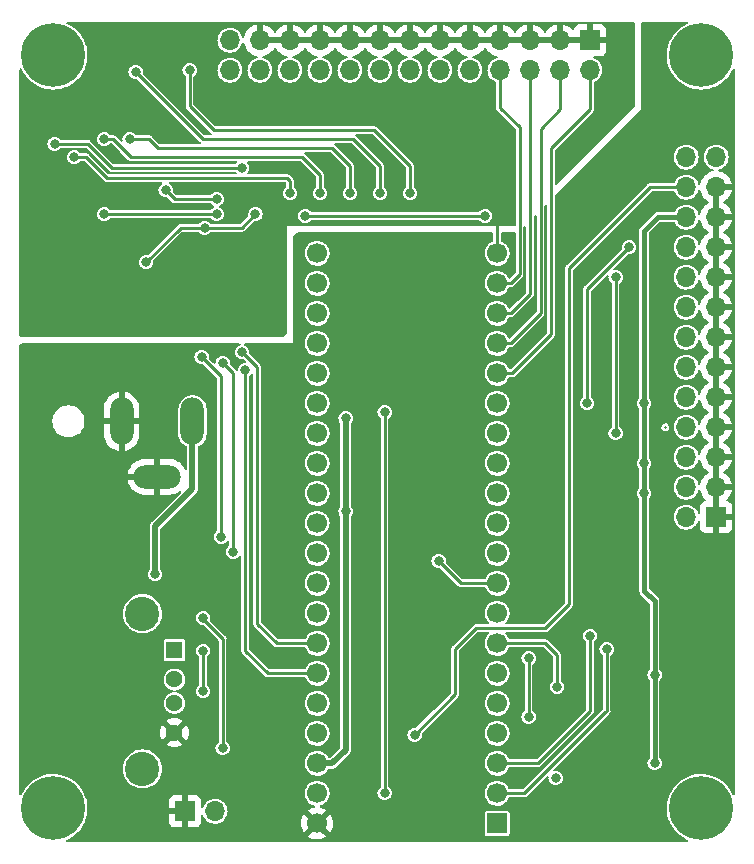
<source format=gbr>
%TF.GenerationSoftware,KiCad,Pcbnew,(6.0.5)*%
%TF.CreationDate,2023-03-04T13:24:12-08:00*%
%TF.ProjectId,DaisyRogue,44616973-7952-46f6-9775-652e6b696361,rev?*%
%TF.SameCoordinates,Original*%
%TF.FileFunction,Copper,L2,Bot*%
%TF.FilePolarity,Positive*%
%FSLAX46Y46*%
G04 Gerber Fmt 4.6, Leading zero omitted, Abs format (unit mm)*
G04 Created by KiCad (PCBNEW (6.0.5)) date 2023-03-04 13:24:12*
%MOMM*%
%LPD*%
G01*
G04 APERTURE LIST*
%TA.AperFunction,ConnectorPad*%
%ADD10C,5.400000*%
%TD*%
%TA.AperFunction,ComponentPad*%
%ADD11C,3.100000*%
%TD*%
%TA.AperFunction,ComponentPad*%
%ADD12R,1.700000X1.700000*%
%TD*%
%TA.AperFunction,ComponentPad*%
%ADD13O,1.700000X1.700000*%
%TD*%
%TA.AperFunction,ComponentPad*%
%ADD14C,2.895600*%
%TD*%
%TA.AperFunction,ComponentPad*%
%ADD15R,1.428000X1.428000*%
%TD*%
%TA.AperFunction,ComponentPad*%
%ADD16C,1.428000*%
%TD*%
%TA.AperFunction,ComponentPad*%
%ADD17C,1.700000*%
%TD*%
%TA.AperFunction,ComponentPad*%
%ADD18O,2.000000X4.000000*%
%TD*%
%TA.AperFunction,ComponentPad*%
%ADD19O,4.000000X2.000000*%
%TD*%
%TA.AperFunction,ViaPad*%
%ADD20C,0.800000*%
%TD*%
%TA.AperFunction,Conductor*%
%ADD21C,0.254000*%
%TD*%
%TA.AperFunction,Conductor*%
%ADD22C,0.406400*%
%TD*%
%TA.AperFunction,Conductor*%
%ADD23C,0.508000*%
%TD*%
%TA.AperFunction,Conductor*%
%ADD24C,0.250000*%
%TD*%
G04 APERTURE END LIST*
D10*
%TO.P,H4,1*%
%TO.N,N/C*%
X86868000Y-141732000D03*
D11*
X86868000Y-141732000D03*
%TD*%
D12*
%TO.P,J3,1,Pin_1*%
%TO.N,GND*%
X98039000Y-141986000D03*
D13*
%TO.P,J3,2,Pin_2*%
%TO.N,/Daisy/VIN*%
X100579000Y-141986000D03*
%TD*%
D12*
%TO.P,J2,1,Pin_1*%
%TO.N,GNDA*%
X132319000Y-76703000D03*
D13*
%TO.P,J2,2,Pin_2*%
%TO.N,/Audio/IN1*%
X132319000Y-79243000D03*
%TO.P,J2,3,Pin_3*%
%TO.N,GNDA*%
X129779000Y-76703000D03*
%TO.P,J2,4,Pin_4*%
%TO.N,/Audio/IN2*%
X129779000Y-79243000D03*
%TO.P,J2,5,Pin_5*%
%TO.N,GNDA*%
X127239000Y-76703000D03*
%TO.P,J2,6,Pin_6*%
%TO.N,/Audio/OUT9*%
X127239000Y-79243000D03*
%TO.P,J2,7,Pin_7*%
%TO.N,GNDA*%
X124699000Y-76703000D03*
%TO.P,J2,8,Pin_8*%
%TO.N,/Audio/OUT10*%
X124699000Y-79243000D03*
%TO.P,J2,9,Pin_9*%
%TO.N,GNDA*%
X122159000Y-76703000D03*
%TO.P,J2,10,Pin_10*%
%TO.N,Net-(C11-Pad2)*%
X122159000Y-79243000D03*
%TO.P,J2,11,Pin_11*%
%TO.N,GNDA*%
X119619000Y-76703000D03*
%TO.P,J2,12,Pin_12*%
%TO.N,Net-(C12-Pad2)*%
X119619000Y-79243000D03*
%TO.P,J2,13,Pin_13*%
%TO.N,GNDA*%
X117079000Y-76703000D03*
%TO.P,J2,14,Pin_14*%
%TO.N,Net-(C13-Pad2)*%
X117079000Y-79243000D03*
%TO.P,J2,15,Pin_15*%
%TO.N,GNDA*%
X114539000Y-76703000D03*
%TO.P,J2,16,Pin_16*%
%TO.N,Net-(C14-Pad2)*%
X114539000Y-79243000D03*
%TO.P,J2,17,Pin_17*%
%TO.N,GNDA*%
X111999000Y-76703000D03*
%TO.P,J2,18,Pin_18*%
%TO.N,Net-(C15-Pad2)*%
X111999000Y-79243000D03*
%TO.P,J2,19,Pin_19*%
%TO.N,GNDA*%
X109459000Y-76703000D03*
%TO.P,J2,20,Pin_20*%
%TO.N,Net-(C16-Pad2)*%
X109459000Y-79243000D03*
%TO.P,J2,21,Pin_21*%
%TO.N,GNDA*%
X106919000Y-76703000D03*
%TO.P,J2,22,Pin_22*%
%TO.N,Net-(C17-Pad2)*%
X106919000Y-79243000D03*
%TO.P,J2,23,Pin_23*%
%TO.N,GNDA*%
X104379000Y-76703000D03*
%TO.P,J2,24,Pin_24*%
%TO.N,Net-(C18-Pad2)*%
X104379000Y-79243000D03*
%TO.P,J2,25,Pin_25*%
%TO.N,/Audio/VCOM*%
X101839000Y-76703000D03*
%TO.P,J2,26,Pin_26*%
%TO.N,+5VA*%
X101839000Y-79243000D03*
%TD*%
D12*
%TO.P,J1,1,Pin_1*%
%TO.N,GND*%
X143007000Y-117079000D03*
D13*
%TO.P,J1,2,Pin_2*%
%TO.N,/Daisy/T1*%
X140467000Y-117079000D03*
%TO.P,J1,3,Pin_3*%
%TO.N,GND*%
X143007000Y-114539000D03*
%TO.P,J1,4,Pin_4*%
%TO.N,/Daisy/T2*%
X140467000Y-114539000D03*
%TO.P,J1,5,Pin_5*%
%TO.N,GND*%
X143007000Y-111999000D03*
%TO.P,J1,6,Pin_6*%
%TO.N,/Daisy/T3*%
X140467000Y-111999000D03*
%TO.P,J1,7,Pin_7*%
%TO.N,GND*%
X143007000Y-109459000D03*
%TO.P,J1,8,Pin_8*%
%TO.N,/Daisy/T4*%
X140467000Y-109459000D03*
%TO.P,J1,9,Pin_9*%
%TO.N,GND*%
X143007000Y-106919000D03*
%TO.P,J1,10,Pin_10*%
%TO.N,/Daisy/T5*%
X140467000Y-106919000D03*
%TO.P,J1,11,Pin_11*%
%TO.N,GND*%
X143007000Y-104379000D03*
%TO.P,J1,12,Pin_12*%
%TO.N,/Daisy/T6*%
X140467000Y-104379000D03*
%TO.P,J1,13,Pin_13*%
%TO.N,GND*%
X143007000Y-101839000D03*
%TO.P,J1,14,Pin_14*%
%TO.N,/Daisy/T7*%
X140467000Y-101839000D03*
%TO.P,J1,15,Pin_15*%
%TO.N,GND*%
X143007000Y-99299000D03*
%TO.P,J1,16,Pin_16*%
%TO.N,/Daisy/T8*%
X140467000Y-99299000D03*
%TO.P,J1,17,Pin_17*%
%TO.N,GND*%
X143007000Y-96759000D03*
%TO.P,J1,18,Pin_18*%
%TO.N,/Daisy/TX*%
X140467000Y-96759000D03*
%TO.P,J1,19,Pin_19*%
%TO.N,GND*%
X143007000Y-94219000D03*
%TO.P,J1,20,Pin_20*%
%TO.N,/Daisy/RX*%
X140467000Y-94219000D03*
%TO.P,J1,21,Pin_21*%
%TO.N,GND*%
X143007000Y-91679000D03*
%TO.P,J1,22,Pin_22*%
%TO.N,+3V3*%
X140467000Y-91679000D03*
%TO.P,J1,23,Pin_23*%
%TO.N,GND*%
X143007000Y-89139000D03*
%TO.P,J1,24,Pin_24*%
%TO.N,+5V*%
X140467000Y-89139000D03*
%TO.P,J1,25,Pin_25*%
%TO.N,/Interfaces/MC*%
X143007000Y-86599000D03*
%TO.P,J1,26,Pin_26*%
%TO.N,/Interfaces/MA*%
X140467000Y-86599000D03*
%TD*%
D11*
%TO.P,H3,1*%
%TO.N,N/C*%
X141732000Y-141732000D03*
D10*
X141732000Y-141732000D03*
%TD*%
D14*
%TO.P,P1,*%
%TO.N,*%
X94436000Y-138396000D03*
X94436000Y-125256000D03*
D15*
%TO.P,P1,1,VBUS*%
%TO.N,Net-(P1-Pad1)*%
X97146000Y-128326000D03*
D16*
%TO.P,P1,2,D-*%
%TO.N,Net-(P1-Pad2)*%
X97146000Y-130826000D03*
%TO.P,P1,3,D+*%
%TO.N,Net-(P1-Pad3)*%
X97146000Y-132826000D03*
%TO.P,P1,4,GND*%
%TO.N,GND*%
X97146000Y-135326000D03*
%TD*%
D12*
%TO.P,A1,1,USB_HS_ID*%
%TO.N,/Daisy/MIDI_IN*%
X124460000Y-143002000D03*
D17*
%TO.P,A1,2,SDMMC1_D3*%
%TO.N,/Daisy/SD_D3*%
X124460000Y-140462000D03*
%TO.P,A1,3,SDMMC1_D2*%
%TO.N,/Daisy/SD_D2*%
X124460000Y-137922000D03*
%TO.P,A1,4,SDMMC1_D1*%
%TO.N,/Daisy/SD_D1*%
X124460000Y-135382000D03*
%TO.P,A1,5,SDMMC1_D0*%
%TO.N,/Daisy/SD_D0*%
X124460000Y-132842000D03*
%TO.P,A1,6,SDMMC1_CMD*%
%TO.N,/Daisy/SD_CMD*%
X124460000Y-130302000D03*
%TO.P,A1,7,SDMMC1_CK*%
%TO.N,/Daisy/SD_CLK*%
X124460000Y-127762000D03*
%TO.P,A1,8,SPI1_NSS*%
%TO.N,/Daisy/MEM_CS*%
X124460000Y-125222000D03*
%TO.P,A1,9,SPI1_SCK*%
%TO.N,/Daisy/MEM_SCK*%
X124460000Y-122682000D03*
%TO.P,A1,10,SPI1_MISO*%
%TO.N,/Daisy/MEM_MISO*%
X124460000Y-120142000D03*
%TO.P,A1,11,SPI1_MOSI*%
%TO.N,/Daisy/MEM_MOSI*%
X124460000Y-117602000D03*
%TO.P,A1,12,I2C1_SCL*%
%TO.N,/Audio/SCL*%
X124460000Y-115062000D03*
%TO.P,A1,13,I2C1_SDA*%
%TO.N,/Audio/SDA*%
X124460000Y-112522000D03*
%TO.P,A1,14,USART1_TX*%
%TO.N,/Daisy/TX*%
X124460000Y-109982000D03*
%TO.P,A1,15,USART1_RX*%
%TO.N,/Daisy/RX*%
X124460000Y-107442000D03*
%TO.P,A1,16,AUDIO_IN_L*%
%TO.N,/Audio/IN1*%
X124460000Y-104902000D03*
%TO.P,A1,17,AUDIO_IN_R*%
%TO.N,/Audio/IN2*%
X124460000Y-102362000D03*
%TO.P,A1,18,AUDIO_OUT_L*%
%TO.N,/Audio/OUT9*%
X124460000Y-99822000D03*
%TO.P,A1,19,AUDIO_OUT_R*%
%TO.N,/Audio/OUT10*%
X124460000Y-97282000D03*
%TO.P,A1,20,AGND*%
%TO.N,GNDA*%
X124460000Y-94742000D03*
%TO.P,A1,21,3V3_A*%
%TO.N,unconnected-(A1-Pad21)*%
X109220000Y-94742000D03*
%TO.P,A1,22,ADC_INP10*%
%TO.N,/Daisy/T8*%
X109220000Y-97282000D03*
%TO.P,A1,23,ADC_INP15*%
%TO.N,/Daisy/T7*%
X109220000Y-99822000D03*
%TO.P,A1,24,ADC_INP5*%
%TO.N,/Daisy/T6*%
X109220000Y-102362000D03*
%TO.P,A1,25,ADC_INP7*%
%TO.N,/Daisy/T5*%
X109220000Y-104902000D03*
%TO.P,A1,26,ADC_INP3*%
%TO.N,/Daisy/T4*%
X109220000Y-107442000D03*
%TO.P,A1,27,ADC_INP11*%
%TO.N,/Daisy/T3*%
X109220000Y-109982000D03*
%TO.P,A1,28,ADC1_INP4*%
%TO.N,/Daisy/T2*%
X109220000Y-112522000D03*
%TO.P,A1,29,DAC1_OUT2*%
%TO.N,/Daisy/T1*%
X109220000Y-115062000D03*
%TO.P,A1,30,DAC1_OUT1*%
%TO.N,/Daisy/MEM_WP*%
X109220000Y-117602000D03*
%TO.P,A1,31,SAI2_MCLK_B*%
%TO.N,/Audio/TDM_MCLK*%
X109220000Y-120142000D03*
%TO.P,A1,32,SAI2_SD_B*%
%TO.N,/Audio/TDM_DO*%
X109220000Y-122682000D03*
%TO.P,A1,33,SAI2_SD_A*%
%TO.N,/Daisy/SD_CD*%
X109220000Y-125222000D03*
%TO.P,A1,34,SAI2_FS_B*%
%TO.N,/Audio/TDM_FS*%
X109220000Y-127762000D03*
%TO.P,A1,35,SAI2_SCK_B*%
%TO.N,/Audio/TDM_BCLK*%
X109220000Y-130302000D03*
%TO.P,A1,36,USB_HS_D_-*%
%TO.N,/Daisy/DM*%
X109220000Y-132842000D03*
%TO.P,A1,37,USB_HS_D_+*%
%TO.N,/Daisy/DP*%
X109220000Y-135382000D03*
%TO.P,A1,38,3V3_D*%
%TO.N,+3V3*%
X109220000Y-137922000D03*
%TO.P,A1,39,VIN*%
%TO.N,/Daisy/VIN*%
X109220000Y-140462000D03*
%TO.P,A1,40,GND*%
%TO.N,GND*%
X109220000Y-143002000D03*
%TD*%
D11*
%TO.P,H2,1*%
%TO.N,N/C*%
X141732000Y-77978000D03*
D10*
X141732000Y-77978000D03*
%TD*%
D18*
%TO.P,J4,1*%
%TO.N,/Daisy/VIN*%
X98668500Y-108966000D03*
%TO.P,J4,2*%
%TO.N,GND*%
X92668500Y-108966000D03*
D19*
%TO.P,J4,3*%
X95668500Y-113666000D03*
%TD*%
D10*
%TO.P,H1,1*%
%TO.N,N/C*%
X86868000Y-77978000D03*
D11*
X86868000Y-77978000D03*
%TD*%
D20*
%TO.N,GNDA*%
X90043000Y-82931000D03*
X123571000Y-89662000D03*
X93853000Y-81788000D03*
X94742000Y-99187000D03*
%TO.N,/Daisy/MIDI_IN*%
X114935000Y-140462000D03*
X114935000Y-108204000D03*
%TO.N,+3V3*%
X137795000Y-137922000D03*
X129413000Y-139192000D03*
X136906000Y-115062000D03*
X136906000Y-112522000D03*
X111633000Y-108712000D03*
X136906000Y-107442000D03*
X111633000Y-116586000D03*
X137795000Y-130429000D03*
%TO.N,GND*%
X138176000Y-90297000D03*
X87249000Y-115443000D03*
X117475000Y-108204000D03*
X128778000Y-118999000D03*
X102870000Y-138684000D03*
X106553000Y-110109000D03*
X133350000Y-102362000D03*
X112268000Y-95123000D03*
X117475000Y-132715000D03*
X128651000Y-104902000D03*
X96266000Y-103505000D03*
X106553000Y-116332000D03*
X135636000Y-99822000D03*
X129032000Y-142367000D03*
%TO.N,/Daisy/TX*%
X134493000Y-96774000D03*
X134493000Y-109982000D03*
%TO.N,/Daisy/RX*%
X132080000Y-107442000D03*
X135636000Y-94234000D03*
%TO.N,/Daisy/MEM_SCK*%
X119507000Y-120777000D03*
%TO.N,/Audio/OUT8*%
X108204000Y-91567000D03*
X123444000Y-91567000D03*
%TO.N,/Daisy/SD_D3*%
X133731000Y-128270000D03*
%TO.N,/Daisy/SD_D2*%
X132334000Y-127127000D03*
%TO.N,Net-(C4-Pad2)*%
X98425000Y-79248000D03*
X117094000Y-89662000D03*
%TO.N,Net-(C5-Pad2)*%
X93345000Y-85090000D03*
X112014000Y-89662000D03*
%TO.N,/Daisy/SD_CLK*%
X129540000Y-131445000D03*
%TO.N,/Audio/OUT4*%
X100711000Y-90170000D03*
X96393000Y-89408000D03*
%TO.N,Net-(C6-Pad2)*%
X106934000Y-89662000D03*
X88646000Y-86614000D03*
%TO.N,Net-(C8-Pad2)*%
X93853000Y-79375000D03*
X114554000Y-89662000D03*
%TO.N,Net-(C9-Pad2)*%
X91186000Y-85090000D03*
X109474000Y-89662000D03*
%TO.N,/Audio/OUT3*%
X100711000Y-91440000D03*
X91186000Y-91440000D03*
%TO.N,+5VA*%
X99695000Y-92583000D03*
X104000000Y-91427000D03*
X94742000Y-95504000D03*
%TO.N,/Daisy/VIN*%
X95504000Y-121920000D03*
%TO.N,Net-(C10-Pad2)*%
X86995000Y-85471000D03*
X102870000Y-87503000D03*
%TO.N,+5V*%
X117475000Y-135509000D03*
X101219000Y-136652000D03*
X99568000Y-125603000D03*
%TO.N,/Audio/TDM_MCLK*%
X99441000Y-103505000D03*
X101092000Y-118745000D03*
%TO.N,/Audio/TDM_DO*%
X102108000Y-120015000D03*
X101219000Y-104013000D03*
%TO.N,/Audio/TDM_BCLK*%
X103124000Y-104648000D03*
%TO.N,/Audio/TDM_FS*%
X102870000Y-103124000D03*
%TO.N,/Daisy/SD_CD*%
X127127000Y-129032000D03*
X127127000Y-133985000D03*
%TO.N,Net-(P1-Pad1)*%
X99568000Y-128397000D03*
X99568000Y-131826000D03*
%TD*%
D21*
%TO.N,GNDA*%
X124460000Y-90551000D02*
X123571000Y-89662000D01*
X124460000Y-94742000D02*
X124460000Y-90551000D01*
%TO.N,/Daisy/MIDI_IN*%
X114935000Y-108204000D02*
X114935000Y-140462000D01*
D22*
%TO.N,+3V3*%
X136906000Y-123317000D02*
X136906000Y-115062000D01*
X136906000Y-115062000D02*
X136906000Y-112522000D01*
X136906000Y-112522000D02*
X136906000Y-107442000D01*
X136906000Y-107442000D02*
X136906000Y-92837000D01*
D23*
X109220000Y-137922000D02*
X110490000Y-137922000D01*
D22*
X137795000Y-130429000D02*
X137795000Y-124206000D01*
D23*
X111633000Y-116586000D02*
X111633000Y-108712000D01*
D22*
X137795000Y-137922000D02*
X137795000Y-130429000D01*
X138064000Y-91679000D02*
X140467000Y-91679000D01*
D23*
X110490000Y-137922000D02*
X111633000Y-136779000D01*
D22*
X136906000Y-92837000D02*
X138064000Y-91679000D01*
D23*
X111633000Y-136779000D02*
X111633000Y-116586000D01*
D22*
X137795000Y-124206000D02*
X136906000Y-123317000D01*
D21*
%TO.N,/Daisy/TX*%
X134493000Y-109982000D02*
X134493000Y-96774000D01*
%TO.N,/Daisy/RX*%
X132080000Y-97790000D02*
X132080000Y-107442000D01*
X135636000Y-94234000D02*
X132080000Y-97790000D01*
%TO.N,/Daisy/MEM_SCK*%
X121412000Y-122682000D02*
X119507000Y-120777000D01*
X124460000Y-122682000D02*
X121412000Y-122682000D01*
%TO.N,/Daisy/T4*%
X138684000Y-109474000D02*
X138699000Y-109459000D01*
%TO.N,/Audio/OUT8*%
X108204000Y-91567000D02*
X123444000Y-91567000D01*
%TO.N,/Daisy/SD_D3*%
X126746000Y-140462000D02*
X133604000Y-133604000D01*
X124460000Y-140462000D02*
X126746000Y-140462000D01*
X133604000Y-133604000D02*
X133731000Y-133477000D01*
X133731000Y-133477000D02*
X133731000Y-128270000D01*
%TO.N,/Daisy/SD_D2*%
X127889000Y-137922000D02*
X128016000Y-137795000D01*
X132334000Y-133477000D02*
X132334000Y-127127000D01*
X124460000Y-137922000D02*
X127889000Y-137922000D01*
X128016000Y-137795000D02*
X132334000Y-133477000D01*
%TO.N,Net-(C4-Pad2)*%
X98425000Y-79248000D02*
X98425000Y-82296000D01*
X98425000Y-82296000D02*
X100457000Y-84328000D01*
X100457000Y-84328000D02*
X114046000Y-84328000D01*
X114046000Y-84328000D02*
X117094000Y-87376000D01*
X117094000Y-87376000D02*
X117094000Y-89662000D01*
%TO.N,Net-(C5-Pad2)*%
X95758000Y-85852000D02*
X110490000Y-85852000D01*
X110490000Y-85852000D02*
X112014000Y-87376000D01*
X93345000Y-85090000D02*
X94996000Y-85090000D01*
X112014000Y-87376000D02*
X112014000Y-89662000D01*
X94996000Y-85090000D02*
X95758000Y-85852000D01*
%TO.N,/Daisy/SD_CLK*%
X128524000Y-127762000D02*
X124460000Y-127762000D01*
X129540000Y-128778000D02*
X128524000Y-127762000D01*
X129540000Y-131445000D02*
X129540000Y-128778000D01*
%TO.N,/Audio/OUT4*%
X100711000Y-90170000D02*
X97155000Y-90170000D01*
X97155000Y-90170000D02*
X96393000Y-89408000D01*
%TO.N,Net-(C6-Pad2)*%
X106934000Y-88646000D02*
X106934000Y-89662000D01*
X88646000Y-86614000D02*
X89662000Y-86614000D01*
X89662000Y-86614000D02*
X91440000Y-88392000D01*
X106680000Y-88392000D02*
X106934000Y-88646000D01*
X91440000Y-88392000D02*
X106680000Y-88392000D01*
%TO.N,Net-(C8-Pad2)*%
X93853000Y-79375000D02*
X99568000Y-85090000D01*
X99568000Y-85090000D02*
X112268000Y-85090000D01*
X114554000Y-87376000D02*
X114554000Y-89662000D01*
X112268000Y-85090000D02*
X114554000Y-87376000D01*
%TO.N,Net-(C9-Pad2)*%
X109474000Y-88138000D02*
X109474000Y-89662000D01*
X93472000Y-86614000D02*
X107950000Y-86614000D01*
X107950000Y-86614000D02*
X109474000Y-88138000D01*
X91186000Y-85090000D02*
X91948000Y-85090000D01*
X91948000Y-85090000D02*
X93472000Y-86614000D01*
%TO.N,/Audio/OUT3*%
X100711000Y-91440000D02*
X91186000Y-91440000D01*
%TO.N,+5VA*%
X102844000Y-92583000D02*
X104000000Y-91427000D01*
X97663000Y-92583000D02*
X99695000Y-92583000D01*
X99695000Y-92583000D02*
X102844000Y-92583000D01*
X97663000Y-92583000D02*
X94742000Y-95504000D01*
D23*
%TO.N,/Daisy/VIN*%
X95504000Y-117856000D02*
X95504000Y-121920000D01*
X98668500Y-114691500D02*
X95504000Y-117856000D01*
X98668500Y-108966000D02*
X98668500Y-114691500D01*
D21*
%TO.N,Net-(C10-Pad2)*%
X89789000Y-85471000D02*
X91821000Y-87503000D01*
X91821000Y-87503000D02*
X102870000Y-87503000D01*
X86995000Y-85471000D02*
X89789000Y-85471000D01*
%TO.N,+5V*%
X101219000Y-127381000D02*
X99568000Y-125730000D01*
X117475000Y-135509000D02*
X120904000Y-132080000D01*
X120904000Y-128270000D02*
X122682000Y-126492000D01*
X120904000Y-132080000D02*
X120904000Y-128270000D01*
X137429000Y-89139000D02*
X130556000Y-96012000D01*
X122682000Y-126492000D02*
X128524000Y-126492000D01*
X140467000Y-89139000D02*
X137429000Y-89139000D01*
X101219000Y-136652000D02*
X101219000Y-127381000D01*
X130556000Y-124460000D02*
X128524000Y-126492000D01*
X130556000Y-96012000D02*
X130556000Y-124460000D01*
%TO.N,/Audio/TDM_MCLK*%
X101092000Y-118745000D02*
X101092000Y-105156000D01*
X101092000Y-105156000D02*
X99441000Y-103505000D01*
%TO.N,/Audio/TDM_DO*%
X102108000Y-120015000D02*
X102108000Y-104902000D01*
X102108000Y-104902000D02*
X101219000Y-104013000D01*
%TO.N,/Audio/TDM_BCLK*%
X103124000Y-104648000D02*
X103124000Y-128397000D01*
X105029000Y-130302000D02*
X109220000Y-130302000D01*
X103124000Y-128397000D02*
X105029000Y-130302000D01*
%TO.N,/Audio/TDM_FS*%
X104140000Y-126111000D02*
X105791000Y-127762000D01*
X104140000Y-104394000D02*
X104140000Y-126111000D01*
X105791000Y-127762000D02*
X109220000Y-127762000D01*
X102870000Y-103124000D02*
X104140000Y-104394000D01*
%TO.N,/Daisy/SD_CD*%
X127127000Y-133985000D02*
X127127000Y-129032000D01*
D24*
%TO.N,/Audio/OUT9*%
X127239000Y-79243000D02*
X127239000Y-98186000D01*
D21*
X124460000Y-99822000D02*
X125603000Y-99822000D01*
X125603000Y-99822000D02*
X127239000Y-98186000D01*
%TO.N,/Audio/OUT10*%
X125603000Y-97282000D02*
X126365000Y-96520000D01*
X124460000Y-97282000D02*
X125603000Y-97282000D01*
X126365000Y-96520000D02*
X126365000Y-84074000D01*
X126365000Y-84074000D02*
X124699000Y-82408000D01*
X124699000Y-82408000D02*
X124699000Y-79243000D01*
%TO.N,/Audio/IN1*%
X129032000Y-101600000D02*
X129032000Y-85852000D01*
X124460000Y-104902000D02*
X125730000Y-104902000D01*
X125730000Y-104902000D02*
X129032000Y-101600000D01*
X129032000Y-85852000D02*
X132334000Y-82550000D01*
X132319000Y-82535000D02*
X132319000Y-79243000D01*
X132334000Y-82550000D02*
X132319000Y-82535000D01*
%TO.N,/Audio/IN2*%
X128143000Y-84201000D02*
X129779000Y-82565000D01*
X129779000Y-82565000D02*
X129779000Y-79243000D01*
X124460000Y-102362000D02*
X125603000Y-102362000D01*
X125603000Y-102362000D02*
X128143000Y-99822000D01*
X128143000Y-99822000D02*
X128143000Y-84201000D01*
%TO.N,Net-(P1-Pad1)*%
X99568000Y-131826000D02*
X99568000Y-128397000D01*
%TD*%
%TA.AperFunction,Conductor*%
%TO.N,GND*%
G36*
X140585012Y-75149407D02*
G01*
X140620976Y-75198907D01*
X140620976Y-75260093D01*
X140585012Y-75309593D01*
X140569442Y-75318856D01*
X140466431Y-75367990D01*
X140332305Y-75431965D01*
X140329892Y-75433479D01*
X140329886Y-75433482D01*
X140262303Y-75475877D01*
X140048947Y-75609715D01*
X139787897Y-75818855D01*
X139552615Y-76056614D01*
X139346220Y-76319840D01*
X139344722Y-76322285D01*
X139344721Y-76322286D01*
X139237062Y-76497970D01*
X139171447Y-76605043D01*
X139170246Y-76607630D01*
X139170244Y-76607634D01*
X139037526Y-76893553D01*
X139030613Y-76908445D01*
X138925584Y-77226023D01*
X138857752Y-77553568D01*
X138828018Y-77886739D01*
X138836774Y-78221119D01*
X138837178Y-78223955D01*
X138882510Y-78542480D01*
X138883904Y-78552277D01*
X138968785Y-78875823D01*
X139090291Y-79187469D01*
X139091623Y-79189984D01*
X139091624Y-79189987D01*
X139217734Y-79428168D01*
X139246811Y-79483084D01*
X139436271Y-79758750D01*
X139656160Y-80010813D01*
X139903562Y-80235932D01*
X139905878Y-80237596D01*
X139905879Y-80237597D01*
X140172881Y-80429458D01*
X140172885Y-80429461D01*
X140175200Y-80431124D01*
X140467473Y-80593801D01*
X140470113Y-80594895D01*
X140470114Y-80594895D01*
X140728765Y-80702031D01*
X140776506Y-80721806D01*
X141098203Y-80813444D01*
X141271723Y-80841859D01*
X141425491Y-80867040D01*
X141425494Y-80867040D01*
X141428301Y-80867500D01*
X141762425Y-80883257D01*
X141765270Y-80883063D01*
X141765274Y-80883063D01*
X142000302Y-80867040D01*
X142096145Y-80860506D01*
X142425039Y-80799549D01*
X142427755Y-80798714D01*
X142427761Y-80798712D01*
X142584893Y-80750372D01*
X142744747Y-80701194D01*
X142825355Y-80665810D01*
X143048426Y-80567889D01*
X143048433Y-80567885D01*
X143051031Y-80566745D01*
X143053484Y-80565312D01*
X143053493Y-80565307D01*
X143337374Y-80399420D01*
X143337375Y-80399419D01*
X143339833Y-80397983D01*
X143607323Y-80197145D01*
X143803676Y-80010813D01*
X143847889Y-79968857D01*
X143847894Y-79968852D01*
X143849957Y-79966894D01*
X143851785Y-79964708D01*
X144062691Y-79712468D01*
X144062696Y-79712461D01*
X144064519Y-79710281D01*
X144248164Y-79430708D01*
X144249438Y-79428175D01*
X144249442Y-79428168D01*
X144392056Y-79144611D01*
X144435094Y-79101121D01*
X144495475Y-79091233D01*
X144550136Y-79118725D01*
X144578199Y-79173095D01*
X144579500Y-79189094D01*
X144579500Y-140530308D01*
X144560593Y-140588499D01*
X144511093Y-140624463D01*
X144449907Y-140624463D01*
X144400407Y-140588499D01*
X144389438Y-140569150D01*
X144334415Y-140440150D01*
X144289631Y-140361634D01*
X144170097Y-140152069D01*
X144168687Y-140149597D01*
X144167005Y-140147308D01*
X144167001Y-140147301D01*
X144011550Y-139935680D01*
X143970662Y-139880018D01*
X143968731Y-139877940D01*
X143968726Y-139877934D01*
X143817425Y-139715115D01*
X143742964Y-139634986D01*
X143740800Y-139633138D01*
X143740795Y-139633133D01*
X143490790Y-139419609D01*
X143490788Y-139419608D01*
X143488612Y-139417749D01*
X143210977Y-139231186D01*
X142913739Y-139077770D01*
X142911075Y-139076764D01*
X142911072Y-139076762D01*
X142688157Y-138992530D01*
X142600838Y-138959535D01*
X142598073Y-138958840D01*
X142598065Y-138958838D01*
X142376376Y-138903154D01*
X142276421Y-138878047D01*
X142082016Y-138852453D01*
X141947615Y-138834759D01*
X141947610Y-138834759D01*
X141944787Y-138834387D01*
X141941941Y-138834342D01*
X141941937Y-138834342D01*
X141812988Y-138832317D01*
X141610334Y-138829133D01*
X141607509Y-138829415D01*
X141607508Y-138829415D01*
X141558145Y-138834342D01*
X141277493Y-138862354D01*
X141274700Y-138862963D01*
X140953464Y-138933004D01*
X140953462Y-138933005D01*
X140950676Y-138933612D01*
X140634215Y-139041961D01*
X140332305Y-139185965D01*
X140329892Y-139187479D01*
X140329886Y-139187482D01*
X140262303Y-139229877D01*
X140048947Y-139363715D01*
X139787897Y-139572855D01*
X139552615Y-139810614D01*
X139346220Y-140073840D01*
X139344722Y-140076285D01*
X139344721Y-140076286D01*
X139233998Y-140256970D01*
X139171447Y-140359043D01*
X139170246Y-140361630D01*
X139170244Y-140361634D01*
X139033047Y-140657202D01*
X139030613Y-140662445D01*
X139029716Y-140665158D01*
X139029715Y-140665160D01*
X138988469Y-140789877D01*
X138925584Y-140980023D01*
X138857752Y-141307568D01*
X138850049Y-141393879D01*
X138828811Y-141631858D01*
X138828018Y-141640739D01*
X138834309Y-141880994D01*
X138836156Y-141951500D01*
X138836774Y-141975119D01*
X138849660Y-142065660D01*
X138882510Y-142296480D01*
X138883904Y-142306277D01*
X138968785Y-142629823D01*
X139015919Y-142750714D01*
X139067576Y-142883207D01*
X139090291Y-142941469D01*
X139091623Y-142943984D01*
X139091624Y-142943987D01*
X139161445Y-143075855D01*
X139246811Y-143237084D01*
X139436271Y-143512750D01*
X139656160Y-143764813D01*
X139903562Y-143989932D01*
X139905878Y-143991596D01*
X139905879Y-143991597D01*
X140172881Y-144183458D01*
X140172885Y-144183461D01*
X140175200Y-144185124D01*
X140467473Y-144347801D01*
X140470113Y-144348895D01*
X140470114Y-144348895D01*
X140567024Y-144389036D01*
X140613550Y-144428772D01*
X140627834Y-144488267D01*
X140604419Y-144544795D01*
X140552250Y-144576765D01*
X140529139Y-144579500D01*
X88069400Y-144579500D01*
X88011209Y-144560593D01*
X87975245Y-144511093D01*
X87975245Y-144449907D01*
X88011209Y-144400407D01*
X88029607Y-144389849D01*
X88184426Y-144321889D01*
X88184433Y-144321885D01*
X88187031Y-144320745D01*
X88189484Y-144319312D01*
X88189493Y-144319307D01*
X88473374Y-144153420D01*
X88473375Y-144153419D01*
X88475833Y-144151983D01*
X88508790Y-144127238D01*
X108459387Y-144127238D01*
X108466207Y-144134462D01*
X108627713Y-144228838D01*
X108635008Y-144232334D01*
X108836038Y-144309099D01*
X108843808Y-144311357D01*
X109054674Y-144354258D01*
X109062717Y-144355217D01*
X109277761Y-144363102D01*
X109285838Y-144362736D01*
X109499280Y-144335394D01*
X109507210Y-144333708D01*
X109713304Y-144271876D01*
X109720852Y-144268918D01*
X109914090Y-144174252D01*
X109921045Y-144170105D01*
X109971229Y-144134309D01*
X109979163Y-144123587D01*
X109979170Y-144122724D01*
X109975554Y-144116764D01*
X109730538Y-143871748D01*
X123409500Y-143871748D01*
X123421133Y-143930231D01*
X123465448Y-143996552D01*
X123531769Y-144040867D01*
X123541332Y-144042769D01*
X123541334Y-144042770D01*
X123564005Y-144047279D01*
X123590252Y-144052500D01*
X125329748Y-144052500D01*
X125355995Y-144047279D01*
X125378666Y-144042770D01*
X125378668Y-144042769D01*
X125388231Y-144040867D01*
X125454552Y-143996552D01*
X125498867Y-143930231D01*
X125510500Y-143871748D01*
X125510500Y-142132252D01*
X125498867Y-142073769D01*
X125454552Y-142007448D01*
X125388231Y-141963133D01*
X125378668Y-141961231D01*
X125378666Y-141961230D01*
X125355995Y-141956721D01*
X125329748Y-141951500D01*
X123590252Y-141951500D01*
X123564005Y-141956721D01*
X123541334Y-141961230D01*
X123541332Y-141961231D01*
X123531769Y-141963133D01*
X123465448Y-142007448D01*
X123421133Y-142073769D01*
X123409500Y-142132252D01*
X123409500Y-143871748D01*
X109730538Y-143871748D01*
X109231086Y-143372296D01*
X109219203Y-143366242D01*
X109214172Y-143367038D01*
X108465011Y-144116199D01*
X108459387Y-144127238D01*
X88508790Y-144127238D01*
X88743323Y-143951145D01*
X88939676Y-143764813D01*
X88983889Y-143722857D01*
X88983894Y-143722852D01*
X88985957Y-143720894D01*
X89070435Y-143619860D01*
X89198691Y-143466468D01*
X89198696Y-143466461D01*
X89200519Y-143464281D01*
X89384164Y-143184708D01*
X89385438Y-143182175D01*
X89385442Y-143182168D01*
X89533183Y-142888417D01*
X89534459Y-142885880D01*
X89536094Y-142881411D01*
X96681001Y-142881411D01*
X96681290Y-142886751D01*
X96687078Y-142940035D01*
X96689927Y-142952020D01*
X96736351Y-143075855D01*
X96743059Y-143088108D01*
X96821863Y-143193256D01*
X96831744Y-143203137D01*
X96936892Y-143281941D01*
X96949145Y-143288649D01*
X97072978Y-143335072D01*
X97084967Y-143337923D01*
X97138252Y-143343711D01*
X97143586Y-143344000D01*
X97769320Y-143344000D01*
X97782005Y-143339878D01*
X97785000Y-143335757D01*
X97785000Y-143328319D01*
X98293000Y-143328319D01*
X98297122Y-143341004D01*
X98301243Y-143343999D01*
X98934411Y-143343999D01*
X98939751Y-143343710D01*
X98993035Y-143337922D01*
X99005020Y-143335073D01*
X99128855Y-143288649D01*
X99141108Y-143281941D01*
X99246256Y-143203137D01*
X99256137Y-143193256D01*
X99334941Y-143088108D01*
X99341649Y-143075855D01*
X99388072Y-142952022D01*
X99390923Y-142940033D01*
X99396711Y-142886748D01*
X99397000Y-142881414D01*
X99397000Y-142379627D01*
X99415907Y-142321436D01*
X99465407Y-142285472D01*
X99526593Y-142285472D01*
X99576093Y-142321436D01*
X99591165Y-142352340D01*
X99597544Y-142374586D01*
X99691712Y-142557818D01*
X99819677Y-142719270D01*
X99823357Y-142722402D01*
X99823359Y-142722404D01*
X99885752Y-142775504D01*
X99976564Y-142852791D01*
X99980787Y-142855151D01*
X99980791Y-142855154D01*
X100037328Y-142886751D01*
X100156398Y-142953297D01*
X100160996Y-142954791D01*
X100347724Y-143015463D01*
X100347726Y-143015464D01*
X100352329Y-143016959D01*
X100556894Y-143041351D01*
X100561716Y-143040980D01*
X100561719Y-143040980D01*
X100629541Y-143035761D01*
X100762300Y-143025546D01*
X100951363Y-142972759D01*
X107857987Y-142972759D01*
X107870374Y-143187596D01*
X107871499Y-143195602D01*
X107918807Y-143405524D01*
X107921231Y-143413258D01*
X108002183Y-143612620D01*
X108005840Y-143619860D01*
X108087732Y-143753496D01*
X108097419Y-143761769D01*
X108105605Y-143757185D01*
X108849704Y-143013086D01*
X108854946Y-143002797D01*
X109584242Y-143002797D01*
X109585038Y-143007828D01*
X110332200Y-143754990D01*
X110344083Y-143761044D01*
X110345028Y-143760895D01*
X110350201Y-143756453D01*
X110385649Y-143707121D01*
X110389822Y-143700176D01*
X110485164Y-143507268D01*
X110488144Y-143499744D01*
X110550700Y-143293847D01*
X110552410Y-143285935D01*
X110580682Y-143071184D01*
X110581092Y-143065920D01*
X110582589Y-143004641D01*
X110582438Y-142999371D01*
X110564690Y-142783489D01*
X110563368Y-142775504D01*
X110510946Y-142566809D01*
X110508333Y-142559133D01*
X110422530Y-142361798D01*
X110418710Y-142354672D01*
X110351740Y-142251153D01*
X110341549Y-142242871D01*
X110333975Y-142247235D01*
X109590296Y-142990914D01*
X109584242Y-143002797D01*
X108854946Y-143002797D01*
X108855758Y-143001203D01*
X108854962Y-142996172D01*
X108108123Y-142249333D01*
X108096240Y-142243279D01*
X108095941Y-142243326D01*
X108090015Y-142248542D01*
X108037466Y-142325575D01*
X108033468Y-142332613D01*
X107942871Y-142527790D01*
X107940073Y-142535394D01*
X107882570Y-142742740D01*
X107881049Y-142750714D01*
X107858185Y-142964668D01*
X107857987Y-142972759D01*
X100951363Y-142972759D01*
X100960725Y-142970145D01*
X100965038Y-142967966D01*
X100965044Y-142967964D01*
X101140289Y-142879441D01*
X101140291Y-142879440D01*
X101144610Y-142877258D01*
X101172902Y-142855154D01*
X101303135Y-142753406D01*
X101303139Y-142753402D01*
X101306951Y-142750424D01*
X101441564Y-142594472D01*
X101452943Y-142574442D01*
X101540934Y-142419550D01*
X101540935Y-142419547D01*
X101543323Y-142415344D01*
X101555205Y-142379627D01*
X101606824Y-142224454D01*
X101606824Y-142224452D01*
X101608351Y-142219863D01*
X101634171Y-142015474D01*
X101634583Y-141986000D01*
X101632341Y-141963133D01*
X101614952Y-141785780D01*
X101614951Y-141785776D01*
X101614480Y-141780970D01*
X101603487Y-141744558D01*
X101556333Y-141588380D01*
X101554935Y-141583749D01*
X101458218Y-141401849D01*
X101328011Y-141242200D01*
X101275071Y-141198404D01*
X101173002Y-141113965D01*
X101173000Y-141113964D01*
X101169275Y-141110882D01*
X101046615Y-141044560D01*
X100992309Y-141015197D01*
X100992308Y-141015197D01*
X100988055Y-141012897D01*
X100902896Y-140986536D01*
X100795875Y-140953407D01*
X100795871Y-140953406D01*
X100791254Y-140951977D01*
X100786446Y-140951472D01*
X100786443Y-140951471D01*
X100591185Y-140930949D01*
X100591183Y-140930949D01*
X100586369Y-140930443D01*
X100526354Y-140935905D01*
X100386022Y-140948675D01*
X100386017Y-140948676D01*
X100381203Y-140949114D01*
X100183572Y-141007280D01*
X100179288Y-141009519D01*
X100179287Y-141009520D01*
X100168428Y-141015197D01*
X100001002Y-141102726D01*
X99997231Y-141105758D01*
X99844220Y-141228781D01*
X99844217Y-141228783D01*
X99840447Y-141231815D01*
X99837333Y-141235526D01*
X99837332Y-141235527D01*
X99828585Y-141245952D01*
X99708024Y-141389630D01*
X99705689Y-141393878D01*
X99705688Y-141393879D01*
X99698955Y-141406126D01*
X99608776Y-141570162D01*
X99607313Y-141574775D01*
X99607311Y-141574779D01*
X99590365Y-141628200D01*
X99554747Y-141677950D01*
X99496690Y-141697263D01*
X99438368Y-141678762D01*
X99402060Y-141629514D01*
X99396999Y-141598265D01*
X99396999Y-141090589D01*
X99396710Y-141085249D01*
X99390922Y-141031965D01*
X99388073Y-141019980D01*
X99341649Y-140896145D01*
X99334941Y-140883892D01*
X99256137Y-140778744D01*
X99246256Y-140768863D01*
X99141108Y-140690059D01*
X99128855Y-140683351D01*
X99005022Y-140636928D01*
X98993033Y-140634077D01*
X98939748Y-140628289D01*
X98934414Y-140628000D01*
X98308680Y-140628000D01*
X98295995Y-140632122D01*
X98293000Y-140636243D01*
X98293000Y-143328319D01*
X97785000Y-143328319D01*
X97785000Y-142255680D01*
X97780878Y-142242995D01*
X97776757Y-142240000D01*
X96696681Y-142240000D01*
X96683996Y-142244122D01*
X96681001Y-142248243D01*
X96681001Y-142881411D01*
X89536094Y-142881411D01*
X89596815Y-142715483D01*
X89648429Y-142574442D01*
X89648430Y-142574439D01*
X89649411Y-142571758D01*
X89652758Y-142557818D01*
X89726833Y-142249276D01*
X89726834Y-142249272D01*
X89727498Y-142246505D01*
X89727889Y-142243279D01*
X89755456Y-142015474D01*
X89767683Y-141914433D01*
X89773416Y-141732000D01*
X89773244Y-141729005D01*
X89772513Y-141716320D01*
X96681000Y-141716320D01*
X96685122Y-141729005D01*
X96689243Y-141732000D01*
X97769320Y-141732000D01*
X97782005Y-141727878D01*
X97785000Y-141723757D01*
X97785000Y-140643681D01*
X97780878Y-140630996D01*
X97776757Y-140628001D01*
X97143589Y-140628001D01*
X97138249Y-140628290D01*
X97084965Y-140634078D01*
X97072980Y-140636927D01*
X96949145Y-140683351D01*
X96936892Y-140690059D01*
X96831744Y-140768863D01*
X96821863Y-140778744D01*
X96743059Y-140883892D01*
X96736351Y-140896145D01*
X96689928Y-141019978D01*
X96687077Y-141031967D01*
X96681289Y-141085252D01*
X96681000Y-141090586D01*
X96681000Y-141716320D01*
X89772513Y-141716320D01*
X89754325Y-141400906D01*
X89754161Y-141398060D01*
X89746342Y-141353258D01*
X89697143Y-141071357D01*
X89697141Y-141071350D01*
X89696652Y-141068546D01*
X89601650Y-140747825D01*
X89600531Y-140745203D01*
X89600528Y-140745193D01*
X89493481Y-140494228D01*
X89473448Y-140447262D01*
X108164520Y-140447262D01*
X108165526Y-140459244D01*
X108180208Y-140634078D01*
X108181759Y-140652553D01*
X108183092Y-140657201D01*
X108183092Y-140657202D01*
X108226334Y-140808003D01*
X108238544Y-140850586D01*
X108332712Y-141033818D01*
X108460677Y-141195270D01*
X108464357Y-141198402D01*
X108464359Y-141198404D01*
X108520228Y-141245952D01*
X108617564Y-141328791D01*
X108621787Y-141331151D01*
X108621791Y-141331154D01*
X108661342Y-141353258D01*
X108797398Y-141429297D01*
X108951944Y-141479512D01*
X109001444Y-141515476D01*
X109020351Y-141573667D01*
X109001444Y-141631858D01*
X108951944Y-141667822D01*
X108936327Y-141671528D01*
X108908226Y-141675828D01*
X108900341Y-141677707D01*
X108695807Y-141744558D01*
X108688350Y-141747693D01*
X108497482Y-141847053D01*
X108490623Y-141851372D01*
X108467726Y-141868564D01*
X108460058Y-141879475D01*
X108460082Y-141880994D01*
X108463193Y-141885983D01*
X109208914Y-142631704D01*
X109220797Y-142637758D01*
X109225828Y-142636962D01*
X109975115Y-141887675D01*
X109981169Y-141875792D01*
X109980830Y-141873652D01*
X109977796Y-141869951D01*
X109977268Y-141869534D01*
X109970527Y-141865055D01*
X109782141Y-141761060D01*
X109774749Y-141757738D01*
X109571920Y-141685912D01*
X109564081Y-141683841D01*
X109494589Y-141671463D01*
X109440616Y-141642644D01*
X109413890Y-141587605D01*
X109424619Y-141527367D01*
X109468706Y-141484941D01*
X109485327Y-141478644D01*
X109529867Y-141466208D01*
X109601725Y-141446145D01*
X109606038Y-141443966D01*
X109606044Y-141443964D01*
X109781289Y-141355441D01*
X109781291Y-141355440D01*
X109785610Y-141353258D01*
X109844091Y-141307568D01*
X109944135Y-141229406D01*
X109944139Y-141229402D01*
X109947951Y-141226424D01*
X109991009Y-141176541D01*
X110054723Y-141102726D01*
X110082564Y-141070472D01*
X110101231Y-141037613D01*
X110181934Y-140895550D01*
X110181935Y-140895547D01*
X110184323Y-140891344D01*
X110186391Y-140885129D01*
X110247824Y-140700454D01*
X110247824Y-140700452D01*
X110249351Y-140695863D01*
X110250918Y-140683464D01*
X110274823Y-140494228D01*
X110275171Y-140491474D01*
X110275583Y-140462000D01*
X114329318Y-140462000D01*
X114349956Y-140618762D01*
X114352440Y-140624759D01*
X114353783Y-140628001D01*
X114410464Y-140764841D01*
X114506718Y-140890282D01*
X114632159Y-140986536D01*
X114778238Y-141047044D01*
X114935000Y-141067682D01*
X115091762Y-141047044D01*
X115237841Y-140986536D01*
X115363282Y-140890282D01*
X115459536Y-140764841D01*
X115516217Y-140628001D01*
X115517560Y-140624759D01*
X115520044Y-140618762D01*
X115540682Y-140462000D01*
X115538742Y-140447262D01*
X123404520Y-140447262D01*
X123405526Y-140459244D01*
X123420208Y-140634078D01*
X123421759Y-140652553D01*
X123423092Y-140657201D01*
X123423092Y-140657202D01*
X123466334Y-140808003D01*
X123478544Y-140850586D01*
X123572712Y-141033818D01*
X123700677Y-141195270D01*
X123704357Y-141198402D01*
X123704359Y-141198404D01*
X123760228Y-141245952D01*
X123857564Y-141328791D01*
X123861787Y-141331151D01*
X123861791Y-141331154D01*
X123901342Y-141353258D01*
X124037398Y-141429297D01*
X124041996Y-141430791D01*
X124228724Y-141491463D01*
X124228726Y-141491464D01*
X124233329Y-141492959D01*
X124437894Y-141517351D01*
X124442716Y-141516980D01*
X124442719Y-141516980D01*
X124510541Y-141511761D01*
X124643300Y-141501546D01*
X124841725Y-141446145D01*
X124846038Y-141443966D01*
X124846044Y-141443964D01*
X125021289Y-141355441D01*
X125021291Y-141355440D01*
X125025610Y-141353258D01*
X125084091Y-141307568D01*
X125184135Y-141229406D01*
X125184139Y-141229402D01*
X125187951Y-141226424D01*
X125231009Y-141176541D01*
X125294723Y-141102726D01*
X125322564Y-141070472D01*
X125341231Y-141037613D01*
X125421934Y-140895550D01*
X125421935Y-140895547D01*
X125424323Y-140891344D01*
X125435664Y-140857250D01*
X125471972Y-140808003D01*
X125529603Y-140789500D01*
X126727383Y-140789500D01*
X126736011Y-140789877D01*
X126774984Y-140793287D01*
X126812781Y-140783159D01*
X126821210Y-140781291D01*
X126851211Y-140776001D01*
X126851212Y-140776001D01*
X126859739Y-140774497D01*
X126867237Y-140770168D01*
X126872798Y-140768144D01*
X126878177Y-140765636D01*
X126886543Y-140763394D01*
X126893636Y-140758428D01*
X126893639Y-140758426D01*
X126918587Y-140740956D01*
X126925874Y-140736314D01*
X126952261Y-140721080D01*
X126952263Y-140721078D01*
X126959760Y-140716750D01*
X126984911Y-140686776D01*
X126990746Y-140680408D01*
X128650847Y-139020307D01*
X128705364Y-138992530D01*
X128765796Y-139002101D01*
X128809061Y-139045366D01*
X128819004Y-139103233D01*
X128807318Y-139192000D01*
X128827956Y-139348762D01*
X128888464Y-139494841D01*
X128984718Y-139620282D01*
X129110159Y-139716536D01*
X129256238Y-139777044D01*
X129413000Y-139797682D01*
X129569762Y-139777044D01*
X129715841Y-139716536D01*
X129841282Y-139620282D01*
X129937536Y-139494841D01*
X129998044Y-139348762D01*
X130018682Y-139192000D01*
X129998044Y-139035238D01*
X129937536Y-138889159D01*
X129841282Y-138763718D01*
X129715841Y-138667464D01*
X129569762Y-138606956D01*
X129413000Y-138586318D01*
X129406566Y-138587165D01*
X129324233Y-138598004D01*
X129264072Y-138586854D01*
X129221955Y-138542471D01*
X129213969Y-138481809D01*
X129241307Y-138429847D01*
X130433264Y-137237891D01*
X133855838Y-133815317D01*
X133855848Y-133815306D01*
X133949414Y-133721741D01*
X133955781Y-133715907D01*
X133974104Y-133700532D01*
X133985750Y-133690760D01*
X133990081Y-133683259D01*
X133990082Y-133683258D01*
X134005318Y-133656869D01*
X134009958Y-133649585D01*
X134027426Y-133624638D01*
X134032394Y-133617543D01*
X134034636Y-133609177D01*
X134037142Y-133603803D01*
X134039167Y-133598238D01*
X134043497Y-133590739D01*
X134046893Y-133571483D01*
X134050291Y-133552210D01*
X134052160Y-133543778D01*
X134052163Y-133543769D01*
X134062287Y-133505984D01*
X134058877Y-133467011D01*
X134058500Y-133458383D01*
X134058500Y-128824437D01*
X134077407Y-128766246D01*
X134097232Y-128745895D01*
X134154136Y-128702231D01*
X134154137Y-128702230D01*
X134159282Y-128698282D01*
X134255536Y-128572841D01*
X134316044Y-128426762D01*
X134336682Y-128270000D01*
X134316044Y-128113238D01*
X134255536Y-127967159D01*
X134159282Y-127841718D01*
X134033841Y-127745464D01*
X133887762Y-127684956D01*
X133731000Y-127664318D01*
X133574238Y-127684956D01*
X133428159Y-127745464D01*
X133302718Y-127841718D01*
X133206464Y-127967159D01*
X133145956Y-128113238D01*
X133125318Y-128270000D01*
X133145956Y-128426762D01*
X133206464Y-128572841D01*
X133302718Y-128698282D01*
X133307863Y-128702230D01*
X133307864Y-128702231D01*
X133364768Y-128745895D01*
X133399423Y-128796320D01*
X133403500Y-128824437D01*
X133403500Y-133300337D01*
X133384593Y-133358528D01*
X133374504Y-133370341D01*
X130001938Y-136742908D01*
X126639342Y-140105504D01*
X126584825Y-140133281D01*
X126569338Y-140134500D01*
X125532028Y-140134500D01*
X125473837Y-140115593D01*
X125440301Y-140068402D01*
X125439181Y-140068864D01*
X125437333Y-140064380D01*
X125435935Y-140059749D01*
X125424832Y-140038866D01*
X125341492Y-139882126D01*
X125339218Y-139877849D01*
X125209011Y-139718200D01*
X125050275Y-139586882D01*
X124869055Y-139488897D01*
X124805855Y-139469333D01*
X124676875Y-139429407D01*
X124676871Y-139429406D01*
X124672254Y-139427977D01*
X124667446Y-139427472D01*
X124667443Y-139427471D01*
X124472185Y-139406949D01*
X124472183Y-139406949D01*
X124467369Y-139406443D01*
X124407354Y-139411905D01*
X124267022Y-139424675D01*
X124267017Y-139424676D01*
X124262203Y-139425114D01*
X124064572Y-139483280D01*
X124060288Y-139485519D01*
X124060287Y-139485520D01*
X124049428Y-139491197D01*
X123882002Y-139578726D01*
X123878231Y-139581758D01*
X123725220Y-139704781D01*
X123725217Y-139704783D01*
X123721447Y-139707815D01*
X123718333Y-139711526D01*
X123718332Y-139711527D01*
X123636891Y-139808585D01*
X123589024Y-139865630D01*
X123586689Y-139869878D01*
X123586688Y-139869879D01*
X123565971Y-139907563D01*
X123489776Y-140046162D01*
X123488313Y-140050775D01*
X123488311Y-140050779D01*
X123456180Y-140152069D01*
X123427484Y-140242532D01*
X123426944Y-140247344D01*
X123426944Y-140247345D01*
X123405318Y-140440150D01*
X123404520Y-140447262D01*
X115538742Y-140447262D01*
X115520044Y-140305238D01*
X115459536Y-140159159D01*
X115363282Y-140033718D01*
X115357585Y-140029346D01*
X115301232Y-139986105D01*
X115266577Y-139935680D01*
X115262500Y-139907563D01*
X115262500Y-137907262D01*
X123404520Y-137907262D01*
X123421759Y-138112553D01*
X123423092Y-138117201D01*
X123423092Y-138117202D01*
X123475671Y-138300566D01*
X123478544Y-138310586D01*
X123572712Y-138493818D01*
X123700677Y-138655270D01*
X123704357Y-138658402D01*
X123704359Y-138658404D01*
X123817017Y-138754283D01*
X123857564Y-138788791D01*
X123861787Y-138791151D01*
X123861791Y-138791154D01*
X123939148Y-138834387D01*
X124037398Y-138889297D01*
X124041996Y-138890791D01*
X124228724Y-138951463D01*
X124228726Y-138951464D01*
X124233329Y-138952959D01*
X124437894Y-138977351D01*
X124442716Y-138976980D01*
X124442719Y-138976980D01*
X124510541Y-138971761D01*
X124643300Y-138961546D01*
X124841725Y-138906145D01*
X124846038Y-138903966D01*
X124846044Y-138903964D01*
X125021289Y-138815441D01*
X125021291Y-138815440D01*
X125025610Y-138813258D01*
X125094080Y-138759764D01*
X125184135Y-138689406D01*
X125184139Y-138689402D01*
X125187951Y-138686424D01*
X125200907Y-138671415D01*
X125274359Y-138586318D01*
X125322564Y-138530472D01*
X125341231Y-138497613D01*
X125421934Y-138355550D01*
X125421935Y-138355547D01*
X125424323Y-138351344D01*
X125435664Y-138317250D01*
X125471972Y-138268003D01*
X125529603Y-138249500D01*
X127870383Y-138249500D01*
X127879011Y-138249877D01*
X127917984Y-138253287D01*
X127955781Y-138243159D01*
X127964210Y-138241291D01*
X127994211Y-138236001D01*
X127994212Y-138236001D01*
X128002739Y-138234497D01*
X128010237Y-138230168D01*
X128015798Y-138228144D01*
X128021177Y-138225636D01*
X128029543Y-138223394D01*
X128036636Y-138218428D01*
X128036639Y-138218426D01*
X128061587Y-138200956D01*
X128068874Y-138196314D01*
X128095257Y-138181082D01*
X128095258Y-138181081D01*
X128102760Y-138176750D01*
X128127910Y-138146778D01*
X128133744Y-138140411D01*
X128267837Y-138006318D01*
X128267839Y-138006315D01*
X132552414Y-133721741D01*
X132558782Y-133715906D01*
X132582118Y-133696325D01*
X132588750Y-133690760D01*
X132593078Y-133683264D01*
X132593082Y-133683259D01*
X132608318Y-133656869D01*
X132612958Y-133649585D01*
X132630425Y-133624639D01*
X132635394Y-133617543D01*
X132637636Y-133609176D01*
X132640144Y-133603797D01*
X132642168Y-133598238D01*
X132646497Y-133590739D01*
X132649893Y-133571483D01*
X132653293Y-133552199D01*
X132655162Y-133543769D01*
X132663045Y-133514348D01*
X132663045Y-133514347D01*
X132665286Y-133505984D01*
X132661877Y-133467019D01*
X132661500Y-133458391D01*
X132661500Y-127681437D01*
X132680407Y-127623246D01*
X132700232Y-127602895D01*
X132757136Y-127559231D01*
X132757137Y-127559230D01*
X132762282Y-127555282D01*
X132858536Y-127429841D01*
X132919044Y-127283762D01*
X132939682Y-127127000D01*
X132919044Y-126970238D01*
X132858536Y-126824159D01*
X132762282Y-126698718D01*
X132636841Y-126602464D01*
X132490762Y-126541956D01*
X132334000Y-126521318D01*
X132177238Y-126541956D01*
X132031159Y-126602464D01*
X131905718Y-126698718D01*
X131809464Y-126824159D01*
X131748956Y-126970238D01*
X131728318Y-127127000D01*
X131748956Y-127283762D01*
X131809464Y-127429841D01*
X131905718Y-127555282D01*
X131910863Y-127559230D01*
X131910864Y-127559231D01*
X131967768Y-127602895D01*
X132002423Y-127653320D01*
X132006500Y-127681437D01*
X132006500Y-133300337D01*
X131987593Y-133358528D01*
X131977504Y-133370341D01*
X127804685Y-137543161D01*
X127804682Y-137543163D01*
X127782341Y-137565504D01*
X127727824Y-137593281D01*
X127712337Y-137594500D01*
X125532028Y-137594500D01*
X125473837Y-137575593D01*
X125440301Y-137528402D01*
X125439181Y-137528864D01*
X125437335Y-137524385D01*
X125435935Y-137519749D01*
X125339218Y-137337849D01*
X125209011Y-137178200D01*
X125133671Y-137115873D01*
X125054002Y-137049965D01*
X125054000Y-137049964D01*
X125050275Y-137046882D01*
X124869055Y-136948897D01*
X124784788Y-136922812D01*
X124676875Y-136889407D01*
X124676871Y-136889406D01*
X124672254Y-136887977D01*
X124667446Y-136887472D01*
X124667443Y-136887471D01*
X124472185Y-136866949D01*
X124472183Y-136866949D01*
X124467369Y-136866443D01*
X124407354Y-136871905D01*
X124267022Y-136884675D01*
X124267017Y-136884676D01*
X124262203Y-136885114D01*
X124064572Y-136943280D01*
X124060288Y-136945519D01*
X124060287Y-136945520D01*
X124049428Y-136951197D01*
X123882002Y-137038726D01*
X123878231Y-137041758D01*
X123725220Y-137164781D01*
X123725217Y-137164783D01*
X123721447Y-137167815D01*
X123718333Y-137171526D01*
X123718332Y-137171527D01*
X123663357Y-137237044D01*
X123589024Y-137325630D01*
X123586689Y-137329878D01*
X123586688Y-137329879D01*
X123579955Y-137342126D01*
X123489776Y-137506162D01*
X123488313Y-137510775D01*
X123488311Y-137510779D01*
X123455565Y-137614010D01*
X123427484Y-137702532D01*
X123426944Y-137707344D01*
X123426944Y-137707345D01*
X123406586Y-137888846D01*
X123404520Y-137907262D01*
X115262500Y-137907262D01*
X115262500Y-135509000D01*
X116869318Y-135509000D01*
X116889956Y-135665762D01*
X116950464Y-135811841D01*
X117046718Y-135937282D01*
X117172159Y-136033536D01*
X117318238Y-136094044D01*
X117475000Y-136114682D01*
X117631762Y-136094044D01*
X117777841Y-136033536D01*
X117903282Y-135937282D01*
X117999536Y-135811841D01*
X118060044Y-135665762D01*
X118080682Y-135509000D01*
X118070473Y-135431457D01*
X118081623Y-135371298D01*
X118084637Y-135367262D01*
X123404520Y-135367262D01*
X123404925Y-135372082D01*
X123416963Y-135515434D01*
X123421759Y-135572553D01*
X123423092Y-135577201D01*
X123423092Y-135577202D01*
X123457242Y-135696296D01*
X123478544Y-135770586D01*
X123572712Y-135953818D01*
X123700677Y-136115270D01*
X123704357Y-136118402D01*
X123704359Y-136118404D01*
X123772158Y-136176105D01*
X123857564Y-136248791D01*
X123861787Y-136251151D01*
X123861791Y-136251154D01*
X123901342Y-136273258D01*
X124037398Y-136349297D01*
X124041996Y-136350791D01*
X124228724Y-136411463D01*
X124228726Y-136411464D01*
X124233329Y-136412959D01*
X124437894Y-136437351D01*
X124442716Y-136436980D01*
X124442719Y-136436980D01*
X124510541Y-136431761D01*
X124643300Y-136421546D01*
X124841725Y-136366145D01*
X124846038Y-136363966D01*
X124846044Y-136363964D01*
X125021289Y-136275441D01*
X125021291Y-136275440D01*
X125025610Y-136273258D01*
X125060943Y-136245653D01*
X125184135Y-136149406D01*
X125184139Y-136149402D01*
X125187951Y-136146424D01*
X125322564Y-135990472D01*
X125341231Y-135957613D01*
X125421934Y-135815550D01*
X125421935Y-135815547D01*
X125424323Y-135811344D01*
X125437882Y-135770586D01*
X125487824Y-135620454D01*
X125487824Y-135620452D01*
X125489351Y-135615863D01*
X125499605Y-135534698D01*
X125514823Y-135414228D01*
X125515171Y-135411474D01*
X125515583Y-135382000D01*
X125512665Y-135352238D01*
X125495952Y-135181780D01*
X125495951Y-135181776D01*
X125495480Y-135176970D01*
X125435935Y-134979749D01*
X125339218Y-134797849D01*
X125209011Y-134638200D01*
X125150548Y-134589835D01*
X125054002Y-134509965D01*
X125054000Y-134509964D01*
X125050275Y-134506882D01*
X124869055Y-134408897D01*
X124805855Y-134389333D01*
X124676875Y-134349407D01*
X124676871Y-134349406D01*
X124672254Y-134347977D01*
X124667446Y-134347472D01*
X124667443Y-134347471D01*
X124472185Y-134326949D01*
X124472183Y-134326949D01*
X124467369Y-134326443D01*
X124407354Y-134331905D01*
X124267022Y-134344675D01*
X124267017Y-134344676D01*
X124262203Y-134345114D01*
X124064572Y-134403280D01*
X124060288Y-134405519D01*
X124060287Y-134405520D01*
X124049428Y-134411197D01*
X123882002Y-134498726D01*
X123878231Y-134501758D01*
X123725220Y-134624781D01*
X123725217Y-134624783D01*
X123721447Y-134627815D01*
X123718333Y-134631526D01*
X123718332Y-134631527D01*
X123653220Y-134709125D01*
X123589024Y-134785630D01*
X123586689Y-134789878D01*
X123586688Y-134789879D01*
X123579955Y-134802126D01*
X123489776Y-134966162D01*
X123427484Y-135162532D01*
X123426944Y-135167344D01*
X123426944Y-135167345D01*
X123407905Y-135337086D01*
X123404520Y-135367262D01*
X118084637Y-135367262D01*
X118098622Y-135348532D01*
X119462155Y-133985000D01*
X126521318Y-133985000D01*
X126541956Y-134141762D01*
X126602464Y-134287841D01*
X126698718Y-134413282D01*
X126824159Y-134509536D01*
X126970238Y-134570044D01*
X127127000Y-134590682D01*
X127283762Y-134570044D01*
X127429841Y-134509536D01*
X127555282Y-134413282D01*
X127651536Y-134287841D01*
X127712044Y-134141762D01*
X127732682Y-133985000D01*
X127712044Y-133828238D01*
X127651536Y-133682159D01*
X127555282Y-133556718D01*
X127538419Y-133543778D01*
X127493232Y-133509105D01*
X127458577Y-133458680D01*
X127454500Y-133430563D01*
X127454500Y-129586437D01*
X127473407Y-129528246D01*
X127493232Y-129507895D01*
X127550136Y-129464231D01*
X127550137Y-129464230D01*
X127555282Y-129460282D01*
X127651536Y-129334841D01*
X127712044Y-129188762D01*
X127732682Y-129032000D01*
X127712044Y-128875238D01*
X127651536Y-128729159D01*
X127555282Y-128603718D01*
X127429841Y-128507464D01*
X127283762Y-128446956D01*
X127127000Y-128426318D01*
X126970238Y-128446956D01*
X126824159Y-128507464D01*
X126698718Y-128603718D01*
X126602464Y-128729159D01*
X126541956Y-128875238D01*
X126521318Y-129032000D01*
X126541956Y-129188762D01*
X126602464Y-129334841D01*
X126698718Y-129460282D01*
X126703863Y-129464230D01*
X126703864Y-129464231D01*
X126760768Y-129507895D01*
X126795423Y-129558320D01*
X126799500Y-129586437D01*
X126799500Y-133430563D01*
X126780593Y-133488754D01*
X126760768Y-133509105D01*
X126715582Y-133543778D01*
X126698718Y-133556718D01*
X126602464Y-133682159D01*
X126541956Y-133828238D01*
X126521318Y-133985000D01*
X119462155Y-133985000D01*
X120619893Y-132827262D01*
X123404520Y-132827262D01*
X123421759Y-133032553D01*
X123478544Y-133230586D01*
X123572712Y-133413818D01*
X123700677Y-133575270D01*
X123704357Y-133578402D01*
X123704359Y-133578404D01*
X123796556Y-133656869D01*
X123857564Y-133708791D01*
X123861787Y-133711151D01*
X123861791Y-133711154D01*
X123914300Y-133740500D01*
X124037398Y-133809297D01*
X124041996Y-133810791D01*
X124228724Y-133871463D01*
X124228726Y-133871464D01*
X124233329Y-133872959D01*
X124437894Y-133897351D01*
X124442716Y-133896980D01*
X124442719Y-133896980D01*
X124510541Y-133891761D01*
X124643300Y-133881546D01*
X124841725Y-133826145D01*
X124846038Y-133823966D01*
X124846044Y-133823964D01*
X125021289Y-133735441D01*
X125021291Y-133735440D01*
X125025610Y-133733258D01*
X125040351Y-133721741D01*
X125184135Y-133609406D01*
X125184139Y-133609402D01*
X125187951Y-133606424D01*
X125322564Y-133450472D01*
X125341231Y-133417613D01*
X125421934Y-133275550D01*
X125421935Y-133275547D01*
X125424323Y-133271344D01*
X125437882Y-133230586D01*
X125487824Y-133080454D01*
X125487824Y-133080452D01*
X125489351Y-133075863D01*
X125515171Y-132871474D01*
X125515583Y-132842000D01*
X125495480Y-132636970D01*
X125435935Y-132439749D01*
X125339218Y-132257849D01*
X125209011Y-132098200D01*
X125129839Y-132032703D01*
X125054002Y-131969965D01*
X125054000Y-131969964D01*
X125050275Y-131966882D01*
X124869055Y-131868897D01*
X124763906Y-131836348D01*
X124676875Y-131809407D01*
X124676871Y-131809406D01*
X124672254Y-131807977D01*
X124667446Y-131807472D01*
X124667443Y-131807471D01*
X124472185Y-131786949D01*
X124472183Y-131786949D01*
X124467369Y-131786443D01*
X124407354Y-131791905D01*
X124267022Y-131804675D01*
X124267017Y-131804676D01*
X124262203Y-131805114D01*
X124064572Y-131863280D01*
X124060288Y-131865519D01*
X124060287Y-131865520D01*
X124049428Y-131871197D01*
X123882002Y-131958726D01*
X123878231Y-131961758D01*
X123725220Y-132084781D01*
X123725217Y-132084783D01*
X123721447Y-132087815D01*
X123718333Y-132091526D01*
X123718332Y-132091527D01*
X123610075Y-132220543D01*
X123589024Y-132245630D01*
X123586689Y-132249878D01*
X123586688Y-132249879D01*
X123582094Y-132258236D01*
X123489776Y-132426162D01*
X123488313Y-132430775D01*
X123488311Y-132430779D01*
X123480018Y-132456922D01*
X123427484Y-132622532D01*
X123426944Y-132627344D01*
X123426944Y-132627345D01*
X123425865Y-132636970D01*
X123404520Y-132827262D01*
X120619893Y-132827262D01*
X121122414Y-132324741D01*
X121128782Y-132318906D01*
X121152118Y-132299325D01*
X121158750Y-132293760D01*
X121163078Y-132286264D01*
X121163082Y-132286259D01*
X121178318Y-132259869D01*
X121182958Y-132252585D01*
X121200427Y-132227636D01*
X121205394Y-132220543D01*
X121207636Y-132212178D01*
X121210141Y-132206806D01*
X121212167Y-132201240D01*
X121216497Y-132193739D01*
X121223292Y-132155201D01*
X121225162Y-132146767D01*
X121233044Y-132117352D01*
X121235286Y-132108985D01*
X121231877Y-132070020D01*
X121231500Y-132061392D01*
X121231500Y-130287262D01*
X123404520Y-130287262D01*
X123404925Y-130292082D01*
X123416963Y-130435434D01*
X123421759Y-130492553D01*
X123423092Y-130497201D01*
X123423092Y-130497202D01*
X123461139Y-130629886D01*
X123478544Y-130690586D01*
X123572712Y-130873818D01*
X123700677Y-131035270D01*
X123704357Y-131038402D01*
X123704359Y-131038404D01*
X123817017Y-131134283D01*
X123857564Y-131168791D01*
X123861787Y-131171151D01*
X123861791Y-131171154D01*
X123978702Y-131236493D01*
X124037398Y-131269297D01*
X124041996Y-131270791D01*
X124228724Y-131331463D01*
X124228726Y-131331464D01*
X124233329Y-131332959D01*
X124437894Y-131357351D01*
X124442716Y-131356980D01*
X124442719Y-131356980D01*
X124510541Y-131351761D01*
X124643300Y-131341546D01*
X124841725Y-131286145D01*
X124846038Y-131283966D01*
X124846044Y-131283964D01*
X125021289Y-131195441D01*
X125021291Y-131195440D01*
X125025610Y-131193258D01*
X125083341Y-131148154D01*
X125184135Y-131069406D01*
X125184139Y-131069402D01*
X125187951Y-131066424D01*
X125234908Y-131012024D01*
X125297607Y-130939385D01*
X125322564Y-130910472D01*
X125342065Y-130876144D01*
X125421934Y-130735550D01*
X125421935Y-130735547D01*
X125424323Y-130731344D01*
X125436449Y-130694894D01*
X125487824Y-130540454D01*
X125487824Y-130540452D01*
X125489351Y-130535863D01*
X125499324Y-130456922D01*
X125514823Y-130334228D01*
X125515171Y-130331474D01*
X125515583Y-130302000D01*
X125499959Y-130142651D01*
X125495952Y-130101780D01*
X125495951Y-130101776D01*
X125495480Y-130096970D01*
X125476077Y-130032703D01*
X125451550Y-129951468D01*
X125435935Y-129899749D01*
X125339218Y-129717849D01*
X125209011Y-129558200D01*
X125050275Y-129426882D01*
X124869055Y-129328897D01*
X124805855Y-129309333D01*
X124676875Y-129269407D01*
X124676871Y-129269406D01*
X124672254Y-129267977D01*
X124667446Y-129267472D01*
X124667443Y-129267471D01*
X124472185Y-129246949D01*
X124472183Y-129246949D01*
X124467369Y-129246443D01*
X124407354Y-129251905D01*
X124267022Y-129264675D01*
X124267017Y-129264676D01*
X124262203Y-129265114D01*
X124064572Y-129323280D01*
X124060288Y-129325519D01*
X124060287Y-129325520D01*
X124049428Y-129331197D01*
X123882002Y-129418726D01*
X123878231Y-129421758D01*
X123725220Y-129544781D01*
X123725217Y-129544783D01*
X123721447Y-129547815D01*
X123718333Y-129551526D01*
X123718332Y-129551527D01*
X123709585Y-129561952D01*
X123589024Y-129705630D01*
X123586689Y-129709878D01*
X123586688Y-129709879D01*
X123579955Y-129722126D01*
X123489776Y-129886162D01*
X123488313Y-129890775D01*
X123488311Y-129890779D01*
X123443291Y-130032703D01*
X123427484Y-130082532D01*
X123426944Y-130087344D01*
X123426944Y-130087345D01*
X123420741Y-130142651D01*
X123404520Y-130287262D01*
X121231500Y-130287262D01*
X121231500Y-128446662D01*
X121250407Y-128388471D01*
X121260496Y-128376658D01*
X122788659Y-126848496D01*
X122843176Y-126820719D01*
X122858663Y-126819500D01*
X123674537Y-126819500D01*
X123732728Y-126838407D01*
X123768692Y-126887907D01*
X123768692Y-126949093D01*
X123736571Y-126995654D01*
X123725226Y-127004776D01*
X123725222Y-127004779D01*
X123721447Y-127007815D01*
X123718333Y-127011526D01*
X123718332Y-127011527D01*
X123616040Y-127133434D01*
X123589024Y-127165630D01*
X123586689Y-127169878D01*
X123586688Y-127169879D01*
X123579955Y-127182126D01*
X123489776Y-127346162D01*
X123488313Y-127350775D01*
X123488311Y-127350779D01*
X123456994Y-127449503D01*
X123427484Y-127542532D01*
X123426944Y-127547344D01*
X123426944Y-127547345D01*
X123411509Y-127684956D01*
X123404520Y-127747262D01*
X123409953Y-127811956D01*
X123412885Y-127846871D01*
X123421759Y-127952553D01*
X123423092Y-127957201D01*
X123423092Y-127957202D01*
X123476538Y-128143589D01*
X123478544Y-128150586D01*
X123572712Y-128333818D01*
X123700677Y-128495270D01*
X123704357Y-128498402D01*
X123704359Y-128498404D01*
X123776451Y-128559759D01*
X123857564Y-128628791D01*
X123861787Y-128631151D01*
X123861791Y-128631154D01*
X123936289Y-128672789D01*
X124037398Y-128729297D01*
X124041996Y-128730791D01*
X124228724Y-128791463D01*
X124228726Y-128791464D01*
X124233329Y-128792959D01*
X124437894Y-128817351D01*
X124442716Y-128816980D01*
X124442719Y-128816980D01*
X124510541Y-128811761D01*
X124643300Y-128801546D01*
X124841725Y-128746145D01*
X124846038Y-128743966D01*
X124846044Y-128743964D01*
X125021289Y-128655441D01*
X125021291Y-128655440D01*
X125025610Y-128653258D01*
X125040345Y-128641746D01*
X125184135Y-128529406D01*
X125184139Y-128529402D01*
X125187951Y-128526424D01*
X125200907Y-128511415D01*
X125274648Y-128425984D01*
X125322564Y-128370472D01*
X125341231Y-128337613D01*
X125421934Y-128195550D01*
X125421935Y-128195547D01*
X125424323Y-128191344D01*
X125435664Y-128157250D01*
X125471972Y-128108003D01*
X125529603Y-128089500D01*
X128347338Y-128089500D01*
X128405529Y-128108407D01*
X128417342Y-128118496D01*
X129183504Y-128884659D01*
X129211281Y-128939176D01*
X129212500Y-128954663D01*
X129212500Y-130890563D01*
X129193593Y-130948754D01*
X129173768Y-130969105D01*
X129111718Y-131016718D01*
X129015464Y-131142159D01*
X128954956Y-131288238D01*
X128934318Y-131445000D01*
X128954956Y-131601762D01*
X129015464Y-131747841D01*
X129111718Y-131873282D01*
X129237159Y-131969536D01*
X129383238Y-132030044D01*
X129540000Y-132050682D01*
X129696762Y-132030044D01*
X129842841Y-131969536D01*
X129968282Y-131873282D01*
X130064536Y-131747841D01*
X130125044Y-131601762D01*
X130145682Y-131445000D01*
X130125044Y-131288238D01*
X130064536Y-131142159D01*
X129968282Y-131016718D01*
X129906232Y-130969105D01*
X129871577Y-130918680D01*
X129867500Y-130890563D01*
X129867500Y-128796617D01*
X129867877Y-128787988D01*
X129870532Y-128757643D01*
X129871287Y-128749016D01*
X129861159Y-128711219D01*
X129859291Y-128702790D01*
X129854001Y-128672789D01*
X129854001Y-128672788D01*
X129852497Y-128664261D01*
X129848168Y-128656763D01*
X129846144Y-128651202D01*
X129843636Y-128645825D01*
X129841394Y-128637457D01*
X129818946Y-128605397D01*
X129814325Y-128598145D01*
X129794750Y-128564240D01*
X129764782Y-128539094D01*
X129758414Y-128533259D01*
X128768746Y-127543592D01*
X128762911Y-127537224D01*
X128743325Y-127513882D01*
X128737760Y-127507250D01*
X128730263Y-127502922D01*
X128730261Y-127502920D01*
X128703874Y-127487686D01*
X128696587Y-127483044D01*
X128671639Y-127465574D01*
X128671636Y-127465572D01*
X128664543Y-127460606D01*
X128656177Y-127458364D01*
X128650798Y-127455856D01*
X128645237Y-127453832D01*
X128637739Y-127449503D01*
X128629212Y-127447999D01*
X128629211Y-127447999D01*
X128599210Y-127442709D01*
X128590781Y-127440841D01*
X128552984Y-127430713D01*
X128514012Y-127434123D01*
X128505383Y-127434500D01*
X125532028Y-127434500D01*
X125473837Y-127415593D01*
X125440301Y-127368402D01*
X125439181Y-127368864D01*
X125437333Y-127364380D01*
X125435935Y-127359749D01*
X125339218Y-127177849D01*
X125209011Y-127018200D01*
X125180702Y-126994780D01*
X125147917Y-126943121D01*
X125151759Y-126882056D01*
X125190760Y-126834912D01*
X125243807Y-126819500D01*
X128505383Y-126819500D01*
X128514011Y-126819877D01*
X128552984Y-126823287D01*
X128590781Y-126813159D01*
X128599210Y-126811291D01*
X128629211Y-126806001D01*
X128629212Y-126806001D01*
X128637739Y-126804497D01*
X128645237Y-126800168D01*
X128650798Y-126798144D01*
X128656177Y-126795636D01*
X128664543Y-126793394D01*
X128671636Y-126788428D01*
X128671639Y-126788426D01*
X128696587Y-126770956D01*
X128703874Y-126766314D01*
X128730261Y-126751080D01*
X128730263Y-126751078D01*
X128737760Y-126746750D01*
X128762911Y-126716776D01*
X128768746Y-126710408D01*
X130774414Y-124704741D01*
X130780782Y-124698906D01*
X130783612Y-124696532D01*
X130810750Y-124673760D01*
X130830325Y-124639855D01*
X130834946Y-124632603D01*
X130857394Y-124600543D01*
X130859636Y-124592175D01*
X130862144Y-124586798D01*
X130864168Y-124581237D01*
X130868497Y-124573739D01*
X130875291Y-124535210D01*
X130877160Y-124526778D01*
X130882896Y-124505373D01*
X130887287Y-124488984D01*
X130886074Y-124475115D01*
X130883877Y-124450012D01*
X130883500Y-124441383D01*
X130883500Y-107442000D01*
X131474318Y-107442000D01*
X131494956Y-107598762D01*
X131555464Y-107744841D01*
X131651718Y-107870282D01*
X131777159Y-107966536D01*
X131923238Y-108027044D01*
X132080000Y-108047682D01*
X132236762Y-108027044D01*
X132382841Y-107966536D01*
X132508282Y-107870282D01*
X132604536Y-107744841D01*
X132665044Y-107598762D01*
X132685682Y-107442000D01*
X132665044Y-107285238D01*
X132604536Y-107139159D01*
X132508282Y-107013718D01*
X132478173Y-106990614D01*
X132446232Y-106966105D01*
X132411577Y-106915680D01*
X132407500Y-106887563D01*
X132407500Y-97966662D01*
X132426407Y-97908471D01*
X132436496Y-97896658D01*
X133730847Y-96602307D01*
X133785364Y-96574530D01*
X133845796Y-96584101D01*
X133889061Y-96627366D01*
X133899004Y-96685233D01*
X133897569Y-96696137D01*
X133887318Y-96774000D01*
X133907956Y-96930762D01*
X133968464Y-97076841D01*
X134064718Y-97202282D01*
X134069863Y-97206230D01*
X134069864Y-97206231D01*
X134126768Y-97249895D01*
X134161423Y-97300320D01*
X134165500Y-97328437D01*
X134165500Y-109427563D01*
X134146593Y-109485754D01*
X134126768Y-109506105D01*
X134064718Y-109553718D01*
X133968464Y-109679159D01*
X133907956Y-109825238D01*
X133887318Y-109982000D01*
X133888165Y-109988434D01*
X133890606Y-110006974D01*
X133907956Y-110138762D01*
X133968464Y-110284841D01*
X134064718Y-110410282D01*
X134190159Y-110506536D01*
X134336238Y-110567044D01*
X134493000Y-110587682D01*
X134649762Y-110567044D01*
X134795841Y-110506536D01*
X134921282Y-110410282D01*
X135017536Y-110284841D01*
X135078044Y-110138762D01*
X135095394Y-110006974D01*
X135097835Y-109988434D01*
X135098682Y-109982000D01*
X135078044Y-109825238D01*
X135017536Y-109679159D01*
X134921282Y-109553718D01*
X134859232Y-109506105D01*
X134824577Y-109455680D01*
X134820500Y-109427563D01*
X134820500Y-97328437D01*
X134839407Y-97270246D01*
X134859232Y-97249895D01*
X134916136Y-97206231D01*
X134916137Y-97206230D01*
X134921282Y-97202282D01*
X135017536Y-97076841D01*
X135078044Y-96930762D01*
X135098682Y-96774000D01*
X135078044Y-96617238D01*
X135017536Y-96471159D01*
X134921282Y-96345718D01*
X134795841Y-96249464D01*
X134649762Y-96188956D01*
X134493000Y-96168318D01*
X134486566Y-96169165D01*
X134404233Y-96180004D01*
X134344072Y-96168854D01*
X134301955Y-96124471D01*
X134293969Y-96063809D01*
X134321306Y-96011848D01*
X135475532Y-94857623D01*
X135530049Y-94829846D01*
X135558457Y-94829474D01*
X135629565Y-94838835D01*
X135629566Y-94838835D01*
X135636000Y-94839682D01*
X135792762Y-94819044D01*
X135938841Y-94758536D01*
X136064282Y-94662282D01*
X136160536Y-94536841D01*
X136221044Y-94390762D01*
X136241682Y-94234000D01*
X136221044Y-94077238D01*
X136160536Y-93931159D01*
X136064282Y-93805718D01*
X135938841Y-93709464D01*
X135792762Y-93648956D01*
X135636000Y-93628318D01*
X135479238Y-93648956D01*
X135333159Y-93709464D01*
X135207718Y-93805718D01*
X135111464Y-93931159D01*
X135050956Y-94077238D01*
X135030318Y-94234000D01*
X135031165Y-94240434D01*
X135031165Y-94240435D01*
X135040526Y-94311543D01*
X135029376Y-94371703D01*
X135012377Y-94394468D01*
X131861592Y-97545254D01*
X131855224Y-97551089D01*
X131844221Y-97560322D01*
X131825250Y-97576240D01*
X131820922Y-97583737D01*
X131820920Y-97583739D01*
X131805686Y-97610126D01*
X131801044Y-97617413D01*
X131783574Y-97642361D01*
X131783572Y-97642364D01*
X131778606Y-97649457D01*
X131776364Y-97657823D01*
X131773856Y-97663202D01*
X131771832Y-97668763D01*
X131767503Y-97676261D01*
X131765999Y-97684788D01*
X131765999Y-97684789D01*
X131760709Y-97714790D01*
X131758841Y-97723219D01*
X131748713Y-97761016D01*
X131751296Y-97790532D01*
X131752123Y-97799988D01*
X131752500Y-97808617D01*
X131752500Y-106887563D01*
X131733593Y-106945754D01*
X131713768Y-106966105D01*
X131681828Y-106990614D01*
X131651718Y-107013718D01*
X131555464Y-107139159D01*
X131494956Y-107285238D01*
X131474318Y-107442000D01*
X130883500Y-107442000D01*
X130883500Y-96188662D01*
X130902407Y-96130471D01*
X130912496Y-96118658D01*
X137535659Y-89495496D01*
X137590176Y-89467719D01*
X137605663Y-89466500D01*
X139394586Y-89466500D01*
X139452777Y-89485407D01*
X139485509Y-89527604D01*
X139485544Y-89527586D01*
X139579712Y-89710818D01*
X139707677Y-89872270D01*
X139711357Y-89875402D01*
X139711359Y-89875404D01*
X139778489Y-89932536D01*
X139864564Y-90005791D01*
X139868787Y-90008151D01*
X139868791Y-90008154D01*
X139908342Y-90030258D01*
X140044398Y-90106297D01*
X140048996Y-90107791D01*
X140235724Y-90168463D01*
X140235726Y-90168464D01*
X140240329Y-90169959D01*
X140444894Y-90194351D01*
X140449716Y-90193980D01*
X140449719Y-90193980D01*
X140517541Y-90188761D01*
X140650300Y-90178546D01*
X140848725Y-90123145D01*
X140853038Y-90120966D01*
X140853044Y-90120964D01*
X141028289Y-90032441D01*
X141028291Y-90032440D01*
X141032610Y-90030258D01*
X141039295Y-90025035D01*
X141191135Y-89906406D01*
X141191139Y-89906402D01*
X141194951Y-89903424D01*
X141329564Y-89747472D01*
X141348231Y-89714613D01*
X141428934Y-89572550D01*
X141428935Y-89572547D01*
X141431323Y-89568344D01*
X141437340Y-89550258D01*
X141486122Y-89403612D01*
X141522431Y-89354364D01*
X141580752Y-89335863D01*
X141638809Y-89355177D01*
X141674427Y-89404926D01*
X141676639Y-89413096D01*
X141705807Y-89542524D01*
X141708231Y-89550258D01*
X141789183Y-89749620D01*
X141792840Y-89756860D01*
X141905266Y-89940322D01*
X141910056Y-89946867D01*
X142050935Y-90109502D01*
X142056729Y-90115176D01*
X142222292Y-90252629D01*
X142228921Y-90257271D01*
X142341708Y-90323178D01*
X142382411Y-90368861D01*
X142388487Y-90429744D01*
X142357618Y-90482571D01*
X142337472Y-90496468D01*
X142284483Y-90524052D01*
X142277627Y-90528369D01*
X142105544Y-90657573D01*
X142099491Y-90662947D01*
X141950830Y-90818513D01*
X141945727Y-90824814D01*
X141824466Y-91002575D01*
X141820468Y-91009613D01*
X141729871Y-91204790D01*
X141727073Y-91212394D01*
X141673095Y-91407031D01*
X141639325Y-91458052D01*
X141582014Y-91479480D01*
X141523054Y-91463129D01*
X141484965Y-91415244D01*
X141482921Y-91409188D01*
X141464546Y-91348329D01*
X141442935Y-91276749D01*
X141346218Y-91094849D01*
X141216011Y-90935200D01*
X141114227Y-90850997D01*
X141061002Y-90806965D01*
X141061000Y-90806964D01*
X141057275Y-90803882D01*
X140876055Y-90705897D01*
X140748797Y-90666504D01*
X140683875Y-90646407D01*
X140683871Y-90646406D01*
X140679254Y-90644977D01*
X140674446Y-90644472D01*
X140674443Y-90644471D01*
X140479185Y-90623949D01*
X140479183Y-90623949D01*
X140474369Y-90623443D01*
X140414354Y-90628905D01*
X140274022Y-90641675D01*
X140274017Y-90641676D01*
X140269203Y-90642114D01*
X140071572Y-90700280D01*
X140067288Y-90702519D01*
X140067287Y-90702520D01*
X140056428Y-90708197D01*
X139889002Y-90795726D01*
X139885231Y-90798758D01*
X139732220Y-90921781D01*
X139732217Y-90921783D01*
X139728447Y-90924815D01*
X139725333Y-90928526D01*
X139725332Y-90928527D01*
X139716585Y-90938952D01*
X139596024Y-91082630D01*
X139593690Y-91086876D01*
X139593685Y-91086883D01*
X139518309Y-91223993D01*
X139473707Y-91265878D01*
X139431555Y-91275300D01*
X138000060Y-91275300D01*
X137992653Y-91277707D01*
X137992651Y-91277707D01*
X137976872Y-91282834D01*
X137961767Y-91286460D01*
X137955035Y-91287527D01*
X137945389Y-91289054D01*
X137945387Y-91289055D01*
X137937695Y-91290273D01*
X137930752Y-91293811D01*
X137930751Y-91293811D01*
X137915976Y-91301339D01*
X137901625Y-91307285D01*
X137878439Y-91314818D01*
X137872140Y-91319394D01*
X137872137Y-91319396D01*
X137858721Y-91329144D01*
X137845473Y-91337262D01*
X137830694Y-91344792D01*
X137830692Y-91344793D01*
X137823753Y-91348329D01*
X136575329Y-92596753D01*
X136571794Y-92603692D01*
X136564265Y-92618469D01*
X136556146Y-92631718D01*
X136541817Y-92651440D01*
X136538014Y-92663145D01*
X136534283Y-92674626D01*
X136528340Y-92688973D01*
X136520811Y-92703750D01*
X136520810Y-92703753D01*
X136517273Y-92710695D01*
X136516054Y-92718391D01*
X136513460Y-92734768D01*
X136509834Y-92749870D01*
X136504707Y-92765650D01*
X136504706Y-92765656D01*
X136502300Y-92773061D01*
X136502300Y-106949327D01*
X136483393Y-107007518D01*
X136478820Y-107012872D01*
X136477718Y-107013718D01*
X136381464Y-107139159D01*
X136320956Y-107285238D01*
X136300318Y-107442000D01*
X136320956Y-107598762D01*
X136381464Y-107744841D01*
X136385415Y-107749990D01*
X136477718Y-107870282D01*
X136476601Y-107871139D01*
X136501081Y-107919186D01*
X136502300Y-107934673D01*
X136502300Y-112029327D01*
X136483393Y-112087518D01*
X136478820Y-112092872D01*
X136477718Y-112093718D01*
X136381464Y-112219159D01*
X136320956Y-112365238D01*
X136300318Y-112522000D01*
X136320956Y-112678762D01*
X136381464Y-112824841D01*
X136385415Y-112829990D01*
X136477718Y-112950282D01*
X136476601Y-112951139D01*
X136501081Y-112999186D01*
X136502300Y-113014673D01*
X136502300Y-114569327D01*
X136483393Y-114627518D01*
X136478820Y-114632872D01*
X136477718Y-114633718D01*
X136381464Y-114759159D01*
X136320956Y-114905238D01*
X136300318Y-115062000D01*
X136320956Y-115218762D01*
X136381464Y-115364841D01*
X136385415Y-115369990D01*
X136477718Y-115490282D01*
X136476601Y-115491139D01*
X136501081Y-115539186D01*
X136502300Y-115554673D01*
X136502300Y-123380939D01*
X136504706Y-123388344D01*
X136504707Y-123388350D01*
X136509834Y-123404130D01*
X136513460Y-123419232D01*
X136517273Y-123443305D01*
X136520810Y-123450247D01*
X136520811Y-123450250D01*
X136528340Y-123465027D01*
X136534283Y-123479374D01*
X136541817Y-123502560D01*
X136546393Y-123508858D01*
X136546394Y-123508860D01*
X136556145Y-123522280D01*
X136564262Y-123535527D01*
X136575329Y-123557247D01*
X137362304Y-124344222D01*
X137390081Y-124398739D01*
X137391300Y-124414226D01*
X137391300Y-129936327D01*
X137372393Y-129994518D01*
X137367820Y-129999872D01*
X137366718Y-130000718D01*
X137270464Y-130126159D01*
X137209956Y-130272238D01*
X137189318Y-130429000D01*
X137209956Y-130585762D01*
X137270464Y-130731841D01*
X137274415Y-130736990D01*
X137366718Y-130857282D01*
X137365601Y-130858139D01*
X137390081Y-130906186D01*
X137391300Y-130921673D01*
X137391300Y-137429327D01*
X137372393Y-137487518D01*
X137367820Y-137492872D01*
X137366718Y-137493718D01*
X137270464Y-137619159D01*
X137209956Y-137765238D01*
X137189318Y-137922000D01*
X137209956Y-138078762D01*
X137270464Y-138224841D01*
X137366718Y-138350282D01*
X137492159Y-138446536D01*
X137638238Y-138507044D01*
X137795000Y-138527682D01*
X137951762Y-138507044D01*
X138097841Y-138446536D01*
X138223282Y-138350282D01*
X138319536Y-138224841D01*
X138380044Y-138078762D01*
X138400682Y-137922000D01*
X138380044Y-137765238D01*
X138319536Y-137619159D01*
X138223282Y-137493718D01*
X138224399Y-137492861D01*
X138199919Y-137444814D01*
X138198700Y-137429327D01*
X138198700Y-130921673D01*
X138217607Y-130863482D01*
X138222180Y-130858128D01*
X138223282Y-130857282D01*
X138319536Y-130731841D01*
X138380044Y-130585762D01*
X138400682Y-130429000D01*
X138380044Y-130272238D01*
X138319536Y-130126159D01*
X138223282Y-130000718D01*
X138224399Y-129999861D01*
X138199919Y-129951814D01*
X138198700Y-129936327D01*
X138198700Y-124142061D01*
X138196294Y-124134656D01*
X138196293Y-124134650D01*
X138191166Y-124118870D01*
X138187540Y-124103768D01*
X138184946Y-124087391D01*
X138183727Y-124079695D01*
X138180190Y-124072753D01*
X138180189Y-124072750D01*
X138172660Y-124057973D01*
X138166717Y-124043626D01*
X138161589Y-124027846D01*
X138159183Y-124020440D01*
X138144854Y-124000718D01*
X138136735Y-123987469D01*
X138129206Y-123972692D01*
X138125671Y-123965753D01*
X137338696Y-123178778D01*
X137310919Y-123124261D01*
X137309700Y-123108774D01*
X137309700Y-115554673D01*
X137328607Y-115496482D01*
X137333180Y-115491128D01*
X137334282Y-115490282D01*
X137430536Y-115364841D01*
X137491044Y-115218762D01*
X137511682Y-115062000D01*
X137491044Y-114905238D01*
X137430536Y-114759159D01*
X137334282Y-114633718D01*
X137335399Y-114632861D01*
X137310919Y-114584814D01*
X137309700Y-114569327D01*
X137309700Y-113014673D01*
X137328607Y-112956482D01*
X137333180Y-112951128D01*
X137334282Y-112950282D01*
X137430536Y-112824841D01*
X137491044Y-112678762D01*
X137511682Y-112522000D01*
X137491044Y-112365238D01*
X137430536Y-112219159D01*
X137334282Y-112093718D01*
X137335399Y-112092861D01*
X137310919Y-112044814D01*
X137309700Y-112029327D01*
X137309700Y-109445016D01*
X138352713Y-109445016D01*
X138362780Y-109560070D01*
X138366439Y-109567918D01*
X138366440Y-109567920D01*
X138381186Y-109599543D01*
X138411589Y-109664744D01*
X138493256Y-109746411D01*
X138544753Y-109770424D01*
X138590080Y-109791560D01*
X138590082Y-109791561D01*
X138597930Y-109795220D01*
X138606559Y-109795975D01*
X138687361Y-109803045D01*
X138712984Y-109805287D01*
X138747736Y-109795975D01*
X138816173Y-109777637D01*
X138816174Y-109777637D01*
X138824543Y-109775394D01*
X138895317Y-109725837D01*
X138950837Y-109670318D01*
X139000394Y-109599543D01*
X139030286Y-109487984D01*
X139020220Y-109372930D01*
X138971411Y-109268256D01*
X138889744Y-109186589D01*
X138785070Y-109137780D01*
X138776441Y-109137025D01*
X138757699Y-109135385D01*
X138670016Y-109127714D01*
X138558457Y-109157606D01*
X138487682Y-109207163D01*
X138432163Y-109262683D01*
X138382606Y-109333457D01*
X138352713Y-109445016D01*
X137309700Y-109445016D01*
X137309700Y-107934673D01*
X137328607Y-107876482D01*
X137333180Y-107871128D01*
X137334282Y-107870282D01*
X137430536Y-107744841D01*
X137491044Y-107598762D01*
X137511682Y-107442000D01*
X137491044Y-107285238D01*
X137430536Y-107139159D01*
X137334282Y-107013718D01*
X137335399Y-107012861D01*
X137310919Y-106964814D01*
X137309700Y-106949327D01*
X137309700Y-93045226D01*
X137328607Y-92987035D01*
X137338696Y-92975222D01*
X138202222Y-92111696D01*
X138256739Y-92083919D01*
X138272226Y-92082700D01*
X139432882Y-92082700D01*
X139491073Y-92101607D01*
X139520934Y-92136447D01*
X139579712Y-92250818D01*
X139582715Y-92254607D01*
X139582719Y-92254613D01*
X139641084Y-92328250D01*
X139707677Y-92412270D01*
X139711357Y-92415402D01*
X139711359Y-92415404D01*
X139760827Y-92457504D01*
X139864564Y-92545791D01*
X139868787Y-92548151D01*
X139868791Y-92548154D01*
X139968165Y-92603692D01*
X140044398Y-92646297D01*
X140048996Y-92647791D01*
X140235724Y-92708463D01*
X140235726Y-92708464D01*
X140240329Y-92709959D01*
X140444894Y-92734351D01*
X140449716Y-92733980D01*
X140449719Y-92733980D01*
X140517541Y-92728761D01*
X140650300Y-92718546D01*
X140848725Y-92663145D01*
X140853038Y-92660966D01*
X140853044Y-92660964D01*
X141028289Y-92572441D01*
X141028291Y-92572440D01*
X141032610Y-92570258D01*
X141039295Y-92565035D01*
X141191135Y-92446406D01*
X141191139Y-92446402D01*
X141194951Y-92443424D01*
X141198513Y-92439298D01*
X141265639Y-92361530D01*
X141329564Y-92287472D01*
X141331957Y-92283260D01*
X141428934Y-92112550D01*
X141428935Y-92112547D01*
X141431323Y-92108344D01*
X141433565Y-92101607D01*
X141486122Y-91943612D01*
X141522431Y-91894364D01*
X141580752Y-91875863D01*
X141638809Y-91895177D01*
X141674427Y-91944926D01*
X141676639Y-91953096D01*
X141705807Y-92082524D01*
X141708231Y-92090258D01*
X141789183Y-92289620D01*
X141792840Y-92296860D01*
X141905266Y-92480322D01*
X141910056Y-92486867D01*
X142050935Y-92649502D01*
X142056729Y-92655176D01*
X142222292Y-92792629D01*
X142228921Y-92797271D01*
X142341708Y-92863178D01*
X142382411Y-92908861D01*
X142388487Y-92969744D01*
X142357618Y-93022571D01*
X142337472Y-93036468D01*
X142284483Y-93064052D01*
X142277627Y-93068369D01*
X142105544Y-93197573D01*
X142099491Y-93202947D01*
X141950830Y-93358513D01*
X141945727Y-93364814D01*
X141824466Y-93542575D01*
X141820468Y-93549613D01*
X141729871Y-93744790D01*
X141727073Y-93752394D01*
X141673095Y-93947031D01*
X141639325Y-93998052D01*
X141582014Y-94019480D01*
X141523054Y-94003129D01*
X141484965Y-93955244D01*
X141482921Y-93949188D01*
X141444333Y-93821380D01*
X141442935Y-93816749D01*
X141346218Y-93634849D01*
X141216011Y-93475200D01*
X141114227Y-93390997D01*
X141061002Y-93346965D01*
X141061000Y-93346964D01*
X141057275Y-93343882D01*
X140876055Y-93245897D01*
X140792069Y-93219899D01*
X140683875Y-93186407D01*
X140683871Y-93186406D01*
X140679254Y-93184977D01*
X140674446Y-93184472D01*
X140674443Y-93184471D01*
X140479185Y-93163949D01*
X140479183Y-93163949D01*
X140474369Y-93163443D01*
X140423811Y-93168044D01*
X140274022Y-93181675D01*
X140274017Y-93181676D01*
X140269203Y-93182114D01*
X140071572Y-93240280D01*
X140067288Y-93242519D01*
X140067287Y-93242520D01*
X140056428Y-93248197D01*
X139889002Y-93335726D01*
X139885231Y-93338758D01*
X139732220Y-93461781D01*
X139732217Y-93461783D01*
X139728447Y-93464815D01*
X139725333Y-93468526D01*
X139725332Y-93468527D01*
X139716585Y-93478952D01*
X139596024Y-93622630D01*
X139593689Y-93626878D01*
X139593688Y-93626879D01*
X139586955Y-93639126D01*
X139496776Y-93803162D01*
X139495313Y-93807775D01*
X139495311Y-93807779D01*
X139438201Y-93987815D01*
X139434484Y-93999532D01*
X139433944Y-94004344D01*
X139433944Y-94004345D01*
X139418097Y-94145630D01*
X139411520Y-94204262D01*
X139414558Y-94240435D01*
X139427685Y-94396759D01*
X139428759Y-94409553D01*
X139430092Y-94414201D01*
X139430092Y-94414202D01*
X139466735Y-94541990D01*
X139485544Y-94607586D01*
X139579712Y-94790818D01*
X139707677Y-94952270D01*
X139711357Y-94955402D01*
X139711359Y-94955404D01*
X139787638Y-95020322D01*
X139864564Y-95085791D01*
X139868787Y-95088151D01*
X139868791Y-95088154D01*
X139944715Y-95130586D01*
X140044398Y-95186297D01*
X140048996Y-95187791D01*
X140235724Y-95248463D01*
X140235726Y-95248464D01*
X140240329Y-95249959D01*
X140444894Y-95274351D01*
X140449716Y-95273980D01*
X140449719Y-95273980D01*
X140517541Y-95268761D01*
X140650300Y-95258546D01*
X140848725Y-95203145D01*
X140853038Y-95200966D01*
X140853044Y-95200964D01*
X141028289Y-95112441D01*
X141028291Y-95112440D01*
X141032610Y-95110258D01*
X141039295Y-95105035D01*
X141191135Y-94986406D01*
X141191139Y-94986402D01*
X141194951Y-94983424D01*
X141198370Y-94979464D01*
X141268412Y-94898318D01*
X141329564Y-94827472D01*
X141350387Y-94790818D01*
X141378119Y-94742000D01*
X141431323Y-94648344D01*
X141437340Y-94630258D01*
X141486122Y-94483612D01*
X141522431Y-94434364D01*
X141580752Y-94415863D01*
X141638809Y-94435177D01*
X141674427Y-94484926D01*
X141676639Y-94493096D01*
X141705807Y-94622524D01*
X141708231Y-94630258D01*
X141789183Y-94829620D01*
X141792840Y-94836860D01*
X141905266Y-95020322D01*
X141910056Y-95026867D01*
X142050935Y-95189502D01*
X142056729Y-95195176D01*
X142222292Y-95332629D01*
X142228921Y-95337271D01*
X142341708Y-95403178D01*
X142382411Y-95448861D01*
X142388487Y-95509744D01*
X142357618Y-95562571D01*
X142337472Y-95576468D01*
X142284483Y-95604052D01*
X142277627Y-95608369D01*
X142105544Y-95737573D01*
X142099491Y-95742947D01*
X141950830Y-95898513D01*
X141945727Y-95904814D01*
X141824466Y-96082575D01*
X141820468Y-96089613D01*
X141729871Y-96284790D01*
X141727073Y-96292394D01*
X141673095Y-96487031D01*
X141639325Y-96538052D01*
X141582014Y-96559480D01*
X141523054Y-96543129D01*
X141484965Y-96495244D01*
X141482921Y-96489188D01*
X141444333Y-96361380D01*
X141442935Y-96356749D01*
X141346218Y-96174849D01*
X141216011Y-96015200D01*
X141121230Y-95936790D01*
X141061002Y-95886965D01*
X141061000Y-95886964D01*
X141057275Y-95883882D01*
X140876055Y-95785897D01*
X140792069Y-95759899D01*
X140683875Y-95726407D01*
X140683871Y-95726406D01*
X140679254Y-95724977D01*
X140674446Y-95724472D01*
X140674443Y-95724471D01*
X140479185Y-95703949D01*
X140479183Y-95703949D01*
X140474369Y-95703443D01*
X140414354Y-95708905D01*
X140274022Y-95721675D01*
X140274017Y-95721676D01*
X140269203Y-95722114D01*
X140071572Y-95780280D01*
X140067288Y-95782519D01*
X140067287Y-95782520D01*
X140056428Y-95788197D01*
X139889002Y-95875726D01*
X139885231Y-95878758D01*
X139732220Y-96001781D01*
X139732217Y-96001783D01*
X139728447Y-96004815D01*
X139725333Y-96008526D01*
X139725332Y-96008527D01*
X139623009Y-96130471D01*
X139596024Y-96162630D01*
X139593689Y-96166878D01*
X139593688Y-96166879D01*
X139586955Y-96179126D01*
X139496776Y-96343162D01*
X139495313Y-96347775D01*
X139495311Y-96347779D01*
X139438201Y-96527815D01*
X139434484Y-96539532D01*
X139433944Y-96544344D01*
X139433944Y-96544345D01*
X139412074Y-96739325D01*
X139411520Y-96744262D01*
X139415233Y-96788474D01*
X139427685Y-96936759D01*
X139428759Y-96949553D01*
X139430092Y-96954201D01*
X139430092Y-96954202D01*
X139466735Y-97081990D01*
X139485544Y-97147586D01*
X139579712Y-97330818D01*
X139707677Y-97492270D01*
X139711357Y-97495402D01*
X139711359Y-97495404D01*
X139785469Y-97558476D01*
X139864564Y-97625791D01*
X139868787Y-97628151D01*
X139868791Y-97628154D01*
X139970128Y-97684789D01*
X140044398Y-97726297D01*
X140048996Y-97727791D01*
X140235724Y-97788463D01*
X140235726Y-97788464D01*
X140240329Y-97789959D01*
X140444894Y-97814351D01*
X140449716Y-97813980D01*
X140449719Y-97813980D01*
X140519415Y-97808617D01*
X140650300Y-97798546D01*
X140848725Y-97743145D01*
X140853038Y-97740966D01*
X140853044Y-97740964D01*
X141028289Y-97652441D01*
X141028291Y-97652440D01*
X141032610Y-97650258D01*
X141042718Y-97642361D01*
X141191135Y-97526406D01*
X141191139Y-97526402D01*
X141194951Y-97523424D01*
X141201478Y-97515863D01*
X141254313Y-97454651D01*
X141329564Y-97367472D01*
X141350387Y-97330818D01*
X141379474Y-97279615D01*
X141431323Y-97188344D01*
X141437340Y-97170258D01*
X141486122Y-97023612D01*
X141522431Y-96974364D01*
X141580752Y-96955863D01*
X141638809Y-96975177D01*
X141674427Y-97024926D01*
X141676639Y-97033096D01*
X141705807Y-97162524D01*
X141708231Y-97170258D01*
X141789183Y-97369620D01*
X141792840Y-97376860D01*
X141905266Y-97560322D01*
X141910056Y-97566867D01*
X142050935Y-97729502D01*
X142056729Y-97735176D01*
X142222292Y-97872629D01*
X142228921Y-97877271D01*
X142341708Y-97943178D01*
X142382411Y-97988861D01*
X142388487Y-98049744D01*
X142357618Y-98102571D01*
X142337472Y-98116468D01*
X142284483Y-98144052D01*
X142277627Y-98148369D01*
X142105544Y-98277573D01*
X142099491Y-98282947D01*
X141950830Y-98438513D01*
X141945727Y-98444814D01*
X141824466Y-98622575D01*
X141820468Y-98629613D01*
X141729871Y-98824790D01*
X141727073Y-98832394D01*
X141673095Y-99027031D01*
X141639325Y-99078052D01*
X141582014Y-99099480D01*
X141523054Y-99083129D01*
X141484965Y-99035244D01*
X141482921Y-99029188D01*
X141444333Y-98901380D01*
X141442935Y-98896749D01*
X141346218Y-98714849D01*
X141216011Y-98555200D01*
X141114227Y-98470997D01*
X141061002Y-98426965D01*
X141061000Y-98426964D01*
X141057275Y-98423882D01*
X140876055Y-98325897D01*
X140783799Y-98297339D01*
X140683875Y-98266407D01*
X140683871Y-98266406D01*
X140679254Y-98264977D01*
X140674446Y-98264472D01*
X140674443Y-98264471D01*
X140479185Y-98243949D01*
X140479183Y-98243949D01*
X140474369Y-98243443D01*
X140414354Y-98248905D01*
X140274022Y-98261675D01*
X140274017Y-98261676D01*
X140269203Y-98262114D01*
X140071572Y-98320280D01*
X140067288Y-98322519D01*
X140067287Y-98322520D01*
X140040014Y-98336778D01*
X139889002Y-98415726D01*
X139885231Y-98418758D01*
X139732220Y-98541781D01*
X139732217Y-98541783D01*
X139728447Y-98544815D01*
X139725333Y-98548526D01*
X139725332Y-98548527D01*
X139716585Y-98558952D01*
X139596024Y-98702630D01*
X139593689Y-98706878D01*
X139593688Y-98706879D01*
X139586955Y-98719126D01*
X139496776Y-98883162D01*
X139495313Y-98887775D01*
X139495311Y-98887779D01*
X139438201Y-99067815D01*
X139434484Y-99079532D01*
X139433944Y-99084344D01*
X139433944Y-99084345D01*
X139418097Y-99225630D01*
X139411520Y-99284262D01*
X139428759Y-99489553D01*
X139430092Y-99494201D01*
X139430092Y-99494202D01*
X139455537Y-99582938D01*
X139485544Y-99687586D01*
X139579712Y-99870818D01*
X139707677Y-100032270D01*
X139711357Y-100035402D01*
X139711359Y-100035404D01*
X139785469Y-100098476D01*
X139864564Y-100165791D01*
X139868787Y-100168151D01*
X139868791Y-100168154D01*
X139985702Y-100233493D01*
X140044398Y-100266297D01*
X140048996Y-100267791D01*
X140235724Y-100328463D01*
X140235726Y-100328464D01*
X140240329Y-100329959D01*
X140444894Y-100354351D01*
X140449716Y-100353980D01*
X140449719Y-100353980D01*
X140517541Y-100348761D01*
X140650300Y-100338546D01*
X140848725Y-100283145D01*
X140853038Y-100280966D01*
X140853044Y-100280964D01*
X141028289Y-100192441D01*
X141028291Y-100192440D01*
X141032610Y-100190258D01*
X141039295Y-100185035D01*
X141191135Y-100066406D01*
X141191139Y-100066402D01*
X141194951Y-100063424D01*
X141201478Y-100055863D01*
X141282028Y-99962543D01*
X141329564Y-99907472D01*
X141348231Y-99874613D01*
X141428934Y-99732550D01*
X141428935Y-99732547D01*
X141431323Y-99728344D01*
X141436915Y-99711536D01*
X141486122Y-99563612D01*
X141522431Y-99514364D01*
X141580752Y-99495863D01*
X141638809Y-99515177D01*
X141674427Y-99564926D01*
X141676639Y-99573096D01*
X141705807Y-99702524D01*
X141708231Y-99710258D01*
X141789183Y-99909620D01*
X141792840Y-99916860D01*
X141905266Y-100100322D01*
X141910056Y-100106867D01*
X142050935Y-100269502D01*
X142056729Y-100275176D01*
X142222292Y-100412629D01*
X142228921Y-100417271D01*
X142341708Y-100483178D01*
X142382411Y-100528861D01*
X142388487Y-100589744D01*
X142357618Y-100642571D01*
X142337472Y-100656468D01*
X142284483Y-100684052D01*
X142277627Y-100688369D01*
X142105544Y-100817573D01*
X142099491Y-100822947D01*
X141950830Y-100978513D01*
X141945727Y-100984814D01*
X141824466Y-101162575D01*
X141820468Y-101169613D01*
X141729871Y-101364790D01*
X141727073Y-101372394D01*
X141673095Y-101567031D01*
X141639325Y-101618052D01*
X141582014Y-101639480D01*
X141523054Y-101623129D01*
X141484965Y-101575244D01*
X141482921Y-101569188D01*
X141444333Y-101441380D01*
X141442935Y-101436749D01*
X141346218Y-101254849D01*
X141216011Y-101095200D01*
X141114227Y-101010997D01*
X141061002Y-100966965D01*
X141061000Y-100966964D01*
X141057275Y-100963882D01*
X140876055Y-100865897D01*
X140792069Y-100839899D01*
X140683875Y-100806407D01*
X140683871Y-100806406D01*
X140679254Y-100804977D01*
X140674446Y-100804472D01*
X140674443Y-100804471D01*
X140479185Y-100783949D01*
X140479183Y-100783949D01*
X140474369Y-100783443D01*
X140414354Y-100788905D01*
X140274022Y-100801675D01*
X140274017Y-100801676D01*
X140269203Y-100802114D01*
X140071572Y-100860280D01*
X140067288Y-100862519D01*
X140067287Y-100862520D01*
X140056428Y-100868197D01*
X139889002Y-100955726D01*
X139885231Y-100958758D01*
X139732220Y-101081781D01*
X139732217Y-101081783D01*
X139728447Y-101084815D01*
X139725333Y-101088526D01*
X139725332Y-101088527D01*
X139716585Y-101098952D01*
X139596024Y-101242630D01*
X139593689Y-101246878D01*
X139593688Y-101246879D01*
X139586955Y-101259126D01*
X139496776Y-101423162D01*
X139495313Y-101427775D01*
X139495311Y-101427779D01*
X139438201Y-101607815D01*
X139434484Y-101619532D01*
X139433944Y-101624344D01*
X139433944Y-101624345D01*
X139412074Y-101819325D01*
X139411520Y-101824262D01*
X139428759Y-102029553D01*
X139430092Y-102034201D01*
X139430092Y-102034202D01*
X139455537Y-102122938D01*
X139485544Y-102227586D01*
X139579712Y-102410818D01*
X139707677Y-102572270D01*
X139711357Y-102575402D01*
X139711359Y-102575404D01*
X139785469Y-102638476D01*
X139864564Y-102705791D01*
X139868787Y-102708151D01*
X139868791Y-102708154D01*
X139985702Y-102773493D01*
X140044398Y-102806297D01*
X140048996Y-102807791D01*
X140235724Y-102868463D01*
X140235726Y-102868464D01*
X140240329Y-102869959D01*
X140444894Y-102894351D01*
X140449716Y-102893980D01*
X140449719Y-102893980D01*
X140517541Y-102888761D01*
X140650300Y-102878546D01*
X140848725Y-102823145D01*
X140853038Y-102820966D01*
X140853044Y-102820964D01*
X141028289Y-102732441D01*
X141028291Y-102732440D01*
X141032610Y-102730258D01*
X141039295Y-102725035D01*
X141191135Y-102606406D01*
X141191139Y-102606402D01*
X141194951Y-102603424D01*
X141198370Y-102599464D01*
X141291480Y-102491593D01*
X141329564Y-102447472D01*
X141335567Y-102436905D01*
X141428934Y-102272550D01*
X141428935Y-102272547D01*
X141431323Y-102268344D01*
X141437340Y-102250258D01*
X141486122Y-102103612D01*
X141522431Y-102054364D01*
X141580752Y-102035863D01*
X141638809Y-102055177D01*
X141674427Y-102104926D01*
X141676639Y-102113096D01*
X141705807Y-102242524D01*
X141708231Y-102250258D01*
X141789183Y-102449620D01*
X141792840Y-102456860D01*
X141905266Y-102640322D01*
X141910056Y-102646867D01*
X142050935Y-102809502D01*
X142056729Y-102815176D01*
X142222292Y-102952629D01*
X142228921Y-102957271D01*
X142341708Y-103023178D01*
X142382411Y-103068861D01*
X142388487Y-103129744D01*
X142357618Y-103182571D01*
X142337472Y-103196468D01*
X142284483Y-103224052D01*
X142277627Y-103228369D01*
X142105544Y-103357573D01*
X142099491Y-103362947D01*
X141950830Y-103518513D01*
X141945727Y-103524814D01*
X141824466Y-103702575D01*
X141820468Y-103709613D01*
X141729871Y-103904790D01*
X141727073Y-103912394D01*
X141673095Y-104107031D01*
X141639325Y-104158052D01*
X141582014Y-104179480D01*
X141523054Y-104163129D01*
X141484965Y-104115244D01*
X141482921Y-104109188D01*
X141472945Y-104076145D01*
X141442935Y-103976749D01*
X141346218Y-103794849D01*
X141216011Y-103635200D01*
X141120560Y-103556236D01*
X141061002Y-103506965D01*
X141061000Y-103506964D01*
X141057275Y-103503882D01*
X140924313Y-103431990D01*
X140880309Y-103408197D01*
X140880308Y-103408197D01*
X140876055Y-103405897D01*
X140792069Y-103379899D01*
X140683875Y-103346407D01*
X140683871Y-103346406D01*
X140679254Y-103344977D01*
X140674446Y-103344472D01*
X140674443Y-103344471D01*
X140479185Y-103323949D01*
X140479183Y-103323949D01*
X140474369Y-103323443D01*
X140414354Y-103328905D01*
X140274022Y-103341675D01*
X140274017Y-103341676D01*
X140269203Y-103342114D01*
X140071572Y-103400280D01*
X140067288Y-103402519D01*
X140067287Y-103402520D01*
X140056489Y-103408165D01*
X139889002Y-103495726D01*
X139885231Y-103498758D01*
X139732220Y-103621781D01*
X139732217Y-103621783D01*
X139728447Y-103624815D01*
X139725333Y-103628526D01*
X139725332Y-103628527D01*
X139641164Y-103728835D01*
X139596024Y-103782630D01*
X139593689Y-103786878D01*
X139593688Y-103786879D01*
X139562141Y-103844263D01*
X139496776Y-103963162D01*
X139495313Y-103967775D01*
X139495311Y-103967779D01*
X139437743Y-104149259D01*
X139434484Y-104159532D01*
X139433944Y-104164344D01*
X139433944Y-104164345D01*
X139412374Y-104356652D01*
X139411520Y-104364262D01*
X139411925Y-104369082D01*
X139427587Y-104555593D01*
X139428759Y-104569553D01*
X139430092Y-104574201D01*
X139430092Y-104574202D01*
X139483787Y-104761457D01*
X139485544Y-104767586D01*
X139579712Y-104950818D01*
X139707677Y-105112270D01*
X139711357Y-105115402D01*
X139711359Y-105115404D01*
X139785469Y-105178476D01*
X139864564Y-105245791D01*
X139868787Y-105248151D01*
X139868791Y-105248154D01*
X139985702Y-105313493D01*
X140044398Y-105346297D01*
X140048996Y-105347791D01*
X140235724Y-105408463D01*
X140235726Y-105408464D01*
X140240329Y-105409959D01*
X140444894Y-105434351D01*
X140449716Y-105433980D01*
X140449719Y-105433980D01*
X140517541Y-105428761D01*
X140650300Y-105418546D01*
X140848725Y-105363145D01*
X140853038Y-105360966D01*
X140853044Y-105360964D01*
X141028289Y-105272441D01*
X141028291Y-105272440D01*
X141032610Y-105270258D01*
X141039295Y-105265035D01*
X141191135Y-105146406D01*
X141191139Y-105146402D01*
X141194951Y-105143424D01*
X141201478Y-105135863D01*
X141254313Y-105074651D01*
X141329564Y-104987472D01*
X141333887Y-104979863D01*
X141428934Y-104812550D01*
X141428935Y-104812547D01*
X141431323Y-104808344D01*
X141437340Y-104790258D01*
X141486122Y-104643612D01*
X141522431Y-104594364D01*
X141580752Y-104575863D01*
X141638809Y-104595177D01*
X141674427Y-104644926D01*
X141676639Y-104653096D01*
X141705807Y-104782524D01*
X141708231Y-104790258D01*
X141789183Y-104989620D01*
X141792840Y-104996860D01*
X141905266Y-105180322D01*
X141910056Y-105186867D01*
X142050935Y-105349502D01*
X142056729Y-105355176D01*
X142222292Y-105492629D01*
X142228921Y-105497271D01*
X142341708Y-105563178D01*
X142382411Y-105608861D01*
X142388487Y-105669744D01*
X142357618Y-105722571D01*
X142337472Y-105736468D01*
X142284483Y-105764052D01*
X142277627Y-105768369D01*
X142105544Y-105897573D01*
X142099491Y-105902947D01*
X141950830Y-106058513D01*
X141945727Y-106064814D01*
X141824466Y-106242575D01*
X141820468Y-106249613D01*
X141729871Y-106444790D01*
X141727073Y-106452394D01*
X141673095Y-106647031D01*
X141639325Y-106698052D01*
X141582014Y-106719480D01*
X141523054Y-106703129D01*
X141484965Y-106655244D01*
X141482921Y-106649188D01*
X141452872Y-106549662D01*
X141442935Y-106516749D01*
X141346218Y-106334849D01*
X141216011Y-106175200D01*
X141114227Y-106090997D01*
X141061002Y-106046965D01*
X141061000Y-106046964D01*
X141057275Y-106043882D01*
X140876055Y-105945897D01*
X140792069Y-105919899D01*
X140683875Y-105886407D01*
X140683871Y-105886406D01*
X140679254Y-105884977D01*
X140674446Y-105884472D01*
X140674443Y-105884471D01*
X140479185Y-105863949D01*
X140479183Y-105863949D01*
X140474369Y-105863443D01*
X140414354Y-105868905D01*
X140274022Y-105881675D01*
X140274017Y-105881676D01*
X140269203Y-105882114D01*
X140071572Y-105940280D01*
X140067288Y-105942519D01*
X140067287Y-105942520D01*
X140056428Y-105948197D01*
X139889002Y-106035726D01*
X139885231Y-106038758D01*
X139732220Y-106161781D01*
X139732217Y-106161783D01*
X139728447Y-106164815D01*
X139725333Y-106168526D01*
X139725332Y-106168527D01*
X139716585Y-106178952D01*
X139596024Y-106322630D01*
X139593689Y-106326878D01*
X139593688Y-106326879D01*
X139586955Y-106339126D01*
X139496776Y-106503162D01*
X139495313Y-106507775D01*
X139495311Y-106507779D01*
X139438201Y-106687815D01*
X139434484Y-106699532D01*
X139433944Y-106704344D01*
X139433944Y-106704345D01*
X139413111Y-106890082D01*
X139411520Y-106904262D01*
X139428759Y-107109553D01*
X139430092Y-107114201D01*
X139430092Y-107114202D01*
X139472390Y-107261711D01*
X139485544Y-107307586D01*
X139579712Y-107490818D01*
X139707677Y-107652270D01*
X139711357Y-107655402D01*
X139711359Y-107655404D01*
X139781776Y-107715333D01*
X139864564Y-107785791D01*
X139868787Y-107788151D01*
X139868791Y-107788154D01*
X139944715Y-107830586D01*
X140044398Y-107886297D01*
X140048996Y-107887791D01*
X140235724Y-107948463D01*
X140235726Y-107948464D01*
X140240329Y-107949959D01*
X140444894Y-107974351D01*
X140449716Y-107973980D01*
X140449719Y-107973980D01*
X140517541Y-107968761D01*
X140650300Y-107958546D01*
X140848725Y-107903145D01*
X140853038Y-107900966D01*
X140853044Y-107900964D01*
X141028289Y-107812441D01*
X141028291Y-107812440D01*
X141032610Y-107810258D01*
X141039295Y-107805035D01*
X141191135Y-107686406D01*
X141191139Y-107686402D01*
X141194951Y-107683424D01*
X141198370Y-107679464D01*
X141273584Y-107592326D01*
X141329564Y-107527472D01*
X141342546Y-107504620D01*
X141428934Y-107352550D01*
X141428935Y-107352547D01*
X141431323Y-107348344D01*
X141434058Y-107340125D01*
X141486122Y-107183612D01*
X141522431Y-107134364D01*
X141580752Y-107115863D01*
X141638809Y-107135177D01*
X141674427Y-107184926D01*
X141676639Y-107193096D01*
X141705807Y-107322524D01*
X141708231Y-107330258D01*
X141789183Y-107529620D01*
X141792840Y-107536860D01*
X141905266Y-107720322D01*
X141910056Y-107726867D01*
X142050935Y-107889502D01*
X142056729Y-107895176D01*
X142222292Y-108032629D01*
X142228921Y-108037271D01*
X142341708Y-108103178D01*
X142382411Y-108148861D01*
X142388487Y-108209744D01*
X142357618Y-108262571D01*
X142337472Y-108276468D01*
X142284483Y-108304052D01*
X142277627Y-108308369D01*
X142105544Y-108437573D01*
X142099491Y-108442947D01*
X141950830Y-108598513D01*
X141945727Y-108604814D01*
X141824466Y-108782575D01*
X141820468Y-108789613D01*
X141729871Y-108984790D01*
X141727073Y-108992394D01*
X141673095Y-109187031D01*
X141639325Y-109238052D01*
X141582014Y-109259480D01*
X141523054Y-109243129D01*
X141484965Y-109195244D01*
X141482921Y-109189188D01*
X141444333Y-109061380D01*
X141442935Y-109056749D01*
X141346218Y-108874849D01*
X141216011Y-108715200D01*
X141120554Y-108636231D01*
X141061002Y-108586965D01*
X141061000Y-108586964D01*
X141057275Y-108583882D01*
X140876055Y-108485897D01*
X140792069Y-108459899D01*
X140683875Y-108426407D01*
X140683871Y-108426406D01*
X140679254Y-108424977D01*
X140674446Y-108424472D01*
X140674443Y-108424471D01*
X140479185Y-108403949D01*
X140479183Y-108403949D01*
X140474369Y-108403443D01*
X140414354Y-108408905D01*
X140274022Y-108421675D01*
X140274017Y-108421676D01*
X140269203Y-108422114D01*
X140071572Y-108480280D01*
X140067288Y-108482519D01*
X140067287Y-108482520D01*
X140056428Y-108488197D01*
X139889002Y-108575726D01*
X139885231Y-108578758D01*
X139732220Y-108701781D01*
X139732217Y-108701783D01*
X139728447Y-108704815D01*
X139725333Y-108708526D01*
X139725332Y-108708527D01*
X139683453Y-108758437D01*
X139596024Y-108862630D01*
X139593689Y-108866878D01*
X139593688Y-108866879D01*
X139586955Y-108879126D01*
X139496776Y-109043162D01*
X139495313Y-109047775D01*
X139495311Y-109047779D01*
X139438201Y-109227815D01*
X139434484Y-109239532D01*
X139433944Y-109244344D01*
X139433944Y-109244345D01*
X139413158Y-109429663D01*
X139411520Y-109444262D01*
X139415233Y-109488474D01*
X139427949Y-109639904D01*
X139428759Y-109649553D01*
X139430092Y-109654201D01*
X139430092Y-109654202D01*
X139482624Y-109837401D01*
X139485544Y-109847586D01*
X139579712Y-110030818D01*
X139707677Y-110192270D01*
X139711357Y-110195402D01*
X139711359Y-110195404D01*
X139764959Y-110241021D01*
X139864564Y-110325791D01*
X139868787Y-110328151D01*
X139868791Y-110328154D01*
X139944715Y-110370586D01*
X140044398Y-110426297D01*
X140048996Y-110427791D01*
X140235724Y-110488463D01*
X140235726Y-110488464D01*
X140240329Y-110489959D01*
X140444894Y-110514351D01*
X140449716Y-110513980D01*
X140449719Y-110513980D01*
X140517541Y-110508761D01*
X140650300Y-110498546D01*
X140848725Y-110443145D01*
X140853038Y-110440966D01*
X140853044Y-110440964D01*
X141028289Y-110352441D01*
X141028291Y-110352440D01*
X141032610Y-110350258D01*
X141036427Y-110347276D01*
X141191135Y-110226406D01*
X141191139Y-110226402D01*
X141194951Y-110223424D01*
X141200784Y-110216667D01*
X141301483Y-110100004D01*
X141329564Y-110067472D01*
X141346577Y-110037524D01*
X141428934Y-109892550D01*
X141428935Y-109892547D01*
X141431323Y-109888344D01*
X141437340Y-109870258D01*
X141486122Y-109723612D01*
X141522431Y-109674364D01*
X141580752Y-109655863D01*
X141638809Y-109675177D01*
X141674427Y-109724926D01*
X141676639Y-109733096D01*
X141705807Y-109862524D01*
X141708231Y-109870258D01*
X141789183Y-110069620D01*
X141792840Y-110076860D01*
X141905266Y-110260322D01*
X141910056Y-110266867D01*
X142050935Y-110429502D01*
X142056729Y-110435176D01*
X142222292Y-110572629D01*
X142228921Y-110577271D01*
X142341708Y-110643178D01*
X142382411Y-110688861D01*
X142388487Y-110749744D01*
X142357618Y-110802571D01*
X142337472Y-110816468D01*
X142284483Y-110844052D01*
X142277627Y-110848369D01*
X142105544Y-110977573D01*
X142099491Y-110982947D01*
X141950830Y-111138513D01*
X141945727Y-111144814D01*
X141824466Y-111322575D01*
X141820468Y-111329613D01*
X141729871Y-111524790D01*
X141727073Y-111532394D01*
X141673095Y-111727031D01*
X141639325Y-111778052D01*
X141582014Y-111799480D01*
X141523054Y-111783129D01*
X141484965Y-111735244D01*
X141482921Y-111729188D01*
X141444333Y-111601380D01*
X141442935Y-111596749D01*
X141346218Y-111414849D01*
X141216011Y-111255200D01*
X141114227Y-111170997D01*
X141061002Y-111126965D01*
X141061000Y-111126964D01*
X141057275Y-111123882D01*
X140924095Y-111051872D01*
X140880309Y-111028197D01*
X140880308Y-111028197D01*
X140876055Y-111025897D01*
X140792069Y-110999899D01*
X140683875Y-110966407D01*
X140683871Y-110966406D01*
X140679254Y-110964977D01*
X140674446Y-110964472D01*
X140674443Y-110964471D01*
X140479185Y-110943949D01*
X140479183Y-110943949D01*
X140474369Y-110943443D01*
X140414354Y-110948905D01*
X140274022Y-110961675D01*
X140274017Y-110961676D01*
X140269203Y-110962114D01*
X140071572Y-111020280D01*
X140067288Y-111022519D01*
X140067287Y-111022520D01*
X140010098Y-111052418D01*
X139889002Y-111115726D01*
X139885231Y-111118758D01*
X139732220Y-111241781D01*
X139732217Y-111241783D01*
X139728447Y-111244815D01*
X139725333Y-111248526D01*
X139725332Y-111248527D01*
X139716585Y-111258952D01*
X139596024Y-111402630D01*
X139593689Y-111406878D01*
X139593688Y-111406879D01*
X139588715Y-111415925D01*
X139496776Y-111583162D01*
X139495313Y-111587775D01*
X139495311Y-111587779D01*
X139438201Y-111767815D01*
X139434484Y-111779532D01*
X139433944Y-111784344D01*
X139433944Y-111784345D01*
X139418097Y-111925630D01*
X139411520Y-111984262D01*
X139411925Y-111989082D01*
X139426802Y-112166243D01*
X139428759Y-112189553D01*
X139430092Y-112194201D01*
X139430092Y-112194202D01*
X139467226Y-112323702D01*
X139485544Y-112387586D01*
X139579712Y-112570818D01*
X139707677Y-112732270D01*
X139711357Y-112735402D01*
X139711359Y-112735404D01*
X139786663Y-112799492D01*
X139864564Y-112865791D01*
X139868787Y-112868151D01*
X139868791Y-112868154D01*
X139965698Y-112922313D01*
X140044398Y-112966297D01*
X140048996Y-112967791D01*
X140235724Y-113028463D01*
X140235726Y-113028464D01*
X140240329Y-113029959D01*
X140444894Y-113054351D01*
X140449716Y-113053980D01*
X140449719Y-113053980D01*
X140517541Y-113048761D01*
X140650300Y-113038546D01*
X140848725Y-112983145D01*
X140853038Y-112980966D01*
X140853044Y-112980964D01*
X141028289Y-112892441D01*
X141028291Y-112892440D01*
X141032610Y-112890258D01*
X141039295Y-112885035D01*
X141191135Y-112766406D01*
X141191139Y-112766402D01*
X141194951Y-112763424D01*
X141201478Y-112755863D01*
X141320372Y-112618121D01*
X141329564Y-112607472D01*
X141348231Y-112574613D01*
X141428934Y-112432550D01*
X141428935Y-112432547D01*
X141431323Y-112428344D01*
X141437340Y-112410258D01*
X141486122Y-112263612D01*
X141522431Y-112214364D01*
X141580752Y-112195863D01*
X141638809Y-112215177D01*
X141674427Y-112264926D01*
X141676639Y-112273096D01*
X141705807Y-112402524D01*
X141708231Y-112410258D01*
X141789183Y-112609620D01*
X141792840Y-112616860D01*
X141905266Y-112800322D01*
X141910056Y-112806867D01*
X142050935Y-112969502D01*
X142056729Y-112975176D01*
X142222292Y-113112629D01*
X142228921Y-113117271D01*
X142341708Y-113183178D01*
X142382411Y-113228861D01*
X142388487Y-113289744D01*
X142357618Y-113342571D01*
X142337472Y-113356468D01*
X142284483Y-113384052D01*
X142277627Y-113388369D01*
X142105544Y-113517573D01*
X142099491Y-113522947D01*
X141950830Y-113678513D01*
X141945727Y-113684814D01*
X141824466Y-113862575D01*
X141820468Y-113869613D01*
X141729871Y-114064790D01*
X141727073Y-114072394D01*
X141673095Y-114267031D01*
X141639325Y-114318052D01*
X141582014Y-114339480D01*
X141523054Y-114323129D01*
X141484965Y-114275244D01*
X141482921Y-114269188D01*
X141459002Y-114189965D01*
X141442935Y-114136749D01*
X141346218Y-113954849D01*
X141216011Y-113795200D01*
X141114227Y-113710997D01*
X141061002Y-113666965D01*
X141061000Y-113666964D01*
X141057275Y-113663882D01*
X140876055Y-113565897D01*
X140792069Y-113539899D01*
X140683875Y-113506407D01*
X140683871Y-113506406D01*
X140679254Y-113504977D01*
X140674446Y-113504472D01*
X140674443Y-113504471D01*
X140479185Y-113483949D01*
X140479183Y-113483949D01*
X140474369Y-113483443D01*
X140414354Y-113488905D01*
X140274022Y-113501675D01*
X140274017Y-113501676D01*
X140269203Y-113502114D01*
X140071572Y-113560280D01*
X140067288Y-113562519D01*
X140067287Y-113562520D01*
X140056428Y-113568197D01*
X139889002Y-113655726D01*
X139885231Y-113658758D01*
X139732220Y-113781781D01*
X139732217Y-113781783D01*
X139728447Y-113784815D01*
X139725333Y-113788526D01*
X139725332Y-113788527D01*
X139601856Y-113935680D01*
X139596024Y-113942630D01*
X139593689Y-113946878D01*
X139593688Y-113946879D01*
X139588723Y-113955910D01*
X139496776Y-114123162D01*
X139495313Y-114127775D01*
X139495311Y-114127779D01*
X139438201Y-114307815D01*
X139434484Y-114319532D01*
X139433944Y-114324344D01*
X139433944Y-114324345D01*
X139418097Y-114465630D01*
X139411520Y-114524262D01*
X139428759Y-114729553D01*
X139430092Y-114734201D01*
X139430092Y-114734202D01*
X139478551Y-114903197D01*
X139485544Y-114927586D01*
X139487759Y-114931896D01*
X139493221Y-114942524D01*
X139579712Y-115110818D01*
X139707677Y-115272270D01*
X139711357Y-115275402D01*
X139711359Y-115275404D01*
X139787638Y-115340322D01*
X139864564Y-115405791D01*
X139868787Y-115408151D01*
X139868791Y-115408154D01*
X139944715Y-115450586D01*
X140044398Y-115506297D01*
X140048996Y-115507791D01*
X140235724Y-115568463D01*
X140235726Y-115568464D01*
X140240329Y-115569959D01*
X140444894Y-115594351D01*
X140449716Y-115593980D01*
X140449719Y-115593980D01*
X140518180Y-115588712D01*
X140650300Y-115578546D01*
X140848725Y-115523145D01*
X140853038Y-115520966D01*
X140853044Y-115520964D01*
X141028289Y-115432441D01*
X141028291Y-115432440D01*
X141032610Y-115430258D01*
X141039295Y-115425035D01*
X141191135Y-115306406D01*
X141191139Y-115306402D01*
X141194951Y-115303424D01*
X141201478Y-115295863D01*
X141273584Y-115212326D01*
X141329564Y-115147472D01*
X141348231Y-115114613D01*
X141428934Y-114972550D01*
X141428935Y-114972547D01*
X141431323Y-114968344D01*
X141437340Y-114950258D01*
X141486122Y-114803612D01*
X141522431Y-114754364D01*
X141580752Y-114735863D01*
X141638809Y-114755177D01*
X141674427Y-114804926D01*
X141676639Y-114813096D01*
X141705807Y-114942524D01*
X141708231Y-114950258D01*
X141789183Y-115149620D01*
X141792840Y-115156860D01*
X141905266Y-115340322D01*
X141910056Y-115346867D01*
X142050935Y-115509502D01*
X142056730Y-115515177D01*
X142102114Y-115552856D01*
X142134808Y-115604574D01*
X142130859Y-115665632D01*
X142091775Y-115712707D01*
X142058676Y-115724265D01*
X142059003Y-115725642D01*
X142040980Y-115729927D01*
X141917145Y-115776351D01*
X141904892Y-115783059D01*
X141799744Y-115861863D01*
X141789863Y-115871744D01*
X141711059Y-115976892D01*
X141704351Y-115989145D01*
X141657928Y-116112978D01*
X141655077Y-116124967D01*
X141649289Y-116178252D01*
X141649000Y-116183586D01*
X141649000Y-116688842D01*
X141630093Y-116747033D01*
X141580593Y-116782997D01*
X141519407Y-116782997D01*
X141469907Y-116747033D01*
X141455225Y-116717456D01*
X141444333Y-116681380D01*
X141442935Y-116676749D01*
X141346218Y-116494849D01*
X141216011Y-116335200D01*
X141160351Y-116289154D01*
X141061002Y-116206965D01*
X141061000Y-116206964D01*
X141057275Y-116203882D01*
X140876055Y-116105897D01*
X140812855Y-116086333D01*
X140683875Y-116046407D01*
X140683871Y-116046406D01*
X140679254Y-116044977D01*
X140674446Y-116044472D01*
X140674443Y-116044471D01*
X140479185Y-116023949D01*
X140479183Y-116023949D01*
X140474369Y-116023443D01*
X140414354Y-116028905D01*
X140274022Y-116041675D01*
X140274017Y-116041676D01*
X140269203Y-116042114D01*
X140071572Y-116100280D01*
X140067288Y-116102519D01*
X140067287Y-116102520D01*
X140056428Y-116108197D01*
X139889002Y-116195726D01*
X139885231Y-116198758D01*
X139732220Y-116321781D01*
X139732217Y-116321783D01*
X139728447Y-116324815D01*
X139725333Y-116328526D01*
X139725332Y-116328527D01*
X139716585Y-116338952D01*
X139596024Y-116482630D01*
X139593689Y-116486878D01*
X139593688Y-116486879D01*
X139586955Y-116499126D01*
X139496776Y-116663162D01*
X139495313Y-116667775D01*
X139495311Y-116667779D01*
X139438201Y-116847815D01*
X139434484Y-116859532D01*
X139433944Y-116864344D01*
X139433944Y-116864345D01*
X139418097Y-117005630D01*
X139411520Y-117064262D01*
X139428759Y-117269553D01*
X139485544Y-117467586D01*
X139579712Y-117650818D01*
X139707677Y-117812270D01*
X139711357Y-117815402D01*
X139711359Y-117815404D01*
X139747797Y-117846415D01*
X139864564Y-117945791D01*
X139868787Y-117948151D01*
X139868791Y-117948154D01*
X139944715Y-117990586D01*
X140044398Y-118046297D01*
X140048996Y-118047791D01*
X140235724Y-118108463D01*
X140235726Y-118108464D01*
X140240329Y-118109959D01*
X140444894Y-118134351D01*
X140449716Y-118133980D01*
X140449719Y-118133980D01*
X140517541Y-118128761D01*
X140650300Y-118118546D01*
X140848725Y-118063145D01*
X140853038Y-118060966D01*
X140853044Y-118060964D01*
X141028289Y-117972441D01*
X141028291Y-117972440D01*
X141032610Y-117970258D01*
X141067943Y-117942653D01*
X141191135Y-117846406D01*
X141191139Y-117846402D01*
X141194951Y-117843424D01*
X141201478Y-117835863D01*
X141264467Y-117762888D01*
X141329564Y-117687472D01*
X141350144Y-117651245D01*
X141428934Y-117512550D01*
X141428935Y-117512547D01*
X141431323Y-117508344D01*
X141456062Y-117433976D01*
X141492371Y-117384729D01*
X141550693Y-117366228D01*
X141608750Y-117385542D01*
X141644367Y-117435292D01*
X141649001Y-117465226D01*
X141649001Y-117974411D01*
X141649290Y-117979751D01*
X141655078Y-118033035D01*
X141657927Y-118045020D01*
X141704351Y-118168855D01*
X141711059Y-118181108D01*
X141789863Y-118286256D01*
X141799744Y-118296137D01*
X141904892Y-118374941D01*
X141917145Y-118381649D01*
X142040978Y-118428072D01*
X142052967Y-118430923D01*
X142106252Y-118436711D01*
X142111586Y-118437000D01*
X142737320Y-118437000D01*
X142750005Y-118432878D01*
X142753000Y-118428757D01*
X142753000Y-118421319D01*
X143261000Y-118421319D01*
X143265122Y-118434004D01*
X143269243Y-118436999D01*
X143902411Y-118436999D01*
X143907751Y-118436710D01*
X143961035Y-118430922D01*
X143973020Y-118428073D01*
X144096855Y-118381649D01*
X144109108Y-118374941D01*
X144214256Y-118296137D01*
X144224137Y-118286256D01*
X144302941Y-118181108D01*
X144309649Y-118168855D01*
X144356072Y-118045022D01*
X144358923Y-118033033D01*
X144364711Y-117979748D01*
X144365000Y-117974414D01*
X144365000Y-117348680D01*
X144360878Y-117335995D01*
X144356757Y-117333000D01*
X143276680Y-117333000D01*
X143263995Y-117337122D01*
X143261000Y-117341243D01*
X143261000Y-118421319D01*
X142753000Y-118421319D01*
X142753000Y-116809320D01*
X143261000Y-116809320D01*
X143265122Y-116822005D01*
X143269243Y-116825000D01*
X144349319Y-116825000D01*
X144362004Y-116820878D01*
X144364999Y-116816757D01*
X144364999Y-116183589D01*
X144364710Y-116178249D01*
X144358922Y-116124965D01*
X144356073Y-116112980D01*
X144309649Y-115989145D01*
X144302941Y-115976892D01*
X144224137Y-115871744D01*
X144214256Y-115861863D01*
X144109108Y-115783059D01*
X144096855Y-115776351D01*
X143973022Y-115729928D01*
X143954997Y-115725642D01*
X143955672Y-115722805D01*
X143910697Y-115702621D01*
X143880262Y-115649543D01*
X143886838Y-115588712D01*
X143907277Y-115559122D01*
X144041831Y-115425035D01*
X144047088Y-115418858D01*
X144172651Y-115244119D01*
X144176823Y-115237176D01*
X144272164Y-115044268D01*
X144275144Y-115036744D01*
X144337701Y-114830843D01*
X144339410Y-114822938D01*
X144341304Y-114808547D01*
X144338873Y-114795431D01*
X144337571Y-114794195D01*
X144332290Y-114793000D01*
X143276680Y-114793000D01*
X143263995Y-114797122D01*
X143261000Y-114801243D01*
X143261000Y-116809320D01*
X142753000Y-116809320D01*
X142753000Y-114269320D01*
X143261000Y-114269320D01*
X143265122Y-114282005D01*
X143269243Y-114285000D01*
X144327779Y-114285000D01*
X144339730Y-114281117D01*
X144340058Y-114271462D01*
X144297946Y-114103809D01*
X144295333Y-114096133D01*
X144209534Y-113898807D01*
X144205701Y-113891660D01*
X144088826Y-113710997D01*
X144083880Y-113704575D01*
X143939065Y-113545426D01*
X143933139Y-113539899D01*
X143764269Y-113406534D01*
X143757525Y-113402054D01*
X143675969Y-113357032D01*
X143634162Y-113312356D01*
X143626600Y-113251640D01*
X143656170Y-113198075D01*
X143680260Y-113181456D01*
X143701087Y-113171253D01*
X143708046Y-113167104D01*
X143883231Y-113042148D01*
X143889412Y-113036924D01*
X144041831Y-112885035D01*
X144047088Y-112878858D01*
X144172651Y-112704119D01*
X144176823Y-112697176D01*
X144272164Y-112504268D01*
X144275144Y-112496744D01*
X144337701Y-112290843D01*
X144339410Y-112282938D01*
X144341304Y-112268547D01*
X144338873Y-112255431D01*
X144337571Y-112254195D01*
X144332290Y-112253000D01*
X143276680Y-112253000D01*
X143263995Y-112257122D01*
X143261000Y-112261243D01*
X143261000Y-114269320D01*
X142753000Y-114269320D01*
X142753000Y-111729320D01*
X143261000Y-111729320D01*
X143265122Y-111742005D01*
X143269243Y-111745000D01*
X144327779Y-111745000D01*
X144339730Y-111741117D01*
X144340058Y-111731462D01*
X144297946Y-111563809D01*
X144295333Y-111556133D01*
X144209534Y-111358807D01*
X144205701Y-111351660D01*
X144088826Y-111170997D01*
X144083880Y-111164575D01*
X143939065Y-111005426D01*
X143933139Y-110999899D01*
X143764269Y-110866534D01*
X143757525Y-110862054D01*
X143675969Y-110817032D01*
X143634162Y-110772356D01*
X143626600Y-110711640D01*
X143656170Y-110658075D01*
X143680260Y-110641456D01*
X143701087Y-110631253D01*
X143708046Y-110627104D01*
X143883231Y-110502148D01*
X143889412Y-110496924D01*
X144041831Y-110345035D01*
X144047088Y-110338858D01*
X144172651Y-110164119D01*
X144176823Y-110157176D01*
X144272164Y-109964268D01*
X144275144Y-109956744D01*
X144337701Y-109750843D01*
X144339410Y-109742938D01*
X144341304Y-109728547D01*
X144338873Y-109715431D01*
X144337571Y-109714195D01*
X144332290Y-109713000D01*
X143276680Y-109713000D01*
X143263995Y-109717122D01*
X143261000Y-109721243D01*
X143261000Y-111729320D01*
X142753000Y-111729320D01*
X142753000Y-109189320D01*
X143261000Y-109189320D01*
X143265122Y-109202005D01*
X143269243Y-109205000D01*
X144327779Y-109205000D01*
X144339730Y-109201117D01*
X144340058Y-109191462D01*
X144297946Y-109023809D01*
X144295333Y-109016133D01*
X144209534Y-108818807D01*
X144205701Y-108811660D01*
X144088826Y-108630997D01*
X144083880Y-108624575D01*
X143939065Y-108465426D01*
X143933139Y-108459899D01*
X143764269Y-108326534D01*
X143757525Y-108322054D01*
X143675969Y-108277032D01*
X143634162Y-108232356D01*
X143626600Y-108171640D01*
X143656170Y-108118075D01*
X143680260Y-108101456D01*
X143701087Y-108091253D01*
X143708046Y-108087104D01*
X143883231Y-107962148D01*
X143889412Y-107956924D01*
X144041831Y-107805035D01*
X144047088Y-107798858D01*
X144172651Y-107624119D01*
X144176823Y-107617176D01*
X144272164Y-107424268D01*
X144275144Y-107416744D01*
X144337701Y-107210843D01*
X144339410Y-107202938D01*
X144341304Y-107188547D01*
X144338873Y-107175431D01*
X144337571Y-107174195D01*
X144332290Y-107173000D01*
X143276680Y-107173000D01*
X143263995Y-107177122D01*
X143261000Y-107181243D01*
X143261000Y-109189320D01*
X142753000Y-109189320D01*
X142753000Y-106649320D01*
X143261000Y-106649320D01*
X143265122Y-106662005D01*
X143269243Y-106665000D01*
X144327779Y-106665000D01*
X144339730Y-106661117D01*
X144340058Y-106651462D01*
X144297946Y-106483809D01*
X144295333Y-106476133D01*
X144209534Y-106278807D01*
X144205701Y-106271660D01*
X144088826Y-106090997D01*
X144083880Y-106084575D01*
X143939065Y-105925426D01*
X143933139Y-105919899D01*
X143764269Y-105786534D01*
X143757525Y-105782054D01*
X143675969Y-105737032D01*
X143634162Y-105692356D01*
X143626600Y-105631640D01*
X143656170Y-105578075D01*
X143680260Y-105561456D01*
X143701087Y-105551253D01*
X143708046Y-105547104D01*
X143883231Y-105422148D01*
X143889412Y-105416924D01*
X144041831Y-105265035D01*
X144047088Y-105258858D01*
X144172651Y-105084119D01*
X144176823Y-105077176D01*
X144272164Y-104884268D01*
X144275144Y-104876744D01*
X144337701Y-104670843D01*
X144339410Y-104662938D01*
X144341304Y-104648547D01*
X144338873Y-104635431D01*
X144337571Y-104634195D01*
X144332290Y-104633000D01*
X143276680Y-104633000D01*
X143263995Y-104637122D01*
X143261000Y-104641243D01*
X143261000Y-106649320D01*
X142753000Y-106649320D01*
X142753000Y-104109320D01*
X143261000Y-104109320D01*
X143265122Y-104122005D01*
X143269243Y-104125000D01*
X144327779Y-104125000D01*
X144339730Y-104121117D01*
X144340058Y-104111462D01*
X144297946Y-103943809D01*
X144295333Y-103936133D01*
X144209534Y-103738807D01*
X144205701Y-103731660D01*
X144088826Y-103550997D01*
X144083880Y-103544575D01*
X143939065Y-103385426D01*
X143933139Y-103379899D01*
X143764269Y-103246534D01*
X143757525Y-103242054D01*
X143675969Y-103197032D01*
X143634162Y-103152356D01*
X143626600Y-103091640D01*
X143656170Y-103038075D01*
X143680260Y-103021456D01*
X143701087Y-103011253D01*
X143708046Y-103007104D01*
X143883231Y-102882148D01*
X143889412Y-102876924D01*
X144041831Y-102725035D01*
X144047088Y-102718858D01*
X144172651Y-102544119D01*
X144176823Y-102537176D01*
X144272164Y-102344268D01*
X144275144Y-102336744D01*
X144337701Y-102130843D01*
X144339410Y-102122938D01*
X144341304Y-102108547D01*
X144338873Y-102095431D01*
X144337571Y-102094195D01*
X144332290Y-102093000D01*
X143276680Y-102093000D01*
X143263995Y-102097122D01*
X143261000Y-102101243D01*
X143261000Y-104109320D01*
X142753000Y-104109320D01*
X142753000Y-101569320D01*
X143261000Y-101569320D01*
X143265122Y-101582005D01*
X143269243Y-101585000D01*
X144327779Y-101585000D01*
X144339730Y-101581117D01*
X144340058Y-101571462D01*
X144297946Y-101403809D01*
X144295333Y-101396133D01*
X144209534Y-101198807D01*
X144205701Y-101191660D01*
X144088826Y-101010997D01*
X144083880Y-101004575D01*
X143939065Y-100845426D01*
X143933139Y-100839899D01*
X143764269Y-100706534D01*
X143757525Y-100702054D01*
X143675969Y-100657032D01*
X143634162Y-100612356D01*
X143626600Y-100551640D01*
X143656170Y-100498075D01*
X143680260Y-100481456D01*
X143701087Y-100471253D01*
X143708046Y-100467104D01*
X143883231Y-100342148D01*
X143889412Y-100336924D01*
X144041831Y-100185035D01*
X144047088Y-100178858D01*
X144172651Y-100004119D01*
X144176823Y-99997176D01*
X144272164Y-99804268D01*
X144275144Y-99796744D01*
X144337701Y-99590843D01*
X144339410Y-99582938D01*
X144341304Y-99568547D01*
X144338873Y-99555431D01*
X144337571Y-99554195D01*
X144332290Y-99553000D01*
X143276680Y-99553000D01*
X143263995Y-99557122D01*
X143261000Y-99561243D01*
X143261000Y-101569320D01*
X142753000Y-101569320D01*
X142753000Y-99029320D01*
X143261000Y-99029320D01*
X143265122Y-99042005D01*
X143269243Y-99045000D01*
X144327779Y-99045000D01*
X144339730Y-99041117D01*
X144340058Y-99031462D01*
X144297946Y-98863809D01*
X144295333Y-98856133D01*
X144209534Y-98658807D01*
X144205701Y-98651660D01*
X144088826Y-98470997D01*
X144083880Y-98464575D01*
X143939065Y-98305426D01*
X143933139Y-98299899D01*
X143764269Y-98166534D01*
X143757525Y-98162054D01*
X143675969Y-98117032D01*
X143634162Y-98072356D01*
X143626600Y-98011640D01*
X143656170Y-97958075D01*
X143680260Y-97941456D01*
X143701087Y-97931253D01*
X143708046Y-97927104D01*
X143883231Y-97802148D01*
X143889412Y-97796924D01*
X144041831Y-97645035D01*
X144047088Y-97638858D01*
X144172651Y-97464119D01*
X144176823Y-97457176D01*
X144272164Y-97264268D01*
X144275144Y-97256744D01*
X144337701Y-97050843D01*
X144339410Y-97042938D01*
X144341304Y-97028547D01*
X144338873Y-97015431D01*
X144337571Y-97014195D01*
X144332290Y-97013000D01*
X143276680Y-97013000D01*
X143263995Y-97017122D01*
X143261000Y-97021243D01*
X143261000Y-99029320D01*
X142753000Y-99029320D01*
X142753000Y-96489320D01*
X143261000Y-96489320D01*
X143265122Y-96502005D01*
X143269243Y-96505000D01*
X144327779Y-96505000D01*
X144339730Y-96501117D01*
X144340058Y-96491462D01*
X144297946Y-96323809D01*
X144295333Y-96316133D01*
X144209534Y-96118807D01*
X144205701Y-96111660D01*
X144088826Y-95930997D01*
X144083880Y-95924575D01*
X143939065Y-95765426D01*
X143933139Y-95759899D01*
X143764269Y-95626534D01*
X143757525Y-95622054D01*
X143675969Y-95577032D01*
X143634162Y-95532356D01*
X143626600Y-95471640D01*
X143656170Y-95418075D01*
X143680260Y-95401456D01*
X143701087Y-95391253D01*
X143708046Y-95387104D01*
X143883231Y-95262148D01*
X143889412Y-95256924D01*
X144041831Y-95105035D01*
X144047088Y-95098858D01*
X144172651Y-94924119D01*
X144176823Y-94917176D01*
X144272164Y-94724268D01*
X144275144Y-94716744D01*
X144337701Y-94510843D01*
X144339410Y-94502938D01*
X144341304Y-94488547D01*
X144338873Y-94475431D01*
X144337571Y-94474195D01*
X144332290Y-94473000D01*
X143276680Y-94473000D01*
X143263995Y-94477122D01*
X143261000Y-94481243D01*
X143261000Y-96489320D01*
X142753000Y-96489320D01*
X142753000Y-93949320D01*
X143261000Y-93949320D01*
X143265122Y-93962005D01*
X143269243Y-93965000D01*
X144327779Y-93965000D01*
X144339730Y-93961117D01*
X144340058Y-93951462D01*
X144297946Y-93783809D01*
X144295333Y-93776133D01*
X144209534Y-93578807D01*
X144205701Y-93571660D01*
X144088826Y-93390997D01*
X144083880Y-93384575D01*
X143939065Y-93225426D01*
X143933139Y-93219899D01*
X143764269Y-93086534D01*
X143757525Y-93082054D01*
X143675969Y-93037032D01*
X143634162Y-92992356D01*
X143626600Y-92931640D01*
X143656170Y-92878075D01*
X143680260Y-92861456D01*
X143701087Y-92851253D01*
X143708046Y-92847104D01*
X143883231Y-92722148D01*
X143889412Y-92716924D01*
X144041831Y-92565035D01*
X144047088Y-92558858D01*
X144172651Y-92384119D01*
X144176823Y-92377176D01*
X144272164Y-92184268D01*
X144275144Y-92176744D01*
X144337701Y-91970843D01*
X144339410Y-91962938D01*
X144341304Y-91948547D01*
X144338873Y-91935431D01*
X144337571Y-91934195D01*
X144332290Y-91933000D01*
X143276680Y-91933000D01*
X143263995Y-91937122D01*
X143261000Y-91941243D01*
X143261000Y-93949320D01*
X142753000Y-93949320D01*
X142753000Y-91409320D01*
X143261000Y-91409320D01*
X143265122Y-91422005D01*
X143269243Y-91425000D01*
X144327779Y-91425000D01*
X144339730Y-91421117D01*
X144340058Y-91411462D01*
X144297946Y-91243809D01*
X144295333Y-91236133D01*
X144209534Y-91038807D01*
X144205701Y-91031660D01*
X144088826Y-90850997D01*
X144083880Y-90844575D01*
X143939065Y-90685426D01*
X143933139Y-90679899D01*
X143764269Y-90546534D01*
X143757525Y-90542054D01*
X143675969Y-90497032D01*
X143634162Y-90452356D01*
X143626600Y-90391640D01*
X143656170Y-90338075D01*
X143680260Y-90321456D01*
X143701087Y-90311253D01*
X143708046Y-90307104D01*
X143883231Y-90182148D01*
X143889412Y-90176924D01*
X144041831Y-90025035D01*
X144047088Y-90018858D01*
X144172651Y-89844119D01*
X144176823Y-89837176D01*
X144272164Y-89644268D01*
X144275144Y-89636744D01*
X144337701Y-89430843D01*
X144339410Y-89422938D01*
X144341304Y-89408547D01*
X144338873Y-89395431D01*
X144337571Y-89394195D01*
X144332290Y-89393000D01*
X143276680Y-89393000D01*
X143263995Y-89397122D01*
X143261000Y-89401243D01*
X143261000Y-91409320D01*
X142753000Y-91409320D01*
X142753000Y-88984000D01*
X142771907Y-88925809D01*
X142821407Y-88889845D01*
X142852000Y-88885000D01*
X144327779Y-88885000D01*
X144339730Y-88881117D01*
X144340058Y-88871462D01*
X144297946Y-88703809D01*
X144295333Y-88696133D01*
X144209534Y-88498807D01*
X144205701Y-88491660D01*
X144088826Y-88310997D01*
X144083880Y-88304575D01*
X143939065Y-88145426D01*
X143933139Y-88139899D01*
X143764269Y-88006534D01*
X143757525Y-88002054D01*
X143569141Y-87898060D01*
X143561749Y-87894738D01*
X143358920Y-87822912D01*
X143351081Y-87820841D01*
X143281589Y-87808463D01*
X143227616Y-87779644D01*
X143200890Y-87724605D01*
X143211619Y-87664367D01*
X143255706Y-87621941D01*
X143272327Y-87615644D01*
X143316867Y-87603208D01*
X143388725Y-87583145D01*
X143393038Y-87580966D01*
X143393044Y-87580964D01*
X143568289Y-87492441D01*
X143568291Y-87492440D01*
X143572610Y-87490258D01*
X143607943Y-87462653D01*
X143731135Y-87366406D01*
X143731139Y-87366402D01*
X143734951Y-87363424D01*
X143749786Y-87346238D01*
X143833210Y-87249589D01*
X143869564Y-87207472D01*
X143871957Y-87203260D01*
X143968934Y-87032550D01*
X143968935Y-87032547D01*
X143971323Y-87028344D01*
X143984882Y-86987586D01*
X144034824Y-86837454D01*
X144034824Y-86837452D01*
X144036351Y-86832863D01*
X144062171Y-86628474D01*
X144062583Y-86599000D01*
X144060667Y-86579454D01*
X144042952Y-86398780D01*
X144042951Y-86398776D01*
X144042480Y-86393970D01*
X144031998Y-86359250D01*
X143984333Y-86201380D01*
X143982935Y-86196749D01*
X143886218Y-86014849D01*
X143756011Y-85855200D01*
X143597275Y-85723882D01*
X143416055Y-85625897D01*
X143352855Y-85606333D01*
X143223875Y-85566407D01*
X143223871Y-85566406D01*
X143219254Y-85564977D01*
X143214446Y-85564472D01*
X143214443Y-85564471D01*
X143019185Y-85543949D01*
X143019183Y-85543949D01*
X143014369Y-85543443D01*
X142954354Y-85548905D01*
X142814022Y-85561675D01*
X142814017Y-85561676D01*
X142809203Y-85562114D01*
X142611572Y-85620280D01*
X142607288Y-85622519D01*
X142607287Y-85622520D01*
X142597260Y-85627762D01*
X142429002Y-85715726D01*
X142425231Y-85718758D01*
X142272220Y-85841781D01*
X142272217Y-85841783D01*
X142268447Y-85844815D01*
X142265333Y-85848526D01*
X142265332Y-85848527D01*
X142141977Y-85995536D01*
X142136024Y-86002630D01*
X142133689Y-86006878D01*
X142133688Y-86006879D01*
X142126955Y-86019126D01*
X142036776Y-86183162D01*
X142035313Y-86187775D01*
X142035311Y-86187779D01*
X141999236Y-86301503D01*
X141974484Y-86379532D01*
X141973944Y-86384344D01*
X141973944Y-86384345D01*
X141972865Y-86393970D01*
X141951520Y-86584262D01*
X141968759Y-86789553D01*
X141970092Y-86794201D01*
X141970092Y-86794202D01*
X142013415Y-86945286D01*
X142025544Y-86987586D01*
X142119712Y-87170818D01*
X142247677Y-87332270D01*
X142251357Y-87335402D01*
X142251359Y-87335404D01*
X142364017Y-87431283D01*
X142404564Y-87465791D01*
X142408787Y-87468151D01*
X142408791Y-87468154D01*
X142525702Y-87533493D01*
X142584398Y-87566297D01*
X142738944Y-87616512D01*
X142788444Y-87652476D01*
X142807351Y-87710667D01*
X142788444Y-87768858D01*
X142738944Y-87804822D01*
X142723327Y-87808528D01*
X142695226Y-87812828D01*
X142687341Y-87814707D01*
X142482807Y-87881558D01*
X142475350Y-87884693D01*
X142284479Y-87984054D01*
X142277627Y-87988369D01*
X142105544Y-88117573D01*
X142099491Y-88122947D01*
X141950830Y-88278513D01*
X141945727Y-88284814D01*
X141824466Y-88462575D01*
X141820468Y-88469613D01*
X141729871Y-88664790D01*
X141727073Y-88672394D01*
X141673095Y-88867031D01*
X141639325Y-88918052D01*
X141582014Y-88939480D01*
X141523054Y-88923129D01*
X141484965Y-88875244D01*
X141482921Y-88869188D01*
X141471952Y-88832856D01*
X141442935Y-88736749D01*
X141346218Y-88554849D01*
X141216011Y-88395200D01*
X141114227Y-88310997D01*
X141061002Y-88266965D01*
X141061000Y-88266964D01*
X141057275Y-88263882D01*
X140876055Y-88165897D01*
X140792069Y-88139899D01*
X140683875Y-88106407D01*
X140683871Y-88106406D01*
X140679254Y-88104977D01*
X140674446Y-88104472D01*
X140674443Y-88104471D01*
X140479185Y-88083949D01*
X140479183Y-88083949D01*
X140474369Y-88083443D01*
X140414354Y-88088905D01*
X140274022Y-88101675D01*
X140274017Y-88101676D01*
X140269203Y-88102114D01*
X140071572Y-88160280D01*
X140067288Y-88162519D01*
X140067287Y-88162520D01*
X140056428Y-88168197D01*
X139889002Y-88255726D01*
X139885231Y-88258758D01*
X139732220Y-88381781D01*
X139732217Y-88381783D01*
X139728447Y-88384815D01*
X139725333Y-88388526D01*
X139725332Y-88388527D01*
X139604725Y-88532261D01*
X139596024Y-88542630D01*
X139593689Y-88546878D01*
X139593688Y-88546879D01*
X139555130Y-88617016D01*
X139496776Y-88723162D01*
X139495313Y-88727773D01*
X139495312Y-88727776D01*
X139490663Y-88742433D01*
X139455047Y-88792183D01*
X139396297Y-88811500D01*
X137447617Y-88811500D01*
X137438988Y-88811123D01*
X137400016Y-88807713D01*
X137362219Y-88817841D01*
X137353790Y-88819709D01*
X137323789Y-88824999D01*
X137323788Y-88824999D01*
X137315261Y-88826503D01*
X137307763Y-88830832D01*
X137302202Y-88832856D01*
X137296825Y-88835364D01*
X137288457Y-88837606D01*
X137256397Y-88860054D01*
X137249145Y-88864675D01*
X137215240Y-88884250D01*
X137192468Y-88911388D01*
X137190094Y-88914218D01*
X137184259Y-88920586D01*
X130337592Y-95767254D01*
X130331224Y-95773089D01*
X130319985Y-95782520D01*
X130301250Y-95798240D01*
X130296922Y-95805737D01*
X130296920Y-95805739D01*
X130281686Y-95832126D01*
X130277044Y-95839413D01*
X130259574Y-95864361D01*
X130259572Y-95864364D01*
X130254606Y-95871457D01*
X130252364Y-95879823D01*
X130249856Y-95885202D01*
X130247832Y-95890763D01*
X130243503Y-95898261D01*
X130241999Y-95906788D01*
X130241999Y-95906789D01*
X130236709Y-95936790D01*
X130234841Y-95945219D01*
X130224713Y-95983016D01*
X130225468Y-95991643D01*
X130228123Y-96021988D01*
X130228500Y-96030617D01*
X130228500Y-124283337D01*
X130209593Y-124341528D01*
X130199504Y-124353341D01*
X128417342Y-126135504D01*
X128362825Y-126163281D01*
X128347338Y-126164500D01*
X125247540Y-126164500D01*
X125189349Y-126145593D01*
X125153385Y-126096093D01*
X125153385Y-126034907D01*
X125181946Y-125994125D01*
X125180630Y-125992743D01*
X125184136Y-125989405D01*
X125187951Y-125986424D01*
X125197514Y-125975346D01*
X125262682Y-125899846D01*
X125322564Y-125830472D01*
X125341231Y-125797613D01*
X125421934Y-125655550D01*
X125421935Y-125655547D01*
X125424323Y-125651344D01*
X125437882Y-125610586D01*
X125487824Y-125460454D01*
X125487824Y-125460452D01*
X125489351Y-125455863D01*
X125491325Y-125440241D01*
X125514823Y-125254228D01*
X125515171Y-125251474D01*
X125515583Y-125222000D01*
X125513667Y-125202454D01*
X125495952Y-125021780D01*
X125495951Y-125021776D01*
X125495480Y-125016970D01*
X125490726Y-125001222D01*
X125437333Y-124824380D01*
X125435935Y-124819749D01*
X125339218Y-124637849D01*
X125209011Y-124478200D01*
X125050275Y-124346882D01*
X124869055Y-124248897D01*
X124805855Y-124229333D01*
X124676875Y-124189407D01*
X124676871Y-124189406D01*
X124672254Y-124187977D01*
X124667446Y-124187472D01*
X124667443Y-124187471D01*
X124472185Y-124166949D01*
X124472183Y-124166949D01*
X124467369Y-124166443D01*
X124407354Y-124171905D01*
X124267022Y-124184675D01*
X124267017Y-124184676D01*
X124262203Y-124185114D01*
X124064572Y-124243280D01*
X124060288Y-124245519D01*
X124060287Y-124245520D01*
X124049428Y-124251197D01*
X123882002Y-124338726D01*
X123878231Y-124341758D01*
X123725220Y-124464781D01*
X123725217Y-124464783D01*
X123721447Y-124467815D01*
X123718333Y-124471526D01*
X123718332Y-124471527D01*
X123610075Y-124600543D01*
X123589024Y-124625630D01*
X123586689Y-124629878D01*
X123586688Y-124629879D01*
X123581193Y-124639874D01*
X123489776Y-124806162D01*
X123427484Y-125002532D01*
X123426944Y-125007344D01*
X123426944Y-125007345D01*
X123425865Y-125016970D01*
X123404520Y-125207262D01*
X123421759Y-125412553D01*
X123423092Y-125417201D01*
X123423092Y-125417202D01*
X123476369Y-125603000D01*
X123478544Y-125610586D01*
X123572712Y-125793818D01*
X123700677Y-125955270D01*
X123741612Y-125990108D01*
X123773672Y-126042220D01*
X123768978Y-126103225D01*
X123729323Y-126149821D01*
X123677448Y-126164500D01*
X122700617Y-126164500D01*
X122691988Y-126164123D01*
X122653016Y-126160713D01*
X122644652Y-126162954D01*
X122615220Y-126170840D01*
X122606790Y-126172709D01*
X122591419Y-126175419D01*
X122568261Y-126179503D01*
X122560760Y-126183834D01*
X122555197Y-126185859D01*
X122549828Y-126188362D01*
X122541457Y-126190605D01*
X122534361Y-126195574D01*
X122534358Y-126195575D01*
X122509405Y-126213048D01*
X122502121Y-126217688D01*
X122475744Y-126232917D01*
X122475742Y-126232919D01*
X122468240Y-126237250D01*
X122462674Y-126243883D01*
X122462672Y-126243885D01*
X122443094Y-126267218D01*
X122437259Y-126273586D01*
X120685592Y-128025254D01*
X120679224Y-128031089D01*
X120649250Y-128056240D01*
X120644922Y-128063737D01*
X120644920Y-128063739D01*
X120629686Y-128090126D01*
X120625044Y-128097413D01*
X120607574Y-128122361D01*
X120607572Y-128122364D01*
X120602606Y-128129457D01*
X120600364Y-128137823D01*
X120597856Y-128143202D01*
X120595832Y-128148763D01*
X120591503Y-128156261D01*
X120589999Y-128164788D01*
X120589999Y-128164789D01*
X120584709Y-128194790D01*
X120582841Y-128203219D01*
X120572713Y-128241016D01*
X120573468Y-128249643D01*
X120576123Y-128279988D01*
X120576500Y-128288617D01*
X120576500Y-131903337D01*
X120557593Y-131961528D01*
X120547504Y-131973341D01*
X119090283Y-133430563D01*
X117635468Y-134885378D01*
X117580951Y-134913155D01*
X117552546Y-134913527D01*
X117475000Y-134903318D01*
X117318238Y-134923956D01*
X117172159Y-134984464D01*
X117046718Y-135080718D01*
X116950464Y-135206159D01*
X116889956Y-135352238D01*
X116869318Y-135509000D01*
X115262500Y-135509000D01*
X115262500Y-120777000D01*
X118901318Y-120777000D01*
X118921956Y-120933762D01*
X118982464Y-121079841D01*
X119078718Y-121205282D01*
X119204159Y-121301536D01*
X119350238Y-121362044D01*
X119507000Y-121382682D01*
X119584543Y-121372473D01*
X119644702Y-121383623D01*
X119667468Y-121400622D01*
X121167259Y-122900414D01*
X121173094Y-122906782D01*
X121198240Y-122936750D01*
X121232145Y-122956325D01*
X121239397Y-122960946D01*
X121271457Y-122983394D01*
X121279825Y-122985636D01*
X121285202Y-122988144D01*
X121290763Y-122990168D01*
X121298261Y-122994497D01*
X121306788Y-122996001D01*
X121306789Y-122996001D01*
X121336790Y-123001291D01*
X121345219Y-123003159D01*
X121383016Y-123013287D01*
X121421989Y-123009877D01*
X121430617Y-123009500D01*
X123387586Y-123009500D01*
X123445777Y-123028407D01*
X123478509Y-123070604D01*
X123478544Y-123070586D01*
X123572712Y-123253818D01*
X123700677Y-123415270D01*
X123704357Y-123418402D01*
X123704359Y-123418404D01*
X123741778Y-123450250D01*
X123857564Y-123548791D01*
X123861787Y-123551151D01*
X123861791Y-123551154D01*
X123901342Y-123573258D01*
X124037398Y-123649297D01*
X124041996Y-123650791D01*
X124228724Y-123711463D01*
X124228726Y-123711464D01*
X124233329Y-123712959D01*
X124437894Y-123737351D01*
X124442716Y-123736980D01*
X124442719Y-123736980D01*
X124510541Y-123731761D01*
X124643300Y-123721546D01*
X124841725Y-123666145D01*
X124846038Y-123663966D01*
X124846044Y-123663964D01*
X125021289Y-123575441D01*
X125021291Y-123575440D01*
X125025610Y-123573258D01*
X125039057Y-123562752D01*
X125184135Y-123449406D01*
X125184139Y-123449402D01*
X125187951Y-123446424D01*
X125197287Y-123435609D01*
X125251199Y-123373150D01*
X125322564Y-123290472D01*
X125341231Y-123257613D01*
X125421934Y-123115550D01*
X125421935Y-123115547D01*
X125424323Y-123111344D01*
X125436449Y-123074894D01*
X125487824Y-122920454D01*
X125487824Y-122920452D01*
X125489351Y-122915863D01*
X125515171Y-122711474D01*
X125515583Y-122682000D01*
X125513667Y-122662454D01*
X125495952Y-122481780D01*
X125495951Y-122481776D01*
X125495480Y-122476970D01*
X125435935Y-122279749D01*
X125339218Y-122097849D01*
X125209011Y-121938200D01*
X125050275Y-121806882D01*
X124869055Y-121708897D01*
X124805855Y-121689333D01*
X124676875Y-121649407D01*
X124676871Y-121649406D01*
X124672254Y-121647977D01*
X124667446Y-121647472D01*
X124667443Y-121647471D01*
X124472185Y-121626949D01*
X124472183Y-121626949D01*
X124467369Y-121626443D01*
X124407354Y-121631905D01*
X124267022Y-121644675D01*
X124267017Y-121644676D01*
X124262203Y-121645114D01*
X124064572Y-121703280D01*
X124060288Y-121705519D01*
X124060287Y-121705520D01*
X124049428Y-121711197D01*
X123882002Y-121798726D01*
X123878231Y-121801758D01*
X123725220Y-121924781D01*
X123725217Y-121924783D01*
X123721447Y-121927815D01*
X123718333Y-121931526D01*
X123718332Y-121931527D01*
X123601866Y-122070326D01*
X123589024Y-122085630D01*
X123586689Y-122089878D01*
X123586688Y-122089879D01*
X123579955Y-122102126D01*
X123489776Y-122266162D01*
X123488313Y-122270773D01*
X123488312Y-122270776D01*
X123483663Y-122285433D01*
X123448047Y-122335183D01*
X123389297Y-122354500D01*
X121588663Y-122354500D01*
X121530472Y-122335593D01*
X121518659Y-122325504D01*
X120130622Y-120937468D01*
X120102845Y-120882951D01*
X120102473Y-120854546D01*
X120112682Y-120777000D01*
X120092044Y-120620238D01*
X120031536Y-120474159D01*
X119935282Y-120348718D01*
X119809841Y-120252464D01*
X119663762Y-120191956D01*
X119507000Y-120171318D01*
X119350238Y-120191956D01*
X119204159Y-120252464D01*
X119078718Y-120348718D01*
X118982464Y-120474159D01*
X118921956Y-120620238D01*
X118901318Y-120777000D01*
X115262500Y-120777000D01*
X115262500Y-120127262D01*
X123404520Y-120127262D01*
X123409953Y-120191956D01*
X123420524Y-120317841D01*
X123421759Y-120332553D01*
X123423092Y-120337201D01*
X123423092Y-120337202D01*
X123439896Y-120395803D01*
X123478544Y-120530586D01*
X123572712Y-120713818D01*
X123700677Y-120875270D01*
X123704357Y-120878402D01*
X123704359Y-120878404D01*
X123776451Y-120939759D01*
X123857564Y-121008791D01*
X123861787Y-121011151D01*
X123861791Y-121011154D01*
X123901342Y-121033258D01*
X124037398Y-121109297D01*
X124041996Y-121110791D01*
X124228724Y-121171463D01*
X124228726Y-121171464D01*
X124233329Y-121172959D01*
X124437894Y-121197351D01*
X124442716Y-121196980D01*
X124442719Y-121196980D01*
X124510541Y-121191761D01*
X124643300Y-121181546D01*
X124841725Y-121126145D01*
X124846038Y-121123966D01*
X124846044Y-121123964D01*
X125021289Y-121035441D01*
X125021291Y-121035440D01*
X125025610Y-121033258D01*
X125060943Y-121005653D01*
X125184135Y-120909406D01*
X125184139Y-120909402D01*
X125187951Y-120906424D01*
X125208213Y-120882951D01*
X125294114Y-120783432D01*
X125322564Y-120750472D01*
X125341231Y-120717613D01*
X125421934Y-120575550D01*
X125421935Y-120575547D01*
X125424323Y-120571344D01*
X125434079Y-120542019D01*
X125487824Y-120380454D01*
X125487824Y-120380452D01*
X125489351Y-120375863D01*
X125494446Y-120335536D01*
X125512270Y-120194440D01*
X125515171Y-120171474D01*
X125515583Y-120142000D01*
X125495480Y-119936970D01*
X125435935Y-119739749D01*
X125339218Y-119557849D01*
X125209011Y-119398200D01*
X125150548Y-119349835D01*
X125054002Y-119269965D01*
X125054000Y-119269964D01*
X125050275Y-119266882D01*
X124869055Y-119168897D01*
X124729841Y-119125803D01*
X124676875Y-119109407D01*
X124676871Y-119109406D01*
X124672254Y-119107977D01*
X124667446Y-119107472D01*
X124667443Y-119107471D01*
X124472185Y-119086949D01*
X124472183Y-119086949D01*
X124467369Y-119086443D01*
X124407354Y-119091905D01*
X124267022Y-119104675D01*
X124267017Y-119104676D01*
X124262203Y-119105114D01*
X124064572Y-119163280D01*
X124060288Y-119165519D01*
X124060287Y-119165520D01*
X124049428Y-119171197D01*
X123882002Y-119258726D01*
X123878231Y-119261758D01*
X123725220Y-119384781D01*
X123725217Y-119384783D01*
X123721447Y-119387815D01*
X123718333Y-119391526D01*
X123718332Y-119391527D01*
X123611576Y-119518754D01*
X123589024Y-119545630D01*
X123586689Y-119549878D01*
X123586688Y-119549879D01*
X123579955Y-119562126D01*
X123489776Y-119726162D01*
X123488313Y-119730775D01*
X123488311Y-119730779D01*
X123434413Y-119900689D01*
X123427484Y-119922532D01*
X123426944Y-119927344D01*
X123426944Y-119927345D01*
X123425865Y-119936970D01*
X123404520Y-120127262D01*
X115262500Y-120127262D01*
X115262500Y-117587262D01*
X123404520Y-117587262D01*
X123409495Y-117646508D01*
X123419855Y-117769874D01*
X123421759Y-117792553D01*
X123423092Y-117797201D01*
X123423092Y-117797202D01*
X123473907Y-117974414D01*
X123478544Y-117990586D01*
X123572712Y-118173818D01*
X123700677Y-118335270D01*
X123704357Y-118338402D01*
X123704359Y-118338404D01*
X123805480Y-118424464D01*
X123857564Y-118468791D01*
X123861787Y-118471151D01*
X123861791Y-118471154D01*
X123901342Y-118493258D01*
X124037398Y-118569297D01*
X124041996Y-118570791D01*
X124228724Y-118631463D01*
X124228726Y-118631464D01*
X124233329Y-118632959D01*
X124437894Y-118657351D01*
X124442716Y-118656980D01*
X124442719Y-118656980D01*
X124510541Y-118651761D01*
X124643300Y-118641546D01*
X124841725Y-118586145D01*
X124846038Y-118583966D01*
X124846044Y-118583964D01*
X125021289Y-118495441D01*
X125021291Y-118495440D01*
X125025610Y-118493258D01*
X125083341Y-118448154D01*
X125184135Y-118369406D01*
X125184139Y-118369402D01*
X125187951Y-118366424D01*
X125322564Y-118210472D01*
X125341231Y-118177613D01*
X125421934Y-118035550D01*
X125421935Y-118035547D01*
X125424323Y-118031344D01*
X125429673Y-118015264D01*
X125487824Y-117840454D01*
X125487824Y-117840452D01*
X125489351Y-117835863D01*
X125492332Y-117812270D01*
X125508629Y-117683260D01*
X125515171Y-117631474D01*
X125515583Y-117602000D01*
X125514611Y-117592082D01*
X125495952Y-117401780D01*
X125495951Y-117401776D01*
X125495480Y-117396970D01*
X125486199Y-117366228D01*
X125437333Y-117204380D01*
X125435935Y-117199749D01*
X125339218Y-117017849D01*
X125209011Y-116858200D01*
X125149925Y-116809320D01*
X125054002Y-116729965D01*
X125054000Y-116729964D01*
X125050275Y-116726882D01*
X124869055Y-116628897D01*
X124805855Y-116609333D01*
X124676875Y-116569407D01*
X124676871Y-116569406D01*
X124672254Y-116567977D01*
X124667446Y-116567472D01*
X124667443Y-116567471D01*
X124472185Y-116546949D01*
X124472183Y-116546949D01*
X124467369Y-116546443D01*
X124407354Y-116551905D01*
X124267022Y-116564675D01*
X124267017Y-116564676D01*
X124262203Y-116565114D01*
X124064572Y-116623280D01*
X124060288Y-116625519D01*
X124060287Y-116625520D01*
X124049428Y-116631197D01*
X123882002Y-116718726D01*
X123878231Y-116721758D01*
X123725220Y-116844781D01*
X123725217Y-116844783D01*
X123721447Y-116847815D01*
X123718333Y-116851526D01*
X123718332Y-116851527D01*
X123610435Y-116980114D01*
X123589024Y-117005630D01*
X123586689Y-117009878D01*
X123586688Y-117009879D01*
X123579955Y-117022126D01*
X123489776Y-117186162D01*
X123488313Y-117190775D01*
X123488311Y-117190779D01*
X123463323Y-117269553D01*
X123427484Y-117382532D01*
X123426944Y-117387344D01*
X123426944Y-117387345D01*
X123410183Y-117536778D01*
X123404520Y-117587262D01*
X115262500Y-117587262D01*
X115262500Y-115047262D01*
X123404520Y-115047262D01*
X123405526Y-115059244D01*
X123421051Y-115244119D01*
X123421759Y-115252553D01*
X123478544Y-115450586D01*
X123572712Y-115633818D01*
X123700677Y-115795270D01*
X123704357Y-115798402D01*
X123704359Y-115798404D01*
X123778924Y-115861863D01*
X123857564Y-115928791D01*
X123861787Y-115931151D01*
X123861791Y-115931154D01*
X123978702Y-115996493D01*
X124037398Y-116029297D01*
X124041996Y-116030791D01*
X124228724Y-116091463D01*
X124228726Y-116091464D01*
X124233329Y-116092959D01*
X124437894Y-116117351D01*
X124442716Y-116116980D01*
X124442719Y-116116980D01*
X124510541Y-116111761D01*
X124643300Y-116101546D01*
X124841725Y-116046145D01*
X124846038Y-116043966D01*
X124846044Y-116043964D01*
X125021289Y-115955441D01*
X125021291Y-115955440D01*
X125025610Y-115953258D01*
X125129944Y-115871744D01*
X125184135Y-115829406D01*
X125184139Y-115829402D01*
X125187951Y-115826424D01*
X125225383Y-115783059D01*
X125274943Y-115725642D01*
X125322564Y-115670472D01*
X125325314Y-115665632D01*
X125421934Y-115495550D01*
X125421935Y-115495547D01*
X125424323Y-115491344D01*
X125437882Y-115450586D01*
X125487824Y-115300454D01*
X125487824Y-115300452D01*
X125489351Y-115295863D01*
X125492332Y-115272270D01*
X125514823Y-115094228D01*
X125515171Y-115091474D01*
X125515583Y-115062000D01*
X125514611Y-115052082D01*
X125495952Y-114861780D01*
X125495951Y-114861776D01*
X125495480Y-114856970D01*
X125471525Y-114777626D01*
X125442744Y-114682302D01*
X125435935Y-114659749D01*
X125339218Y-114477849D01*
X125209011Y-114318200D01*
X125165259Y-114282005D01*
X125054002Y-114189965D01*
X125054000Y-114189964D01*
X125050275Y-114186882D01*
X124869055Y-114088897D01*
X124791178Y-114064790D01*
X124676875Y-114029407D01*
X124676871Y-114029406D01*
X124672254Y-114027977D01*
X124667446Y-114027472D01*
X124667443Y-114027471D01*
X124472185Y-114006949D01*
X124472183Y-114006949D01*
X124467369Y-114006443D01*
X124407354Y-114011905D01*
X124267022Y-114024675D01*
X124267017Y-114024676D01*
X124262203Y-114025114D01*
X124064572Y-114083280D01*
X124060288Y-114085519D01*
X124060287Y-114085520D01*
X124025304Y-114103809D01*
X123882002Y-114178726D01*
X123878231Y-114181758D01*
X123725220Y-114304781D01*
X123725217Y-114304783D01*
X123721447Y-114307815D01*
X123718333Y-114311526D01*
X123718332Y-114311527D01*
X123664709Y-114375433D01*
X123589024Y-114465630D01*
X123586689Y-114469878D01*
X123586688Y-114469879D01*
X123579955Y-114482126D01*
X123489776Y-114646162D01*
X123488313Y-114650775D01*
X123488311Y-114650779D01*
X123454701Y-114756732D01*
X123427484Y-114842532D01*
X123426944Y-114847344D01*
X123426944Y-114847345D01*
X123405700Y-115036744D01*
X123404520Y-115047262D01*
X115262500Y-115047262D01*
X115262500Y-112507262D01*
X123404520Y-112507262D01*
X123407654Y-112544579D01*
X123421051Y-112704119D01*
X123421759Y-112712553D01*
X123478544Y-112910586D01*
X123572712Y-113093818D01*
X123700677Y-113255270D01*
X123704357Y-113258402D01*
X123704359Y-113258404D01*
X123741184Y-113289744D01*
X123857564Y-113388791D01*
X123861787Y-113391151D01*
X123861791Y-113391154D01*
X123901342Y-113413258D01*
X124037398Y-113489297D01*
X124041996Y-113490791D01*
X124228724Y-113551463D01*
X124228726Y-113551464D01*
X124233329Y-113552959D01*
X124437894Y-113577351D01*
X124442716Y-113576980D01*
X124442719Y-113576980D01*
X124510541Y-113571761D01*
X124643300Y-113561546D01*
X124841725Y-113506145D01*
X124846038Y-113503966D01*
X124846044Y-113503964D01*
X125021289Y-113415441D01*
X125021291Y-113415440D01*
X125025610Y-113413258D01*
X125032496Y-113407878D01*
X125184135Y-113289406D01*
X125184139Y-113289402D01*
X125187951Y-113286424D01*
X125217976Y-113251640D01*
X125290944Y-113167104D01*
X125322564Y-113130472D01*
X125330063Y-113117271D01*
X125421934Y-112955550D01*
X125421935Y-112955547D01*
X125424323Y-112951344D01*
X125433981Y-112922313D01*
X125487824Y-112760454D01*
X125487824Y-112760452D01*
X125489351Y-112755863D01*
X125492332Y-112732270D01*
X125514823Y-112554228D01*
X125515171Y-112551474D01*
X125515268Y-112544579D01*
X125515544Y-112524776D01*
X125515583Y-112522000D01*
X125514138Y-112507262D01*
X125495952Y-112321780D01*
X125495951Y-112321776D01*
X125495480Y-112316970D01*
X125484773Y-112281505D01*
X125437333Y-112124380D01*
X125435935Y-112119749D01*
X125339218Y-111937849D01*
X125209011Y-111778200D01*
X125165259Y-111742005D01*
X125054002Y-111649965D01*
X125054000Y-111649964D01*
X125050275Y-111646882D01*
X124869055Y-111548897D01*
X124791178Y-111524790D01*
X124676875Y-111489407D01*
X124676871Y-111489406D01*
X124672254Y-111487977D01*
X124667446Y-111487472D01*
X124667443Y-111487471D01*
X124472185Y-111466949D01*
X124472183Y-111466949D01*
X124467369Y-111466443D01*
X124407354Y-111471905D01*
X124267022Y-111484675D01*
X124267017Y-111484676D01*
X124262203Y-111485114D01*
X124064572Y-111543280D01*
X124060288Y-111545519D01*
X124060287Y-111545520D01*
X124025304Y-111563809D01*
X123882002Y-111638726D01*
X123878231Y-111641758D01*
X123725220Y-111764781D01*
X123725217Y-111764783D01*
X123721447Y-111767815D01*
X123718333Y-111771526D01*
X123718332Y-111771527D01*
X123707577Y-111784345D01*
X123589024Y-111925630D01*
X123586689Y-111929878D01*
X123586688Y-111929879D01*
X123579955Y-111942126D01*
X123489776Y-112106162D01*
X123488313Y-112110775D01*
X123488311Y-112110779D01*
X123449584Y-112232863D01*
X123427484Y-112302532D01*
X123426944Y-112307344D01*
X123426944Y-112307345D01*
X123405700Y-112496744D01*
X123404520Y-112507262D01*
X115262500Y-112507262D01*
X115262500Y-109967262D01*
X123404520Y-109967262D01*
X123405526Y-109979244D01*
X123421051Y-110164119D01*
X123421759Y-110172553D01*
X123423092Y-110177201D01*
X123423092Y-110177202D01*
X123471498Y-110346013D01*
X123478544Y-110370586D01*
X123572712Y-110553818D01*
X123700677Y-110715270D01*
X123704357Y-110718402D01*
X123704359Y-110718404D01*
X123795429Y-110795910D01*
X123857564Y-110848791D01*
X123861787Y-110851151D01*
X123861791Y-110851154D01*
X123905248Y-110875441D01*
X124037398Y-110949297D01*
X124041996Y-110950791D01*
X124228724Y-111011463D01*
X124228726Y-111011464D01*
X124233329Y-111012959D01*
X124437894Y-111037351D01*
X124442716Y-111036980D01*
X124442719Y-111036980D01*
X124510541Y-111031761D01*
X124643300Y-111021546D01*
X124841725Y-110966145D01*
X124846038Y-110963966D01*
X124846044Y-110963964D01*
X125021289Y-110875441D01*
X125021291Y-110875440D01*
X125025610Y-110873258D01*
X125031189Y-110868899D01*
X125184135Y-110749406D01*
X125184139Y-110749402D01*
X125187951Y-110746424D01*
X125217976Y-110711640D01*
X125291720Y-110626205D01*
X125322564Y-110590472D01*
X125331246Y-110575189D01*
X125421934Y-110415550D01*
X125421935Y-110415547D01*
X125424323Y-110411344D01*
X125426391Y-110405129D01*
X125487824Y-110220454D01*
X125487824Y-110220452D01*
X125489351Y-110215863D01*
X125492332Y-110192270D01*
X125514823Y-110014228D01*
X125515171Y-110011474D01*
X125515583Y-109982000D01*
X125514138Y-109967262D01*
X125495952Y-109781780D01*
X125495951Y-109781776D01*
X125495480Y-109776970D01*
X125487359Y-109750070D01*
X125441911Y-109599543D01*
X125435935Y-109579749D01*
X125339218Y-109397849D01*
X125209011Y-109238200D01*
X125168879Y-109205000D01*
X125054002Y-109109965D01*
X125054000Y-109109964D01*
X125050275Y-109106882D01*
X124869055Y-109008897D01*
X124791178Y-108984790D01*
X124676875Y-108949407D01*
X124676871Y-108949406D01*
X124672254Y-108947977D01*
X124667446Y-108947472D01*
X124667443Y-108947471D01*
X124472185Y-108926949D01*
X124472183Y-108926949D01*
X124467369Y-108926443D01*
X124407354Y-108931905D01*
X124267022Y-108944675D01*
X124267017Y-108944676D01*
X124262203Y-108945114D01*
X124064572Y-109003280D01*
X124060288Y-109005519D01*
X124060287Y-109005520D01*
X124032609Y-109019990D01*
X123882002Y-109098726D01*
X123878231Y-109101758D01*
X123725220Y-109224781D01*
X123725217Y-109224783D01*
X123721447Y-109227815D01*
X123718333Y-109231526D01*
X123718332Y-109231527D01*
X123599681Y-109372930D01*
X123589024Y-109385630D01*
X123586689Y-109389878D01*
X123586688Y-109389879D01*
X123579955Y-109402126D01*
X123489776Y-109566162D01*
X123488313Y-109570775D01*
X123488311Y-109570779D01*
X123453931Y-109679159D01*
X123427484Y-109762532D01*
X123426944Y-109767344D01*
X123426944Y-109767345D01*
X123405700Y-109956744D01*
X123404520Y-109967262D01*
X115262500Y-109967262D01*
X115262500Y-108758437D01*
X115281407Y-108700246D01*
X115301232Y-108679895D01*
X115358136Y-108636231D01*
X115358137Y-108636230D01*
X115363282Y-108632282D01*
X115459536Y-108506841D01*
X115520044Y-108360762D01*
X115540682Y-108204000D01*
X115520044Y-108047238D01*
X115459536Y-107901159D01*
X115363282Y-107775718D01*
X115237841Y-107679464D01*
X115091762Y-107618956D01*
X114935000Y-107598318D01*
X114778238Y-107618956D01*
X114632159Y-107679464D01*
X114506718Y-107775718D01*
X114410464Y-107901159D01*
X114349956Y-108047238D01*
X114329318Y-108204000D01*
X114349956Y-108360762D01*
X114410464Y-108506841D01*
X114506718Y-108632282D01*
X114511863Y-108636230D01*
X114511864Y-108636231D01*
X114568768Y-108679895D01*
X114603423Y-108730320D01*
X114607500Y-108758437D01*
X114607500Y-139907563D01*
X114588593Y-139965754D01*
X114568768Y-139986105D01*
X114512416Y-140029346D01*
X114506718Y-140033718D01*
X114410464Y-140159159D01*
X114349956Y-140305238D01*
X114329318Y-140462000D01*
X110275583Y-140462000D01*
X110273441Y-140440150D01*
X110255952Y-140261780D01*
X110255951Y-140261776D01*
X110255480Y-140256970D01*
X110195935Y-140059749D01*
X110099218Y-139877849D01*
X109969011Y-139718200D01*
X109810275Y-139586882D01*
X109629055Y-139488897D01*
X109565855Y-139469333D01*
X109436875Y-139429407D01*
X109436871Y-139429406D01*
X109432254Y-139427977D01*
X109427446Y-139427472D01*
X109427443Y-139427471D01*
X109232185Y-139406949D01*
X109232183Y-139406949D01*
X109227369Y-139406443D01*
X109167354Y-139411905D01*
X109027022Y-139424675D01*
X109027017Y-139424676D01*
X109022203Y-139425114D01*
X108824572Y-139483280D01*
X108820288Y-139485519D01*
X108820287Y-139485520D01*
X108809428Y-139491197D01*
X108642002Y-139578726D01*
X108638231Y-139581758D01*
X108485220Y-139704781D01*
X108485217Y-139704783D01*
X108481447Y-139707815D01*
X108478333Y-139711526D01*
X108478332Y-139711527D01*
X108396891Y-139808585D01*
X108349024Y-139865630D01*
X108346689Y-139869878D01*
X108346688Y-139869879D01*
X108325971Y-139907563D01*
X108249776Y-140046162D01*
X108248313Y-140050775D01*
X108248311Y-140050779D01*
X108216180Y-140152069D01*
X108187484Y-140242532D01*
X108186944Y-140247344D01*
X108186944Y-140247345D01*
X108165318Y-140440150D01*
X108164520Y-140447262D01*
X89473448Y-140447262D01*
X89470415Y-140440150D01*
X89425631Y-140361634D01*
X89306097Y-140152069D01*
X89304687Y-140149597D01*
X89303005Y-140147308D01*
X89303001Y-140147301D01*
X89147550Y-139935680D01*
X89106662Y-139880018D01*
X89104731Y-139877940D01*
X89104726Y-139877934D01*
X88953425Y-139715115D01*
X88878964Y-139634986D01*
X88876800Y-139633138D01*
X88876795Y-139633133D01*
X88626790Y-139419609D01*
X88626788Y-139419608D01*
X88624612Y-139417749D01*
X88346977Y-139231186D01*
X88049739Y-139077770D01*
X88047075Y-139076764D01*
X88047072Y-139076762D01*
X87824157Y-138992530D01*
X87736838Y-138959535D01*
X87734073Y-138958840D01*
X87734065Y-138958838D01*
X87512376Y-138903154D01*
X87412421Y-138878047D01*
X87218016Y-138852453D01*
X87083615Y-138834759D01*
X87083610Y-138834759D01*
X87080787Y-138834387D01*
X87077941Y-138834342D01*
X87077937Y-138834342D01*
X86948988Y-138832317D01*
X86746334Y-138829133D01*
X86743509Y-138829415D01*
X86743508Y-138829415D01*
X86694145Y-138834342D01*
X86413493Y-138862354D01*
X86410700Y-138862963D01*
X86089464Y-138933004D01*
X86089462Y-138933005D01*
X86086676Y-138933612D01*
X85770215Y-139041961D01*
X85468305Y-139185965D01*
X85465892Y-139187479D01*
X85465886Y-139187482D01*
X85398303Y-139229877D01*
X85184947Y-139363715D01*
X84923897Y-139572855D01*
X84688615Y-139810614D01*
X84482220Y-140073840D01*
X84480722Y-140076285D01*
X84480721Y-140076286D01*
X84369998Y-140256970D01*
X84307447Y-140359043D01*
X84306246Y-140361630D01*
X84306244Y-140361634D01*
X84209297Y-140570490D01*
X84167647Y-140615311D01*
X84107607Y-140627091D01*
X84052109Y-140601330D01*
X84022352Y-140547868D01*
X84020500Y-140528808D01*
X84020500Y-138396000D01*
X92782603Y-138396000D01*
X92782908Y-138399875D01*
X92799206Y-138606956D01*
X92802959Y-138654648D01*
X92863526Y-138906928D01*
X92962812Y-139146627D01*
X92964846Y-139149947D01*
X92964847Y-139149948D01*
X93090357Y-139354759D01*
X93098374Y-139367842D01*
X93100902Y-139370801D01*
X93100902Y-139370802D01*
X93139635Y-139416153D01*
X93266872Y-139565128D01*
X93464158Y-139733626D01*
X93467472Y-139735657D01*
X93467475Y-139735659D01*
X93679567Y-139865630D01*
X93685373Y-139869188D01*
X93925072Y-139968474D01*
X94177352Y-140029041D01*
X94181217Y-140029345D01*
X94181222Y-140029346D01*
X94432125Y-140049092D01*
X94436000Y-140049397D01*
X94439875Y-140049092D01*
X94690778Y-140029346D01*
X94690783Y-140029345D01*
X94694648Y-140029041D01*
X94946928Y-139968474D01*
X95186627Y-139869188D01*
X95192433Y-139865630D01*
X95404525Y-139735659D01*
X95404528Y-139735657D01*
X95407842Y-139733626D01*
X95605128Y-139565128D01*
X95732365Y-139416153D01*
X95771098Y-139370802D01*
X95771098Y-139370801D01*
X95773626Y-139367842D01*
X95781644Y-139354759D01*
X95907153Y-139149948D01*
X95907154Y-139149947D01*
X95909188Y-139146627D01*
X96008474Y-138906928D01*
X96069041Y-138654648D01*
X96072795Y-138606956D01*
X96089092Y-138399875D01*
X96089397Y-138396000D01*
X96086517Y-138359410D01*
X96069346Y-138141222D01*
X96069345Y-138141217D01*
X96069041Y-138137352D01*
X96013801Y-137907262D01*
X108164520Y-137907262D01*
X108181759Y-138112553D01*
X108183092Y-138117201D01*
X108183092Y-138117202D01*
X108235671Y-138300566D01*
X108238544Y-138310586D01*
X108332712Y-138493818D01*
X108460677Y-138655270D01*
X108464357Y-138658402D01*
X108464359Y-138658404D01*
X108577017Y-138754283D01*
X108617564Y-138788791D01*
X108621787Y-138791151D01*
X108621791Y-138791154D01*
X108699148Y-138834387D01*
X108797398Y-138889297D01*
X108801996Y-138890791D01*
X108988724Y-138951463D01*
X108988726Y-138951464D01*
X108993329Y-138952959D01*
X109197894Y-138977351D01*
X109202716Y-138976980D01*
X109202719Y-138976980D01*
X109270541Y-138971761D01*
X109403300Y-138961546D01*
X109601725Y-138906145D01*
X109606038Y-138903966D01*
X109606044Y-138903964D01*
X109781289Y-138815441D01*
X109781291Y-138815440D01*
X109785610Y-138813258D01*
X109854080Y-138759764D01*
X109944135Y-138689406D01*
X109944139Y-138689402D01*
X109947951Y-138686424D01*
X109960907Y-138671415D01*
X110034359Y-138586318D01*
X110082564Y-138530472D01*
X110141572Y-138426599D01*
X110186753Y-138385342D01*
X110227651Y-138376500D01*
X110457137Y-138376500D01*
X110468774Y-138377186D01*
X110504438Y-138381407D01*
X110563097Y-138370694D01*
X110566144Y-138370187D01*
X110590175Y-138366574D01*
X110617836Y-138362415D01*
X110617837Y-138362415D01*
X110625151Y-138361315D01*
X110631668Y-138358186D01*
X110631772Y-138358152D01*
X110638883Y-138356853D01*
X110691802Y-138329364D01*
X110694582Y-138327975D01*
X110741679Y-138305359D01*
X110741680Y-138305358D01*
X110748353Y-138302154D01*
X110752803Y-138298040D01*
X110755157Y-138296454D01*
X110760166Y-138293852D01*
X110765254Y-138289506D01*
X110803242Y-138251518D01*
X110806045Y-138248824D01*
X110821544Y-138234497D01*
X110848712Y-138209383D01*
X110852260Y-138203276D01*
X110858910Y-138195850D01*
X111931145Y-137123615D01*
X111939858Y-137115873D01*
X111962248Y-137098222D01*
X111968059Y-137093641D01*
X112001978Y-137044563D01*
X112003782Y-137042040D01*
X112034812Y-137000029D01*
X112039209Y-136994076D01*
X112041604Y-136987257D01*
X112041656Y-136987155D01*
X112045764Y-136981211D01*
X112055984Y-136948897D01*
X112063750Y-136924339D01*
X112064735Y-136921387D01*
X112082040Y-136872112D01*
X112082040Y-136872110D01*
X112084493Y-136865126D01*
X112084731Y-136859063D01*
X112085272Y-136856288D01*
X112086975Y-136850903D01*
X112087500Y-136844232D01*
X112087500Y-136790536D01*
X112087576Y-136786650D01*
X112089568Y-136735957D01*
X112089568Y-136735954D01*
X112089858Y-136728563D01*
X112088048Y-136721735D01*
X112087500Y-136711784D01*
X112087500Y-117013720D01*
X112107958Y-116953453D01*
X112153585Y-116893990D01*
X112157536Y-116888841D01*
X112218044Y-116742762D01*
X112238682Y-116586000D01*
X112218044Y-116429238D01*
X112157536Y-116283159D01*
X112107958Y-116218547D01*
X112087500Y-116158280D01*
X112087500Y-109139720D01*
X112107958Y-109079453D01*
X112153585Y-109019990D01*
X112157536Y-109014841D01*
X112218044Y-108868762D01*
X112238682Y-108712000D01*
X112218044Y-108555238D01*
X112157536Y-108409159D01*
X112061282Y-108283718D01*
X111935841Y-108187464D01*
X111789762Y-108126956D01*
X111633000Y-108106318D01*
X111476238Y-108126956D01*
X111330159Y-108187464D01*
X111204718Y-108283718D01*
X111108464Y-108409159D01*
X111047956Y-108555238D01*
X111027318Y-108712000D01*
X111047956Y-108868762D01*
X111108464Y-109014841D01*
X111112415Y-109019990D01*
X111158042Y-109079453D01*
X111178500Y-109139720D01*
X111178500Y-116158280D01*
X111158042Y-116218547D01*
X111108464Y-116283159D01*
X111047956Y-116429238D01*
X111027318Y-116586000D01*
X111047956Y-116742762D01*
X111108464Y-116888841D01*
X111112415Y-116893990D01*
X111158042Y-116953453D01*
X111178500Y-117013720D01*
X111178500Y-136549732D01*
X111159593Y-136607923D01*
X111149504Y-136619736D01*
X110330736Y-137438504D01*
X110276219Y-137466281D01*
X110260732Y-137467500D01*
X110227639Y-137467500D01*
X110169448Y-137448593D01*
X110140227Y-137414977D01*
X110101492Y-137342126D01*
X110099218Y-137337849D01*
X109969011Y-137178200D01*
X109893671Y-137115873D01*
X109814002Y-137049965D01*
X109814000Y-137049964D01*
X109810275Y-137046882D01*
X109629055Y-136948897D01*
X109544788Y-136922812D01*
X109436875Y-136889407D01*
X109436871Y-136889406D01*
X109432254Y-136887977D01*
X109427446Y-136887472D01*
X109427443Y-136887471D01*
X109232185Y-136866949D01*
X109232183Y-136866949D01*
X109227369Y-136866443D01*
X109167354Y-136871905D01*
X109027022Y-136884675D01*
X109027017Y-136884676D01*
X109022203Y-136885114D01*
X108824572Y-136943280D01*
X108820288Y-136945519D01*
X108820287Y-136945520D01*
X108809428Y-136951197D01*
X108642002Y-137038726D01*
X108638231Y-137041758D01*
X108485220Y-137164781D01*
X108485217Y-137164783D01*
X108481447Y-137167815D01*
X108478333Y-137171526D01*
X108478332Y-137171527D01*
X108423357Y-137237044D01*
X108349024Y-137325630D01*
X108346689Y-137329878D01*
X108346688Y-137329879D01*
X108339955Y-137342126D01*
X108249776Y-137506162D01*
X108248313Y-137510775D01*
X108248311Y-137510779D01*
X108215565Y-137614010D01*
X108187484Y-137702532D01*
X108186944Y-137707344D01*
X108186944Y-137707345D01*
X108166586Y-137888846D01*
X108164520Y-137907262D01*
X96013801Y-137907262D01*
X96008474Y-137885072D01*
X95909188Y-137645373D01*
X95877266Y-137593281D01*
X95775659Y-137427475D01*
X95775657Y-137427472D01*
X95773626Y-137424158D01*
X95605128Y-137226872D01*
X95522100Y-137155959D01*
X95410802Y-137060902D01*
X95410801Y-137060902D01*
X95407842Y-137058374D01*
X95404528Y-137056343D01*
X95404525Y-137056341D01*
X95189948Y-136924847D01*
X95189947Y-136924846D01*
X95186627Y-136922812D01*
X94946928Y-136823526D01*
X94694648Y-136762959D01*
X94690783Y-136762655D01*
X94690778Y-136762654D01*
X94439875Y-136742908D01*
X94436000Y-136742603D01*
X94432125Y-136742908D01*
X94181222Y-136762654D01*
X94181217Y-136762655D01*
X94177352Y-136762959D01*
X93925072Y-136823526D01*
X93685373Y-136922812D01*
X93682053Y-136924846D01*
X93682052Y-136924847D01*
X93467475Y-137056341D01*
X93467472Y-137056343D01*
X93464158Y-137058374D01*
X93461199Y-137060902D01*
X93461198Y-137060902D01*
X93349900Y-137155959D01*
X93266872Y-137226872D01*
X93098374Y-137424158D01*
X93096343Y-137427472D01*
X93096341Y-137427475D01*
X92994734Y-137593281D01*
X92962812Y-137645373D01*
X92863526Y-137885072D01*
X92802959Y-138137352D01*
X92802655Y-138141217D01*
X92802654Y-138141222D01*
X92785483Y-138359410D01*
X92782603Y-138396000D01*
X84020500Y-138396000D01*
X84020500Y-136352147D01*
X96484892Y-136352147D01*
X96484990Y-136352770D01*
X96489817Y-136358322D01*
X96529125Y-136385847D01*
X96536580Y-136390151D01*
X96722541Y-136476866D01*
X96730627Y-136479809D01*
X96928814Y-136532913D01*
X96937302Y-136534409D01*
X97141691Y-136552291D01*
X97150309Y-136552291D01*
X97354698Y-136534409D01*
X97363186Y-136532913D01*
X97561373Y-136479809D01*
X97569459Y-136476866D01*
X97755420Y-136390151D01*
X97762875Y-136385847D01*
X97799296Y-136360343D01*
X97807323Y-136349692D01*
X97807334Y-136349061D01*
X97803545Y-136342755D01*
X97157086Y-135696296D01*
X97145203Y-135690242D01*
X97140172Y-135691038D01*
X96490946Y-136340264D01*
X96484892Y-136352147D01*
X84020500Y-136352147D01*
X84020500Y-135330309D01*
X95919709Y-135330309D01*
X95937591Y-135534698D01*
X95939087Y-135543186D01*
X95992191Y-135741373D01*
X95995134Y-135749459D01*
X96081849Y-135935420D01*
X96086153Y-135942875D01*
X96111657Y-135979296D01*
X96122308Y-135987323D01*
X96122939Y-135987334D01*
X96129245Y-135983545D01*
X96775704Y-135337086D01*
X96780946Y-135326797D01*
X97510242Y-135326797D01*
X97511038Y-135331828D01*
X98160264Y-135981054D01*
X98172147Y-135987108D01*
X98172770Y-135987010D01*
X98178322Y-135982183D01*
X98205847Y-135942875D01*
X98210151Y-135935420D01*
X98296866Y-135749459D01*
X98299809Y-135741373D01*
X98352913Y-135543186D01*
X98354409Y-135534698D01*
X98372291Y-135330309D01*
X98372291Y-135321691D01*
X98354409Y-135117302D01*
X98352913Y-135108814D01*
X98299809Y-134910627D01*
X98296866Y-134902541D01*
X98210151Y-134716580D01*
X98205847Y-134709125D01*
X98180343Y-134672704D01*
X98169692Y-134664677D01*
X98169061Y-134664666D01*
X98162755Y-134668455D01*
X97516296Y-135314914D01*
X97510242Y-135326797D01*
X96780946Y-135326797D01*
X96781758Y-135325203D01*
X96780962Y-135320172D01*
X96131736Y-134670946D01*
X96119853Y-134664892D01*
X96119230Y-134664990D01*
X96113678Y-134669817D01*
X96086153Y-134709125D01*
X96081849Y-134716580D01*
X95995134Y-134902541D01*
X95992191Y-134910627D01*
X95939087Y-135108814D01*
X95937591Y-135117302D01*
X95919709Y-135321691D01*
X95919709Y-135330309D01*
X84020500Y-135330309D01*
X84020500Y-134302939D01*
X96484666Y-134302939D01*
X96488455Y-134309245D01*
X97134914Y-134955704D01*
X97146797Y-134961758D01*
X97151828Y-134960962D01*
X97801054Y-134311736D01*
X97807108Y-134299853D01*
X97807010Y-134299230D01*
X97802183Y-134293678D01*
X97762875Y-134266153D01*
X97755420Y-134261849D01*
X97569459Y-134175134D01*
X97561373Y-134172191D01*
X97363186Y-134119087D01*
X97354698Y-134117591D01*
X97150309Y-134099709D01*
X97141691Y-134099709D01*
X96937302Y-134117591D01*
X96928814Y-134119087D01*
X96730627Y-134172191D01*
X96722541Y-134175134D01*
X96536580Y-134261849D01*
X96529125Y-134266153D01*
X96492704Y-134291657D01*
X96484677Y-134302308D01*
X96484666Y-134302939D01*
X84020500Y-134302939D01*
X84020500Y-132826000D01*
X96226463Y-132826000D01*
X96246557Y-133017182D01*
X96248158Y-133022110D01*
X96248159Y-133022114D01*
X96267115Y-133080454D01*
X96305961Y-133200009D01*
X96308553Y-133204498D01*
X96308555Y-133204503D01*
X96363885Y-133300337D01*
X96402079Y-133366490D01*
X96405551Y-133370346D01*
X96527240Y-133505496D01*
X96527244Y-133505500D01*
X96530710Y-133509349D01*
X96686231Y-133622342D01*
X96690963Y-133624449D01*
X96690965Y-133624450D01*
X96834046Y-133688154D01*
X96861847Y-133700532D01*
X96866917Y-133701610D01*
X96866918Y-133701610D01*
X96885939Y-133705653D01*
X97049882Y-133740500D01*
X97242118Y-133740500D01*
X97406061Y-133705653D01*
X97425082Y-133701610D01*
X97425083Y-133701610D01*
X97430153Y-133700532D01*
X97457954Y-133688154D01*
X97601035Y-133624450D01*
X97601037Y-133624449D01*
X97605769Y-133622342D01*
X97761290Y-133509349D01*
X97764756Y-133505500D01*
X97764760Y-133505496D01*
X97886449Y-133370346D01*
X97889921Y-133366490D01*
X97928115Y-133300337D01*
X97983445Y-133204503D01*
X97983447Y-133204498D01*
X97986039Y-133200009D01*
X98024885Y-133080454D01*
X98043841Y-133022114D01*
X98043842Y-133022110D01*
X98045443Y-133017182D01*
X98065537Y-132826000D01*
X98045443Y-132634818D01*
X98043842Y-132629890D01*
X98043841Y-132629886D01*
X97987641Y-132456922D01*
X97986039Y-132451991D01*
X97983447Y-132447502D01*
X97983445Y-132447497D01*
X97892516Y-132290005D01*
X97889921Y-132285510D01*
X97857839Y-132249879D01*
X97764760Y-132146504D01*
X97764756Y-132146500D01*
X97761290Y-132142651D01*
X97605769Y-132029658D01*
X97601037Y-132027551D01*
X97601035Y-132027550D01*
X97434890Y-131953577D01*
X97434889Y-131953577D01*
X97430153Y-131951468D01*
X97425083Y-131950390D01*
X97425082Y-131950390D01*
X97295454Y-131922837D01*
X97242466Y-131892244D01*
X97217579Y-131836348D01*
X97219779Y-131826000D01*
X98962318Y-131826000D01*
X98982956Y-131982762D01*
X99043464Y-132128841D01*
X99139718Y-132254282D01*
X99265159Y-132350536D01*
X99411238Y-132411044D01*
X99568000Y-132431682D01*
X99724762Y-132411044D01*
X99870841Y-132350536D01*
X99996282Y-132254282D01*
X100092536Y-132128841D01*
X100153044Y-131982762D01*
X100173682Y-131826000D01*
X100153044Y-131669238D01*
X100092536Y-131523159D01*
X99996282Y-131397718D01*
X99960611Y-131370346D01*
X99934232Y-131350105D01*
X99899577Y-131299680D01*
X99895500Y-131271563D01*
X99895500Y-128951437D01*
X99914407Y-128893246D01*
X99934232Y-128872895D01*
X99991136Y-128829231D01*
X99991137Y-128829230D01*
X99996282Y-128825282D01*
X100092536Y-128699841D01*
X100153044Y-128553762D01*
X100173682Y-128397000D01*
X100153044Y-128240238D01*
X100092536Y-128094159D01*
X99996282Y-127968718D01*
X99870841Y-127872464D01*
X99724762Y-127811956D01*
X99568000Y-127791318D01*
X99411238Y-127811956D01*
X99265159Y-127872464D01*
X99139718Y-127968718D01*
X99043464Y-128094159D01*
X98982956Y-128240238D01*
X98962318Y-128397000D01*
X98982956Y-128553762D01*
X99043464Y-128699841D01*
X99139718Y-128825282D01*
X99144863Y-128829230D01*
X99144864Y-128829231D01*
X99201768Y-128872895D01*
X99236423Y-128923320D01*
X99240500Y-128951437D01*
X99240500Y-131271563D01*
X99221593Y-131329754D01*
X99201768Y-131350105D01*
X99175390Y-131370346D01*
X99139718Y-131397718D01*
X99043464Y-131523159D01*
X98982956Y-131669238D01*
X98962318Y-131826000D01*
X97219779Y-131826000D01*
X97230300Y-131776500D01*
X97275770Y-131735559D01*
X97295454Y-131729163D01*
X97425082Y-131701610D01*
X97425083Y-131701610D01*
X97430153Y-131700532D01*
X97434890Y-131698423D01*
X97601035Y-131624450D01*
X97601037Y-131624449D01*
X97605769Y-131622342D01*
X97761290Y-131509349D01*
X97764756Y-131505500D01*
X97764760Y-131505496D01*
X97886449Y-131370346D01*
X97889921Y-131366490D01*
X97936308Y-131286145D01*
X97983445Y-131204503D01*
X97983447Y-131204498D01*
X97986039Y-131200009D01*
X98006509Y-131137010D01*
X98043841Y-131022114D01*
X98043842Y-131022110D01*
X98045443Y-131017182D01*
X98065537Y-130826000D01*
X98045443Y-130634818D01*
X98043842Y-130629890D01*
X98043841Y-130629886D01*
X97987641Y-130456922D01*
X97986039Y-130451991D01*
X97983447Y-130447502D01*
X97983445Y-130447497D01*
X97901044Y-130304776D01*
X97889921Y-130285510D01*
X97872571Y-130266241D01*
X97764760Y-130146504D01*
X97764756Y-130146500D01*
X97761290Y-130142651D01*
X97605769Y-130029658D01*
X97601037Y-130027551D01*
X97601035Y-130027550D01*
X97434890Y-129953577D01*
X97434889Y-129953577D01*
X97430153Y-129951468D01*
X97425083Y-129950390D01*
X97425082Y-129950390D01*
X97358920Y-129936327D01*
X97242118Y-129911500D01*
X97049882Y-129911500D01*
X96933080Y-129936327D01*
X96866918Y-129950390D01*
X96866917Y-129950390D01*
X96861847Y-129951468D01*
X96857111Y-129953577D01*
X96857110Y-129953577D01*
X96690966Y-130027550D01*
X96690964Y-130027551D01*
X96686232Y-130029658D01*
X96530710Y-130142651D01*
X96527244Y-130146500D01*
X96527240Y-130146504D01*
X96419429Y-130266241D01*
X96402079Y-130285510D01*
X96390956Y-130304776D01*
X96308555Y-130447497D01*
X96308553Y-130447502D01*
X96305961Y-130451991D01*
X96304359Y-130456922D01*
X96248159Y-130629886D01*
X96248158Y-130629890D01*
X96246557Y-130634818D01*
X96226463Y-130826000D01*
X96246557Y-131017182D01*
X96248158Y-131022110D01*
X96248159Y-131022114D01*
X96285491Y-131137010D01*
X96305961Y-131200009D01*
X96308553Y-131204498D01*
X96308555Y-131204503D01*
X96355692Y-131286145D01*
X96402079Y-131366490D01*
X96405551Y-131370346D01*
X96527240Y-131505496D01*
X96527244Y-131505500D01*
X96530710Y-131509349D01*
X96686231Y-131622342D01*
X96690963Y-131624449D01*
X96690965Y-131624450D01*
X96857110Y-131698423D01*
X96861847Y-131700532D01*
X96866917Y-131701610D01*
X96866918Y-131701610D01*
X96996546Y-131729163D01*
X97049534Y-131759756D01*
X97074421Y-131815652D01*
X97061700Y-131875500D01*
X97016230Y-131916441D01*
X96996546Y-131922837D01*
X96866918Y-131950390D01*
X96866917Y-131950390D01*
X96861847Y-131951468D01*
X96857111Y-131953577D01*
X96857110Y-131953577D01*
X96690966Y-132027550D01*
X96690964Y-132027551D01*
X96686232Y-132029658D01*
X96530710Y-132142651D01*
X96527244Y-132146500D01*
X96527240Y-132146504D01*
X96434161Y-132249879D01*
X96402079Y-132285510D01*
X96399484Y-132290005D01*
X96308555Y-132447497D01*
X96308553Y-132447502D01*
X96305961Y-132451991D01*
X96304359Y-132456922D01*
X96248159Y-132629886D01*
X96248158Y-132629890D01*
X96246557Y-132634818D01*
X96226463Y-132826000D01*
X84020500Y-132826000D01*
X84020500Y-129059748D01*
X96231500Y-129059748D01*
X96243133Y-129118231D01*
X96287448Y-129184552D01*
X96353769Y-129228867D01*
X96363332Y-129230769D01*
X96363334Y-129230770D01*
X96386005Y-129235279D01*
X96412252Y-129240500D01*
X97879748Y-129240500D01*
X97905995Y-129235279D01*
X97928666Y-129230770D01*
X97928668Y-129230769D01*
X97938231Y-129228867D01*
X98004552Y-129184552D01*
X98048867Y-129118231D01*
X98060500Y-129059748D01*
X98060500Y-127592252D01*
X98053146Y-127555282D01*
X98050770Y-127543334D01*
X98050769Y-127543332D01*
X98048867Y-127533769D01*
X98004552Y-127467448D01*
X97938231Y-127423133D01*
X97928668Y-127421231D01*
X97928666Y-127421230D01*
X97905995Y-127416721D01*
X97879748Y-127411500D01*
X96412252Y-127411500D01*
X96386005Y-127416721D01*
X96363334Y-127421230D01*
X96363332Y-127421231D01*
X96353769Y-127423133D01*
X96287448Y-127467448D01*
X96243133Y-127533769D01*
X96241231Y-127543332D01*
X96241230Y-127543334D01*
X96238854Y-127555282D01*
X96231500Y-127592252D01*
X96231500Y-129059748D01*
X84020500Y-129059748D01*
X84020500Y-125256000D01*
X92782603Y-125256000D01*
X92782908Y-125259875D01*
X92798333Y-125455863D01*
X92802959Y-125514648D01*
X92863526Y-125766928D01*
X92962812Y-126006627D01*
X92964846Y-126009947D01*
X92964847Y-126009948D01*
X93092152Y-126217688D01*
X93098374Y-126227842D01*
X93100902Y-126230801D01*
X93100902Y-126230802D01*
X93119826Y-126252959D01*
X93266872Y-126425128D01*
X93269839Y-126427662D01*
X93406569Y-126544440D01*
X93464158Y-126593626D01*
X93467472Y-126595657D01*
X93467475Y-126595659D01*
X93682052Y-126727153D01*
X93685373Y-126729188D01*
X93925072Y-126828474D01*
X94177352Y-126889041D01*
X94181217Y-126889345D01*
X94181222Y-126889346D01*
X94432125Y-126909092D01*
X94436000Y-126909397D01*
X94439875Y-126909092D01*
X94690778Y-126889346D01*
X94690783Y-126889345D01*
X94694648Y-126889041D01*
X94946928Y-126828474D01*
X95186627Y-126729188D01*
X95189948Y-126727153D01*
X95404525Y-126595659D01*
X95404528Y-126595657D01*
X95407842Y-126593626D01*
X95465432Y-126544440D01*
X95602161Y-126427662D01*
X95605128Y-126425128D01*
X95752174Y-126252959D01*
X95771098Y-126230802D01*
X95771098Y-126230801D01*
X95773626Y-126227842D01*
X95779849Y-126217688D01*
X95907153Y-126009948D01*
X95907154Y-126009947D01*
X95909188Y-126006627D01*
X96008474Y-125766928D01*
X96047830Y-125603000D01*
X98962318Y-125603000D01*
X98982956Y-125759762D01*
X98985440Y-125765759D01*
X98988199Y-125772420D01*
X99043464Y-125905841D01*
X99139718Y-126031282D01*
X99265159Y-126127536D01*
X99411238Y-126188044D01*
X99552562Y-126206650D01*
X99609643Y-126234798D01*
X100862504Y-127487659D01*
X100890281Y-127542176D01*
X100891500Y-127557663D01*
X100891500Y-136097563D01*
X100872593Y-136155754D01*
X100852768Y-136176105D01*
X100790718Y-136223718D01*
X100694464Y-136349159D01*
X100633956Y-136495238D01*
X100613318Y-136652000D01*
X100633956Y-136808762D01*
X100694464Y-136954841D01*
X100790718Y-137080282D01*
X100916159Y-137176536D01*
X101062238Y-137237044D01*
X101219000Y-137257682D01*
X101375762Y-137237044D01*
X101521841Y-137176536D01*
X101647282Y-137080282D01*
X101743536Y-136954841D01*
X101804044Y-136808762D01*
X101824682Y-136652000D01*
X101804044Y-136495238D01*
X101743536Y-136349159D01*
X101647282Y-136223718D01*
X101585232Y-136176105D01*
X101550577Y-136125680D01*
X101546500Y-136097563D01*
X101546500Y-135367262D01*
X108164520Y-135367262D01*
X108164925Y-135372082D01*
X108176963Y-135515434D01*
X108181759Y-135572553D01*
X108183092Y-135577201D01*
X108183092Y-135577202D01*
X108217242Y-135696296D01*
X108238544Y-135770586D01*
X108332712Y-135953818D01*
X108460677Y-136115270D01*
X108464357Y-136118402D01*
X108464359Y-136118404D01*
X108532158Y-136176105D01*
X108617564Y-136248791D01*
X108621787Y-136251151D01*
X108621791Y-136251154D01*
X108661342Y-136273258D01*
X108797398Y-136349297D01*
X108801996Y-136350791D01*
X108988724Y-136411463D01*
X108988726Y-136411464D01*
X108993329Y-136412959D01*
X109197894Y-136437351D01*
X109202716Y-136436980D01*
X109202719Y-136436980D01*
X109270541Y-136431761D01*
X109403300Y-136421546D01*
X109601725Y-136366145D01*
X109606038Y-136363966D01*
X109606044Y-136363964D01*
X109781289Y-136275441D01*
X109781291Y-136275440D01*
X109785610Y-136273258D01*
X109820943Y-136245653D01*
X109944135Y-136149406D01*
X109944139Y-136149402D01*
X109947951Y-136146424D01*
X110082564Y-135990472D01*
X110101231Y-135957613D01*
X110181934Y-135815550D01*
X110181935Y-135815547D01*
X110184323Y-135811344D01*
X110197882Y-135770586D01*
X110247824Y-135620454D01*
X110247824Y-135620452D01*
X110249351Y-135615863D01*
X110259605Y-135534698D01*
X110274823Y-135414228D01*
X110275171Y-135411474D01*
X110275583Y-135382000D01*
X110272665Y-135352238D01*
X110255952Y-135181780D01*
X110255951Y-135181776D01*
X110255480Y-135176970D01*
X110195935Y-134979749D01*
X110099218Y-134797849D01*
X109969011Y-134638200D01*
X109910548Y-134589835D01*
X109814002Y-134509965D01*
X109814000Y-134509964D01*
X109810275Y-134506882D01*
X109629055Y-134408897D01*
X109565855Y-134389333D01*
X109436875Y-134349407D01*
X109436871Y-134349406D01*
X109432254Y-134347977D01*
X109427446Y-134347472D01*
X109427443Y-134347471D01*
X109232185Y-134326949D01*
X109232183Y-134326949D01*
X109227369Y-134326443D01*
X109167354Y-134331905D01*
X109027022Y-134344675D01*
X109027017Y-134344676D01*
X109022203Y-134345114D01*
X108824572Y-134403280D01*
X108820288Y-134405519D01*
X108820287Y-134405520D01*
X108809428Y-134411197D01*
X108642002Y-134498726D01*
X108638231Y-134501758D01*
X108485220Y-134624781D01*
X108485217Y-134624783D01*
X108481447Y-134627815D01*
X108478333Y-134631526D01*
X108478332Y-134631527D01*
X108413220Y-134709125D01*
X108349024Y-134785630D01*
X108346689Y-134789878D01*
X108346688Y-134789879D01*
X108339955Y-134802126D01*
X108249776Y-134966162D01*
X108187484Y-135162532D01*
X108186944Y-135167344D01*
X108186944Y-135167345D01*
X108167905Y-135337086D01*
X108164520Y-135367262D01*
X101546500Y-135367262D01*
X101546500Y-132827262D01*
X108164520Y-132827262D01*
X108181759Y-133032553D01*
X108238544Y-133230586D01*
X108332712Y-133413818D01*
X108460677Y-133575270D01*
X108464357Y-133578402D01*
X108464359Y-133578404D01*
X108556556Y-133656869D01*
X108617564Y-133708791D01*
X108621787Y-133711151D01*
X108621791Y-133711154D01*
X108674300Y-133740500D01*
X108797398Y-133809297D01*
X108801996Y-133810791D01*
X108988724Y-133871463D01*
X108988726Y-133871464D01*
X108993329Y-133872959D01*
X109197894Y-133897351D01*
X109202716Y-133896980D01*
X109202719Y-133896980D01*
X109270541Y-133891761D01*
X109403300Y-133881546D01*
X109601725Y-133826145D01*
X109606038Y-133823966D01*
X109606044Y-133823964D01*
X109781289Y-133735441D01*
X109781291Y-133735440D01*
X109785610Y-133733258D01*
X109800351Y-133721741D01*
X109944135Y-133609406D01*
X109944139Y-133609402D01*
X109947951Y-133606424D01*
X110082564Y-133450472D01*
X110101231Y-133417613D01*
X110181934Y-133275550D01*
X110181935Y-133275547D01*
X110184323Y-133271344D01*
X110197882Y-133230586D01*
X110247824Y-133080454D01*
X110247824Y-133080452D01*
X110249351Y-133075863D01*
X110275171Y-132871474D01*
X110275583Y-132842000D01*
X110255480Y-132636970D01*
X110195935Y-132439749D01*
X110099218Y-132257849D01*
X109969011Y-132098200D01*
X109889839Y-132032703D01*
X109814002Y-131969965D01*
X109814000Y-131969964D01*
X109810275Y-131966882D01*
X109629055Y-131868897D01*
X109523906Y-131836348D01*
X109436875Y-131809407D01*
X109436871Y-131809406D01*
X109432254Y-131807977D01*
X109427446Y-131807472D01*
X109427443Y-131807471D01*
X109232185Y-131786949D01*
X109232183Y-131786949D01*
X109227369Y-131786443D01*
X109167354Y-131791905D01*
X109027022Y-131804675D01*
X109027017Y-131804676D01*
X109022203Y-131805114D01*
X108824572Y-131863280D01*
X108820288Y-131865519D01*
X108820287Y-131865520D01*
X108809428Y-131871197D01*
X108642002Y-131958726D01*
X108638231Y-131961758D01*
X108485220Y-132084781D01*
X108485217Y-132084783D01*
X108481447Y-132087815D01*
X108478333Y-132091526D01*
X108478332Y-132091527D01*
X108370075Y-132220543D01*
X108349024Y-132245630D01*
X108346689Y-132249878D01*
X108346688Y-132249879D01*
X108342094Y-132258236D01*
X108249776Y-132426162D01*
X108248313Y-132430775D01*
X108248311Y-132430779D01*
X108240018Y-132456922D01*
X108187484Y-132622532D01*
X108186944Y-132627344D01*
X108186944Y-132627345D01*
X108185865Y-132636970D01*
X108164520Y-132827262D01*
X101546500Y-132827262D01*
X101546500Y-127399621D01*
X101546877Y-127390993D01*
X101549532Y-127360643D01*
X101550287Y-127352016D01*
X101540160Y-127314220D01*
X101538291Y-127305790D01*
X101533001Y-127275791D01*
X101531497Y-127267261D01*
X101527166Y-127259760D01*
X101525141Y-127254197D01*
X101522638Y-127248828D01*
X101520395Y-127240457D01*
X101515426Y-127233361D01*
X101515425Y-127233358D01*
X101497952Y-127208405D01*
X101493312Y-127201121D01*
X101478083Y-127174744D01*
X101478081Y-127174742D01*
X101473750Y-127167240D01*
X101467117Y-127161674D01*
X101467115Y-127161672D01*
X101443782Y-127142094D01*
X101437414Y-127136259D01*
X100172835Y-125871681D01*
X100145058Y-125817164D01*
X100150354Y-125772420D01*
X100148881Y-125772025D01*
X100150560Y-125765759D01*
X100153044Y-125759762D01*
X100173682Y-125603000D01*
X100153044Y-125446238D01*
X100092536Y-125300159D01*
X99996282Y-125174718D01*
X99870841Y-125078464D01*
X99724762Y-125017956D01*
X99568000Y-124997318D01*
X99411238Y-125017956D01*
X99265159Y-125078464D01*
X99139718Y-125174718D01*
X99043464Y-125300159D01*
X98982956Y-125446238D01*
X98962318Y-125603000D01*
X96047830Y-125603000D01*
X96069041Y-125514648D01*
X96073668Y-125455863D01*
X96089092Y-125259875D01*
X96089397Y-125256000D01*
X96075425Y-125078464D01*
X96069346Y-125001222D01*
X96069345Y-125001217D01*
X96069041Y-124997352D01*
X96008474Y-124745072D01*
X95909188Y-124505373D01*
X95899145Y-124488984D01*
X95775659Y-124287475D01*
X95775657Y-124287472D01*
X95773626Y-124284158D01*
X95605128Y-124086872D01*
X95407842Y-123918374D01*
X95404528Y-123916343D01*
X95404525Y-123916341D01*
X95189948Y-123784847D01*
X95189947Y-123784846D01*
X95186627Y-123782812D01*
X94946928Y-123683526D01*
X94694648Y-123622959D01*
X94690783Y-123622655D01*
X94690778Y-123622654D01*
X94439875Y-123602908D01*
X94436000Y-123602603D01*
X94432125Y-123602908D01*
X94181222Y-123622654D01*
X94181217Y-123622655D01*
X94177352Y-123622959D01*
X93925072Y-123683526D01*
X93685373Y-123782812D01*
X93682053Y-123784846D01*
X93682052Y-123784847D01*
X93467475Y-123916341D01*
X93467472Y-123916343D01*
X93464158Y-123918374D01*
X93266872Y-124086872D01*
X93098374Y-124284158D01*
X93096343Y-124287472D01*
X93096341Y-124287475D01*
X92972855Y-124488984D01*
X92962812Y-124505373D01*
X92863526Y-124745072D01*
X92802959Y-124997352D01*
X92802655Y-125001217D01*
X92802654Y-125001222D01*
X92796575Y-125078464D01*
X92782603Y-125256000D01*
X84020500Y-125256000D01*
X84020500Y-121920000D01*
X94898318Y-121920000D01*
X94918956Y-122076762D01*
X94979464Y-122222841D01*
X95075718Y-122348282D01*
X95201159Y-122444536D01*
X95347238Y-122505044D01*
X95504000Y-122525682D01*
X95660762Y-122505044D01*
X95806841Y-122444536D01*
X95932282Y-122348282D01*
X96028536Y-122222841D01*
X96089044Y-122076762D01*
X96109682Y-121920000D01*
X96089044Y-121763238D01*
X96028536Y-121617159D01*
X95978958Y-121552547D01*
X95958500Y-121492280D01*
X95958500Y-118085268D01*
X95977407Y-118027077D01*
X95987496Y-118015264D01*
X98966645Y-115036115D01*
X98975358Y-115028373D01*
X98997748Y-115010722D01*
X99003559Y-115006141D01*
X99037478Y-114957063D01*
X99039282Y-114954540D01*
X99070312Y-114912529D01*
X99074709Y-114906576D01*
X99077104Y-114899757D01*
X99077156Y-114899655D01*
X99081264Y-114893711D01*
X99084978Y-114881969D01*
X99099250Y-114836839D01*
X99100235Y-114833887D01*
X99117540Y-114784612D01*
X99117540Y-114784610D01*
X99119993Y-114777626D01*
X99120231Y-114771563D01*
X99120772Y-114768788D01*
X99122475Y-114763403D01*
X99123000Y-114756732D01*
X99123000Y-114703036D01*
X99123076Y-114699150D01*
X99125068Y-114648455D01*
X99125068Y-114648452D01*
X99125358Y-114641063D01*
X99123548Y-114634236D01*
X99123000Y-114624279D01*
X99123000Y-111146985D01*
X99141907Y-111088794D01*
X99179381Y-111057628D01*
X99183277Y-111055770D01*
X99187543Y-111054196D01*
X99377159Y-110941386D01*
X99380574Y-110938391D01*
X99380577Y-110938389D01*
X99519601Y-110816468D01*
X99543043Y-110795910D01*
X99609476Y-110711640D01*
X99676827Y-110626205D01*
X99676829Y-110626202D01*
X99679637Y-110622640D01*
X99705949Y-110572629D01*
X99780259Y-110431391D01*
X99780260Y-110431388D01*
X99782369Y-110427380D01*
X99825030Y-110289990D01*
X99846450Y-110221006D01*
X99846451Y-110221003D01*
X99847797Y-110216667D01*
X99869000Y-110037524D01*
X99869000Y-107910030D01*
X99853954Y-107746289D01*
X99848817Y-107728075D01*
X99795299Y-107538311D01*
X99795298Y-107538310D01*
X99794065Y-107533936D01*
X99792057Y-107529864D01*
X99792055Y-107529859D01*
X99698488Y-107340125D01*
X99696480Y-107336053D01*
X99564467Y-107159267D01*
X99402449Y-107009499D01*
X99379242Y-106994856D01*
X99219687Y-106894185D01*
X99215850Y-106891764D01*
X99010921Y-106810006D01*
X98794524Y-106766962D01*
X98685847Y-106765539D01*
X98578446Y-106764133D01*
X98578441Y-106764133D01*
X98573906Y-106764074D01*
X98569433Y-106764843D01*
X98569428Y-106764843D01*
X98360935Y-106800668D01*
X98360929Y-106800670D01*
X98356457Y-106801438D01*
X98328676Y-106811687D01*
X98153720Y-106876231D01*
X98153717Y-106876232D01*
X98149457Y-106877804D01*
X98145554Y-106880126D01*
X98145552Y-106880127D01*
X98085793Y-106915680D01*
X97959841Y-106990614D01*
X97956426Y-106993609D01*
X97956423Y-106993611D01*
X97903813Y-107039749D01*
X97793957Y-107136090D01*
X97791149Y-107139652D01*
X97662434Y-107302928D01*
X97657363Y-107309360D01*
X97655249Y-107313378D01*
X97561893Y-107490818D01*
X97554631Y-107504620D01*
X97553287Y-107508949D01*
X97500341Y-107679464D01*
X97489203Y-107715333D01*
X97488669Y-107719843D01*
X97488669Y-107719844D01*
X97487838Y-107726867D01*
X97468000Y-107894476D01*
X97468000Y-110021970D01*
X97483046Y-110185711D01*
X97484279Y-110190083D01*
X97526085Y-110338316D01*
X97542935Y-110398064D01*
X97544943Y-110402136D01*
X97544945Y-110402141D01*
X97588535Y-110490532D01*
X97640520Y-110595947D01*
X97772533Y-110772733D01*
X97775866Y-110775814D01*
X97854356Y-110848369D01*
X97934551Y-110922501D01*
X97938384Y-110924919D01*
X97938386Y-110924921D01*
X98065979Y-111005426D01*
X98121150Y-111040236D01*
X98125361Y-111041916D01*
X98125365Y-111041918D01*
X98146447Y-111050329D01*
X98148908Y-111051310D01*
X98151685Y-111052418D01*
X98198727Y-111091542D01*
X98214000Y-111144370D01*
X98214000Y-112965466D01*
X98195093Y-113023657D01*
X98145593Y-113059621D01*
X98084407Y-113059621D01*
X98034907Y-113023657D01*
X98025276Y-113007306D01*
X97985643Y-112922313D01*
X97981729Y-112915424D01*
X97849801Y-112721297D01*
X97844834Y-112715119D01*
X97683562Y-112544579D01*
X97677673Y-112539277D01*
X97491214Y-112396718D01*
X97484550Y-112392423D01*
X97277689Y-112281505D01*
X97270432Y-112278335D01*
X97048513Y-112201923D01*
X97040816Y-112199947D01*
X96808694Y-112159852D01*
X96802504Y-112159180D01*
X96777634Y-112158050D01*
X96775427Y-112158000D01*
X95938180Y-112158000D01*
X95925495Y-112162122D01*
X95922500Y-112166243D01*
X95922500Y-115158320D01*
X95926622Y-115171005D01*
X95930743Y-115174000D01*
X96727492Y-115174000D01*
X96731452Y-115173841D01*
X96906425Y-115159763D01*
X96914245Y-115158496D01*
X97142181Y-115102510D01*
X97149711Y-115100005D01*
X97365760Y-115008298D01*
X97372789Y-115004623D01*
X97543726Y-114896978D01*
X97603042Y-114881969D01*
X97659852Y-114904691D01*
X97692456Y-114956465D01*
X97688401Y-115017516D01*
X97666485Y-115050755D01*
X95205855Y-117511385D01*
X95197143Y-117519126D01*
X95168941Y-117541359D01*
X95164734Y-117547446D01*
X95135027Y-117590429D01*
X95133223Y-117592953D01*
X95097791Y-117640924D01*
X95095396Y-117647743D01*
X95095344Y-117647845D01*
X95091236Y-117653789D01*
X95089005Y-117660845D01*
X95089004Y-117660846D01*
X95073250Y-117710661D01*
X95072267Y-117713607D01*
X95052507Y-117769874D01*
X95052269Y-117775937D01*
X95051728Y-117778712D01*
X95050025Y-117784097D01*
X95049500Y-117790768D01*
X95049500Y-117844464D01*
X95049424Y-117848349D01*
X95047142Y-117906437D01*
X95048952Y-117913265D01*
X95049500Y-117923216D01*
X95049500Y-121492280D01*
X95029042Y-121552547D01*
X94979464Y-121617159D01*
X94918956Y-121763238D01*
X94898318Y-121920000D01*
X84020500Y-121920000D01*
X84020500Y-113930598D01*
X93181021Y-113930598D01*
X93183950Y-113955910D01*
X93185488Y-113963680D01*
X93249398Y-114189533D01*
X93252162Y-114196964D01*
X93351355Y-114409682D01*
X93355271Y-114416576D01*
X93487199Y-114610703D01*
X93492166Y-114616881D01*
X93653438Y-114787421D01*
X93659327Y-114792723D01*
X93845786Y-114935282D01*
X93852450Y-114939577D01*
X94059311Y-115050495D01*
X94066568Y-115053665D01*
X94288487Y-115130077D01*
X94296184Y-115132053D01*
X94528306Y-115172148D01*
X94534496Y-115172820D01*
X94559366Y-115173950D01*
X94561573Y-115174000D01*
X95398820Y-115174000D01*
X95411505Y-115169878D01*
X95414500Y-115165757D01*
X95414500Y-113935680D01*
X95410378Y-113922995D01*
X95406257Y-113920000D01*
X93195475Y-113920000D01*
X93182790Y-113924122D01*
X93181489Y-113925912D01*
X93181021Y-113930598D01*
X84020500Y-113930598D01*
X84020500Y-113396651D01*
X93184180Y-113396651D01*
X93185608Y-113409789D01*
X93193919Y-113412000D01*
X95398820Y-113412000D01*
X95411505Y-113407878D01*
X95414500Y-113403757D01*
X95414500Y-112173680D01*
X95410378Y-112160995D01*
X95406257Y-112158000D01*
X94609508Y-112158000D01*
X94605548Y-112158159D01*
X94430575Y-112172237D01*
X94422755Y-112173504D01*
X94194819Y-112229490D01*
X94187289Y-112231995D01*
X93971240Y-112323702D01*
X93964211Y-112327377D01*
X93765601Y-112452449D01*
X93759249Y-112457200D01*
X93583190Y-112612417D01*
X93577682Y-112618121D01*
X93428701Y-112799492D01*
X93424178Y-112806000D01*
X93306116Y-113008852D01*
X93302683Y-113016017D01*
X93218575Y-113235125D01*
X93216334Y-113242739D01*
X93184180Y-113396651D01*
X84020500Y-113396651D01*
X84020500Y-108966000D01*
X86812841Y-108966000D01*
X86833437Y-109201408D01*
X86894597Y-109429663D01*
X86994465Y-109643829D01*
X86996946Y-109647372D01*
X86996947Y-109647374D01*
X87009110Y-109664744D01*
X87130005Y-109837401D01*
X87297099Y-110004495D01*
X87490671Y-110140035D01*
X87704837Y-110239903D01*
X87933092Y-110301063D01*
X88017931Y-110308486D01*
X88107370Y-110316311D01*
X88107378Y-110316311D01*
X88109534Y-110316500D01*
X88227466Y-110316500D01*
X88229622Y-110316311D01*
X88229630Y-110316311D01*
X88319069Y-110308486D01*
X88403908Y-110301063D01*
X88632163Y-110239903D01*
X88846329Y-110140035D01*
X89010628Y-110024992D01*
X91160500Y-110024992D01*
X91160659Y-110028952D01*
X91174737Y-110203925D01*
X91176004Y-110211745D01*
X91231990Y-110439681D01*
X91234495Y-110447211D01*
X91326202Y-110663260D01*
X91329877Y-110670289D01*
X91454949Y-110868899D01*
X91459700Y-110875251D01*
X91614917Y-111051310D01*
X91620621Y-111056818D01*
X91801992Y-111205799D01*
X91808500Y-111210322D01*
X92011352Y-111328384D01*
X92018517Y-111331817D01*
X92237625Y-111415925D01*
X92245239Y-111418166D01*
X92399151Y-111450320D01*
X92412289Y-111448892D01*
X92414500Y-111440581D01*
X92414500Y-111439025D01*
X92922500Y-111439025D01*
X92926622Y-111451710D01*
X92928412Y-111453011D01*
X92933098Y-111453479D01*
X92958410Y-111450550D01*
X92966180Y-111449012D01*
X93192033Y-111385102D01*
X93199464Y-111382338D01*
X93412182Y-111283145D01*
X93419076Y-111279229D01*
X93613203Y-111147301D01*
X93619381Y-111142334D01*
X93789921Y-110981062D01*
X93795223Y-110975173D01*
X93937782Y-110788714D01*
X93942077Y-110782050D01*
X94052995Y-110575189D01*
X94056165Y-110567932D01*
X94132577Y-110346013D01*
X94134553Y-110338316D01*
X94174648Y-110106194D01*
X94175320Y-110100004D01*
X94176450Y-110075134D01*
X94176500Y-110072927D01*
X94176500Y-109235680D01*
X94172378Y-109222995D01*
X94168257Y-109220000D01*
X92938180Y-109220000D01*
X92925495Y-109224122D01*
X92922500Y-109228243D01*
X92922500Y-111439025D01*
X92414500Y-111439025D01*
X92414500Y-109235680D01*
X92410378Y-109222995D01*
X92406257Y-109220000D01*
X91176180Y-109220000D01*
X91163495Y-109224122D01*
X91160500Y-109228243D01*
X91160500Y-110024992D01*
X89010628Y-110024992D01*
X89039901Y-110004495D01*
X89206995Y-109837401D01*
X89333386Y-109656896D01*
X89340053Y-109647375D01*
X89340054Y-109647373D01*
X89342535Y-109643830D01*
X89442403Y-109429663D01*
X89503563Y-109201408D01*
X89524159Y-108966000D01*
X89503563Y-108730592D01*
X89494380Y-108696320D01*
X91160500Y-108696320D01*
X91164622Y-108709005D01*
X91168743Y-108712000D01*
X92398820Y-108712000D01*
X92411505Y-108707878D01*
X92414500Y-108703757D01*
X92414500Y-108696320D01*
X92922500Y-108696320D01*
X92926622Y-108709005D01*
X92930743Y-108712000D01*
X94160820Y-108712000D01*
X94173505Y-108707878D01*
X94176500Y-108703757D01*
X94176500Y-107907008D01*
X94176341Y-107903048D01*
X94162263Y-107728075D01*
X94160996Y-107720255D01*
X94105010Y-107492319D01*
X94102505Y-107484789D01*
X94010798Y-107268740D01*
X94007123Y-107261711D01*
X93882051Y-107063101D01*
X93877300Y-107056749D01*
X93722083Y-106880690D01*
X93716379Y-106875182D01*
X93535008Y-106726201D01*
X93528500Y-106721678D01*
X93325648Y-106603616D01*
X93318483Y-106600183D01*
X93099375Y-106516075D01*
X93091761Y-106513834D01*
X92937849Y-106481680D01*
X92924711Y-106483108D01*
X92922500Y-106491419D01*
X92922500Y-108696320D01*
X92414500Y-108696320D01*
X92414500Y-106492975D01*
X92410378Y-106480290D01*
X92408588Y-106478989D01*
X92403902Y-106478521D01*
X92378590Y-106481450D01*
X92370820Y-106482988D01*
X92144967Y-106546898D01*
X92137536Y-106549662D01*
X91924818Y-106648855D01*
X91917924Y-106652771D01*
X91723797Y-106784699D01*
X91717619Y-106789666D01*
X91547079Y-106950938D01*
X91541777Y-106956827D01*
X91399218Y-107143286D01*
X91394923Y-107149950D01*
X91284005Y-107356811D01*
X91280835Y-107364068D01*
X91204423Y-107585987D01*
X91202447Y-107593684D01*
X91162352Y-107825806D01*
X91161680Y-107831996D01*
X91160550Y-107856866D01*
X91160500Y-107859073D01*
X91160500Y-108696320D01*
X89494380Y-108696320D01*
X89442403Y-108502337D01*
X89342535Y-108288171D01*
X89336649Y-108279764D01*
X89270281Y-108184981D01*
X89206995Y-108094599D01*
X89039901Y-107927505D01*
X88872454Y-107810258D01*
X88849874Y-107794447D01*
X88849872Y-107794446D01*
X88846329Y-107791965D01*
X88632163Y-107692097D01*
X88403908Y-107630937D01*
X88319069Y-107623514D01*
X88229630Y-107615689D01*
X88229622Y-107615689D01*
X88227466Y-107615500D01*
X88109534Y-107615500D01*
X88107378Y-107615689D01*
X88107370Y-107615689D01*
X88017931Y-107623514D01*
X87933092Y-107630937D01*
X87704837Y-107692097D01*
X87490671Y-107791965D01*
X87487128Y-107794446D01*
X87487126Y-107794447D01*
X87464546Y-107810258D01*
X87297099Y-107927505D01*
X87130005Y-108094599D01*
X87053402Y-108204000D01*
X86996947Y-108284625D01*
X86996946Y-108284627D01*
X86994465Y-108288170D01*
X86894597Y-108502337D01*
X86833437Y-108730592D01*
X86812841Y-108966000D01*
X84020500Y-108966000D01*
X84020500Y-102515792D01*
X84039407Y-102457601D01*
X84059254Y-102437234D01*
X84059683Y-102436905D01*
X84082043Y-102423999D01*
X84178549Y-102384025D01*
X84203513Y-102377336D01*
X84313566Y-102362847D01*
X84326488Y-102362000D01*
X102642741Y-102362000D01*
X102700932Y-102380907D01*
X102736896Y-102430407D01*
X102736896Y-102491593D01*
X102700932Y-102541093D01*
X102680627Y-102552464D01*
X102567159Y-102599464D01*
X102441718Y-102695718D01*
X102345464Y-102821159D01*
X102284956Y-102967238D01*
X102264318Y-103124000D01*
X102284956Y-103280762D01*
X102345464Y-103426841D01*
X102441718Y-103552282D01*
X102567159Y-103648536D01*
X102713238Y-103709044D01*
X102870000Y-103729682D01*
X102947544Y-103719473D01*
X103007703Y-103730623D01*
X103030469Y-103747623D01*
X103159808Y-103876963D01*
X103187585Y-103931479D01*
X103178013Y-103991911D01*
X103134749Y-104035176D01*
X103102727Y-104045119D01*
X102967238Y-104062956D01*
X102821159Y-104123464D01*
X102695718Y-104219718D01*
X102599464Y-104345159D01*
X102538956Y-104491238D01*
X102536636Y-104508864D01*
X102521625Y-104622878D01*
X102495284Y-104678103D01*
X102441513Y-104707298D01*
X102380851Y-104699312D01*
X102359836Y-104685794D01*
X102332782Y-104663093D01*
X102326415Y-104657259D01*
X101842623Y-104173468D01*
X101814845Y-104118951D01*
X101814473Y-104090546D01*
X101824682Y-104013000D01*
X101804044Y-103856238D01*
X101743536Y-103710159D01*
X101647282Y-103584718D01*
X101521841Y-103488464D01*
X101375762Y-103427956D01*
X101219000Y-103407318D01*
X101062238Y-103427956D01*
X100916159Y-103488464D01*
X100790718Y-103584718D01*
X100694464Y-103710159D01*
X100633956Y-103856238D01*
X100618653Y-103972476D01*
X100616119Y-103991725D01*
X100589778Y-104046950D01*
X100536007Y-104076145D01*
X100475346Y-104068159D01*
X100447963Y-104048807D01*
X100064623Y-103665468D01*
X100036845Y-103610951D01*
X100036473Y-103582546D01*
X100046682Y-103505000D01*
X100026044Y-103348238D01*
X99965536Y-103202159D01*
X99869282Y-103076718D01*
X99743841Y-102980464D01*
X99597762Y-102919956D01*
X99441000Y-102899318D01*
X99284238Y-102919956D01*
X99138159Y-102980464D01*
X99012718Y-103076718D01*
X98916464Y-103202159D01*
X98855956Y-103348238D01*
X98835318Y-103505000D01*
X98855956Y-103661762D01*
X98916464Y-103807841D01*
X99012718Y-103933282D01*
X99138159Y-104029536D01*
X99284238Y-104090044D01*
X99413268Y-104107031D01*
X99430655Y-104109320D01*
X99441000Y-104110682D01*
X99518543Y-104100473D01*
X99578702Y-104111623D01*
X99601468Y-104128622D01*
X100735504Y-105262659D01*
X100763281Y-105317176D01*
X100764500Y-105332663D01*
X100764500Y-118190563D01*
X100745593Y-118248754D01*
X100725768Y-118269105D01*
X100690540Y-118296137D01*
X100663718Y-118316718D01*
X100567464Y-118442159D01*
X100506956Y-118588238D01*
X100486318Y-118745000D01*
X100506956Y-118901762D01*
X100567464Y-119047841D01*
X100663718Y-119173282D01*
X100789159Y-119269536D01*
X100935238Y-119330044D01*
X101092000Y-119350682D01*
X101248762Y-119330044D01*
X101394841Y-119269536D01*
X101520282Y-119173282D01*
X101602958Y-119065536D01*
X101653382Y-119030880D01*
X101714547Y-119032481D01*
X101763088Y-119069729D01*
X101780500Y-119125803D01*
X101780500Y-119460563D01*
X101761593Y-119518754D01*
X101741768Y-119539105D01*
X101711767Y-119562126D01*
X101679718Y-119586718D01*
X101583464Y-119712159D01*
X101522956Y-119858238D01*
X101502318Y-120015000D01*
X101522956Y-120171762D01*
X101583464Y-120317841D01*
X101679718Y-120443282D01*
X101805159Y-120539536D01*
X101951238Y-120600044D01*
X102108000Y-120620682D01*
X102264762Y-120600044D01*
X102410841Y-120539536D01*
X102536282Y-120443282D01*
X102618958Y-120335536D01*
X102669382Y-120300880D01*
X102730547Y-120302481D01*
X102779088Y-120339729D01*
X102796500Y-120395803D01*
X102796500Y-128378383D01*
X102796123Y-128387011D01*
X102792713Y-128425984D01*
X102798333Y-128446956D01*
X102802840Y-128463778D01*
X102804709Y-128472210D01*
X102808108Y-128491483D01*
X102811503Y-128510739D01*
X102815832Y-128518237D01*
X102817856Y-128523798D01*
X102820364Y-128529177D01*
X102822606Y-128537543D01*
X102827572Y-128544636D01*
X102827574Y-128544639D01*
X102845044Y-128569587D01*
X102849686Y-128576874D01*
X102864920Y-128603261D01*
X102864922Y-128603263D01*
X102869250Y-128610760D01*
X102875882Y-128616325D01*
X102899224Y-128635911D01*
X102905592Y-128641746D01*
X104784259Y-130520414D01*
X104790094Y-130526782D01*
X104815240Y-130556750D01*
X104849145Y-130576325D01*
X104856397Y-130580946D01*
X104888457Y-130603394D01*
X104896825Y-130605636D01*
X104902202Y-130608144D01*
X104907763Y-130610168D01*
X104915261Y-130614497D01*
X104923788Y-130616001D01*
X104923789Y-130616001D01*
X104953790Y-130621291D01*
X104962219Y-130623159D01*
X105000016Y-130633287D01*
X105038989Y-130629877D01*
X105047617Y-130629500D01*
X108147586Y-130629500D01*
X108205777Y-130648407D01*
X108238509Y-130690604D01*
X108238544Y-130690586D01*
X108332712Y-130873818D01*
X108460677Y-131035270D01*
X108464357Y-131038402D01*
X108464359Y-131038404D01*
X108577017Y-131134283D01*
X108617564Y-131168791D01*
X108621787Y-131171151D01*
X108621791Y-131171154D01*
X108738702Y-131236493D01*
X108797398Y-131269297D01*
X108801996Y-131270791D01*
X108988724Y-131331463D01*
X108988726Y-131331464D01*
X108993329Y-131332959D01*
X109197894Y-131357351D01*
X109202716Y-131356980D01*
X109202719Y-131356980D01*
X109270541Y-131351761D01*
X109403300Y-131341546D01*
X109601725Y-131286145D01*
X109606038Y-131283966D01*
X109606044Y-131283964D01*
X109781289Y-131195441D01*
X109781291Y-131195440D01*
X109785610Y-131193258D01*
X109843341Y-131148154D01*
X109944135Y-131069406D01*
X109944139Y-131069402D01*
X109947951Y-131066424D01*
X109994908Y-131012024D01*
X110057607Y-130939385D01*
X110082564Y-130910472D01*
X110102065Y-130876144D01*
X110181934Y-130735550D01*
X110181935Y-130735547D01*
X110184323Y-130731344D01*
X110196449Y-130694894D01*
X110247824Y-130540454D01*
X110247824Y-130540452D01*
X110249351Y-130535863D01*
X110259324Y-130456922D01*
X110274823Y-130334228D01*
X110275171Y-130331474D01*
X110275583Y-130302000D01*
X110259959Y-130142651D01*
X110255952Y-130101780D01*
X110255951Y-130101776D01*
X110255480Y-130096970D01*
X110236077Y-130032703D01*
X110211550Y-129951468D01*
X110195935Y-129899749D01*
X110099218Y-129717849D01*
X109969011Y-129558200D01*
X109810275Y-129426882D01*
X109629055Y-129328897D01*
X109565855Y-129309333D01*
X109436875Y-129269407D01*
X109436871Y-129269406D01*
X109432254Y-129267977D01*
X109427446Y-129267472D01*
X109427443Y-129267471D01*
X109232185Y-129246949D01*
X109232183Y-129246949D01*
X109227369Y-129246443D01*
X109167354Y-129251905D01*
X109027022Y-129264675D01*
X109027017Y-129264676D01*
X109022203Y-129265114D01*
X108824572Y-129323280D01*
X108820288Y-129325519D01*
X108820287Y-129325520D01*
X108809428Y-129331197D01*
X108642002Y-129418726D01*
X108638231Y-129421758D01*
X108485220Y-129544781D01*
X108485217Y-129544783D01*
X108481447Y-129547815D01*
X108478333Y-129551526D01*
X108478332Y-129551527D01*
X108469585Y-129561952D01*
X108349024Y-129705630D01*
X108346689Y-129709878D01*
X108346688Y-129709879D01*
X108339955Y-129722126D01*
X108249776Y-129886162D01*
X108248313Y-129890773D01*
X108248312Y-129890776D01*
X108243663Y-129905433D01*
X108208047Y-129955183D01*
X108149297Y-129974500D01*
X105205663Y-129974500D01*
X105147472Y-129955593D01*
X105135659Y-129945504D01*
X103480496Y-128290342D01*
X103452719Y-128235825D01*
X103451500Y-128220338D01*
X103451500Y-105202437D01*
X103470407Y-105144246D01*
X103490232Y-105123895D01*
X103547136Y-105080231D01*
X103547137Y-105080230D01*
X103552282Y-105076282D01*
X103634958Y-104968536D01*
X103685382Y-104933880D01*
X103746547Y-104935481D01*
X103795088Y-104972729D01*
X103812500Y-105028803D01*
X103812500Y-126092383D01*
X103812123Y-126101011D01*
X103808713Y-126139984D01*
X103814956Y-126163281D01*
X103818840Y-126177778D01*
X103820709Y-126186210D01*
X103824672Y-126208682D01*
X103827503Y-126224739D01*
X103831832Y-126232237D01*
X103833856Y-126237798D01*
X103836364Y-126243177D01*
X103838606Y-126251543D01*
X103843572Y-126258636D01*
X103843574Y-126258639D01*
X103861044Y-126283587D01*
X103865686Y-126290874D01*
X103880920Y-126317261D01*
X103880922Y-126317263D01*
X103885250Y-126324760D01*
X103891882Y-126330325D01*
X103915224Y-126349911D01*
X103921592Y-126355746D01*
X105546259Y-127980414D01*
X105552094Y-127986782D01*
X105571672Y-128010115D01*
X105571674Y-128010117D01*
X105577240Y-128016750D01*
X105584742Y-128021081D01*
X105584744Y-128021083D01*
X105611121Y-128036312D01*
X105618405Y-128040952D01*
X105643358Y-128058425D01*
X105643361Y-128058426D01*
X105650457Y-128063395D01*
X105658828Y-128065638D01*
X105664197Y-128068141D01*
X105669760Y-128070166D01*
X105677261Y-128074497D01*
X105700419Y-128078581D01*
X105715790Y-128081291D01*
X105724220Y-128083160D01*
X105753652Y-128091046D01*
X105762016Y-128093287D01*
X105800993Y-128089877D01*
X105809621Y-128089500D01*
X108147586Y-128089500D01*
X108205777Y-128108407D01*
X108238509Y-128150604D01*
X108238544Y-128150586D01*
X108332712Y-128333818D01*
X108460677Y-128495270D01*
X108464357Y-128498402D01*
X108464359Y-128498404D01*
X108536451Y-128559759D01*
X108617564Y-128628791D01*
X108621787Y-128631151D01*
X108621791Y-128631154D01*
X108696289Y-128672789D01*
X108797398Y-128729297D01*
X108801996Y-128730791D01*
X108988724Y-128791463D01*
X108988726Y-128791464D01*
X108993329Y-128792959D01*
X109197894Y-128817351D01*
X109202716Y-128816980D01*
X109202719Y-128816980D01*
X109270541Y-128811761D01*
X109403300Y-128801546D01*
X109601725Y-128746145D01*
X109606038Y-128743966D01*
X109606044Y-128743964D01*
X109781289Y-128655441D01*
X109781291Y-128655440D01*
X109785610Y-128653258D01*
X109800345Y-128641746D01*
X109944135Y-128529406D01*
X109944139Y-128529402D01*
X109947951Y-128526424D01*
X109960907Y-128511415D01*
X110034648Y-128425984D01*
X110082564Y-128370472D01*
X110101231Y-128337613D01*
X110181934Y-128195550D01*
X110181935Y-128195547D01*
X110184323Y-128191344D01*
X110195665Y-128157251D01*
X110247824Y-128000454D01*
X110247824Y-128000452D01*
X110249351Y-127995863D01*
X110275171Y-127791474D01*
X110275583Y-127762000D01*
X110273667Y-127742454D01*
X110255952Y-127561780D01*
X110255951Y-127561776D01*
X110255480Y-127556970D01*
X110251014Y-127542176D01*
X110198687Y-127368864D01*
X110195935Y-127359749D01*
X110099218Y-127177849D01*
X109969011Y-127018200D01*
X109837491Y-126909397D01*
X109814002Y-126889965D01*
X109814000Y-126889964D01*
X109810275Y-126886882D01*
X109687909Y-12682
... [139601 chars truncated]
</source>
